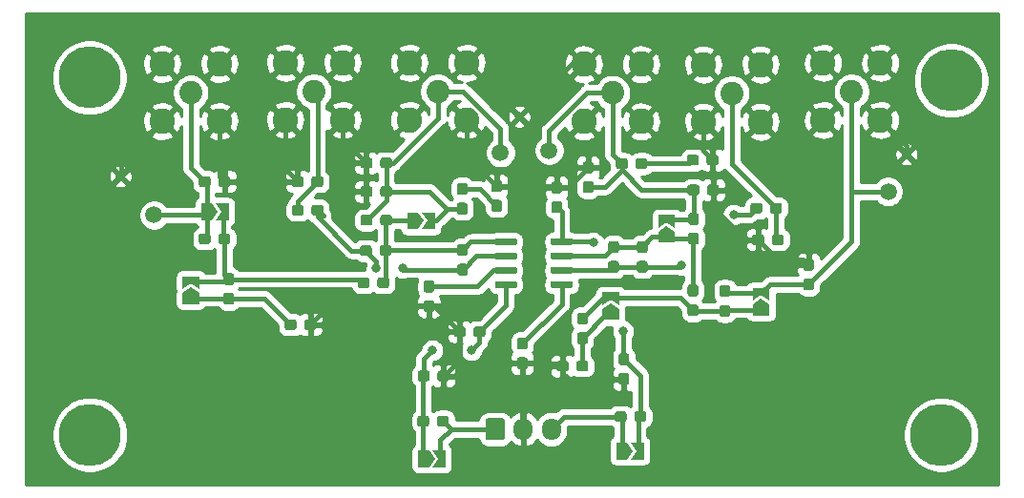
<source format=gbr>
G04 #@! TF.GenerationSoftware,KiCad,Pcbnew,(5.1.2)-2*
G04 #@! TF.CreationDate,2019-07-08T22:36:46+08:00*
G04 #@! TF.ProjectId,General Purpose Op Amp Eval-Board,47656e65-7261-46c2-9050-7572706f7365,rev?*
G04 #@! TF.SameCoordinates,Original*
G04 #@! TF.FileFunction,Copper,L1,Top*
G04 #@! TF.FilePolarity,Positive*
%FSLAX46Y46*%
G04 Gerber Fmt 4.6, Leading zero omitted, Abs format (unit mm)*
G04 Created by KiCad (PCBNEW (5.1.2)-2) date 2019-07-08 22:36:46*
%MOMM*%
%LPD*%
G04 APERTURE LIST*
%ADD10C,5.500000*%
%ADD11C,0.850000*%
%ADD12C,1.500000*%
%ADD13C,0.300000*%
%ADD14C,0.100000*%
%ADD15C,0.950000*%
%ADD16C,2.050000*%
%ADD17C,2.250000*%
%ADD18C,1.700000*%
%ADD19O,1.700000X1.950000*%
%ADD20C,0.600000*%
%ADD21C,0.800000*%
%ADD22C,0.400000*%
%ADD23C,0.254000*%
G04 APERTURE END LIST*
D10*
X95250000Y-123190000D03*
X170789600Y-123190000D03*
X171653200Y-91744800D03*
X95199200Y-91490800D03*
D11*
X167690800Y-98298000D03*
D12*
X166065200Y-101600000D03*
X135991600Y-97942400D03*
D11*
X133350000Y-94945200D03*
X97942400Y-100228400D03*
D12*
X131673600Y-98145600D03*
X100939600Y-103682800D03*
D13*
X146405600Y-105627000D03*
D14*
G36*
X146405600Y-104627000D02*
G01*
X147155600Y-105127000D01*
X147155600Y-106127000D01*
X145655600Y-106127000D01*
X145655600Y-105127000D01*
X146405600Y-104627000D01*
X146405600Y-104627000D01*
G37*
D13*
X146405600Y-104177000D03*
D14*
G36*
X147155600Y-103677000D02*
G01*
X147155600Y-104827000D01*
X146405600Y-104327000D01*
X145655600Y-104827000D01*
X145655600Y-103677000D01*
X147155600Y-103677000D01*
X147155600Y-103677000D01*
G37*
D13*
X141427200Y-112485000D03*
D14*
G36*
X141427200Y-111485000D02*
G01*
X142177200Y-111985000D01*
X142177200Y-112985000D01*
X140677200Y-112985000D01*
X140677200Y-111985000D01*
X141427200Y-111485000D01*
X141427200Y-111485000D01*
G37*
D13*
X141427200Y-111035000D03*
D14*
G36*
X142177200Y-110535000D02*
G01*
X142177200Y-111685000D01*
X141427200Y-111185000D01*
X140677200Y-111685000D01*
X140677200Y-110535000D01*
X142177200Y-110535000D01*
X142177200Y-110535000D01*
G37*
D13*
X154787600Y-112078600D03*
D14*
G36*
X154787600Y-111078600D02*
G01*
X155537600Y-111578600D01*
X155537600Y-112578600D01*
X154037600Y-112578600D01*
X154037600Y-111578600D01*
X154787600Y-111078600D01*
X154787600Y-111078600D01*
G37*
D13*
X154787600Y-110628600D03*
D14*
G36*
X155537600Y-110128600D02*
G01*
X155537600Y-111278600D01*
X154787600Y-110778600D01*
X154037600Y-111278600D01*
X154037600Y-110128600D01*
X155537600Y-110128600D01*
X155537600Y-110128600D01*
G37*
D13*
X123887400Y-104190800D03*
D14*
G36*
X124887400Y-104190800D02*
G01*
X124387400Y-104940800D01*
X123387400Y-104940800D01*
X123387400Y-103440800D01*
X124387400Y-103440800D01*
X124887400Y-104190800D01*
X124887400Y-104190800D01*
G37*
D13*
X125337400Y-104190800D03*
D14*
G36*
X125837400Y-104940800D02*
G01*
X124687400Y-104940800D01*
X125187400Y-104190800D01*
X124687400Y-103440800D01*
X125837400Y-103440800D01*
X125837400Y-104940800D01*
X125837400Y-104940800D01*
G37*
D13*
X105599400Y-103378000D03*
D14*
G36*
X106599400Y-103378000D02*
G01*
X106099400Y-104128000D01*
X105099400Y-104128000D01*
X105099400Y-102628000D01*
X106099400Y-102628000D01*
X106599400Y-103378000D01*
X106599400Y-103378000D01*
G37*
D13*
X107049400Y-103378000D03*
D14*
G36*
X107549400Y-104128000D02*
G01*
X106399400Y-104128000D01*
X106899400Y-103378000D01*
X106399400Y-102628000D01*
X107549400Y-102628000D01*
X107549400Y-104128000D01*
X107549400Y-104128000D01*
G37*
D13*
X104190800Y-111062600D03*
D14*
G36*
X104190800Y-110062600D02*
G01*
X104940800Y-110562600D01*
X104940800Y-111562600D01*
X103440800Y-111562600D01*
X103440800Y-110562600D01*
X104190800Y-110062600D01*
X104190800Y-110062600D01*
G37*
D13*
X104190800Y-109612600D03*
D14*
G36*
X104940800Y-109112600D02*
G01*
X104940800Y-110262600D01*
X104190800Y-109762600D01*
X103440800Y-110262600D01*
X103440800Y-109112600D01*
X104940800Y-109112600D01*
X104940800Y-109112600D01*
G37*
D13*
X142429400Y-124612400D03*
D14*
G36*
X143429400Y-124612400D02*
G01*
X142929400Y-125362400D01*
X141929400Y-125362400D01*
X141929400Y-123862400D01*
X142929400Y-123862400D01*
X143429400Y-124612400D01*
X143429400Y-124612400D01*
G37*
D13*
X143879400Y-124612400D03*
D14*
G36*
X144379400Y-125362400D02*
G01*
X143229400Y-125362400D01*
X143729400Y-124612400D01*
X143229400Y-123862400D01*
X144379400Y-123862400D01*
X144379400Y-125362400D01*
X144379400Y-125362400D01*
G37*
D13*
X124852600Y-125323600D03*
D14*
G36*
X125852600Y-125323600D02*
G01*
X125352600Y-126073600D01*
X124352600Y-126073600D01*
X124352600Y-124573600D01*
X125352600Y-124573600D01*
X125852600Y-125323600D01*
X125852600Y-125323600D01*
G37*
D13*
X126302600Y-125323600D03*
D14*
G36*
X126802600Y-126073600D02*
G01*
X125652600Y-126073600D01*
X126152600Y-125323600D01*
X125652600Y-124573600D01*
X126802600Y-124573600D01*
X126802600Y-126073600D01*
X126802600Y-126073600D01*
G37*
G36*
X133864779Y-114552144D02*
G01*
X133887834Y-114555563D01*
X133910443Y-114561227D01*
X133932387Y-114569079D01*
X133953457Y-114579044D01*
X133973448Y-114591026D01*
X133992168Y-114604910D01*
X134009438Y-114620562D01*
X134025090Y-114637832D01*
X134038974Y-114656552D01*
X134050956Y-114676543D01*
X134060921Y-114697613D01*
X134068773Y-114719557D01*
X134074437Y-114742166D01*
X134077856Y-114765221D01*
X134079000Y-114788500D01*
X134079000Y-115363500D01*
X134077856Y-115386779D01*
X134074437Y-115409834D01*
X134068773Y-115432443D01*
X134060921Y-115454387D01*
X134050956Y-115475457D01*
X134038974Y-115495448D01*
X134025090Y-115514168D01*
X134009438Y-115531438D01*
X133992168Y-115547090D01*
X133973448Y-115560974D01*
X133953457Y-115572956D01*
X133932387Y-115582921D01*
X133910443Y-115590773D01*
X133887834Y-115596437D01*
X133864779Y-115599856D01*
X133841500Y-115601000D01*
X133366500Y-115601000D01*
X133343221Y-115599856D01*
X133320166Y-115596437D01*
X133297557Y-115590773D01*
X133275613Y-115582921D01*
X133254543Y-115572956D01*
X133234552Y-115560974D01*
X133215832Y-115547090D01*
X133198562Y-115531438D01*
X133182910Y-115514168D01*
X133169026Y-115495448D01*
X133157044Y-115475457D01*
X133147079Y-115454387D01*
X133139227Y-115432443D01*
X133133563Y-115409834D01*
X133130144Y-115386779D01*
X133129000Y-115363500D01*
X133129000Y-114788500D01*
X133130144Y-114765221D01*
X133133563Y-114742166D01*
X133139227Y-114719557D01*
X133147079Y-114697613D01*
X133157044Y-114676543D01*
X133169026Y-114656552D01*
X133182910Y-114637832D01*
X133198562Y-114620562D01*
X133215832Y-114604910D01*
X133234552Y-114591026D01*
X133254543Y-114579044D01*
X133275613Y-114569079D01*
X133297557Y-114561227D01*
X133320166Y-114555563D01*
X133343221Y-114552144D01*
X133366500Y-114551000D01*
X133841500Y-114551000D01*
X133864779Y-114552144D01*
X133864779Y-114552144D01*
G37*
D15*
X133604000Y-115076000D03*
D14*
G36*
X133864779Y-116302144D02*
G01*
X133887834Y-116305563D01*
X133910443Y-116311227D01*
X133932387Y-116319079D01*
X133953457Y-116329044D01*
X133973448Y-116341026D01*
X133992168Y-116354910D01*
X134009438Y-116370562D01*
X134025090Y-116387832D01*
X134038974Y-116406552D01*
X134050956Y-116426543D01*
X134060921Y-116447613D01*
X134068773Y-116469557D01*
X134074437Y-116492166D01*
X134077856Y-116515221D01*
X134079000Y-116538500D01*
X134079000Y-117113500D01*
X134077856Y-117136779D01*
X134074437Y-117159834D01*
X134068773Y-117182443D01*
X134060921Y-117204387D01*
X134050956Y-117225457D01*
X134038974Y-117245448D01*
X134025090Y-117264168D01*
X134009438Y-117281438D01*
X133992168Y-117297090D01*
X133973448Y-117310974D01*
X133953457Y-117322956D01*
X133932387Y-117332921D01*
X133910443Y-117340773D01*
X133887834Y-117346437D01*
X133864779Y-117349856D01*
X133841500Y-117351000D01*
X133366500Y-117351000D01*
X133343221Y-117349856D01*
X133320166Y-117346437D01*
X133297557Y-117340773D01*
X133275613Y-117332921D01*
X133254543Y-117322956D01*
X133234552Y-117310974D01*
X133215832Y-117297090D01*
X133198562Y-117281438D01*
X133182910Y-117264168D01*
X133169026Y-117245448D01*
X133157044Y-117225457D01*
X133147079Y-117204387D01*
X133139227Y-117182443D01*
X133133563Y-117159834D01*
X133130144Y-117136779D01*
X133129000Y-117113500D01*
X133129000Y-116538500D01*
X133130144Y-116515221D01*
X133133563Y-116492166D01*
X133139227Y-116469557D01*
X133147079Y-116447613D01*
X133157044Y-116426543D01*
X133169026Y-116406552D01*
X133182910Y-116387832D01*
X133198562Y-116370562D01*
X133215832Y-116354910D01*
X133234552Y-116341026D01*
X133254543Y-116329044D01*
X133275613Y-116319079D01*
X133297557Y-116311227D01*
X133320166Y-116305563D01*
X133343221Y-116302144D01*
X133366500Y-116301000D01*
X133841500Y-116301000D01*
X133864779Y-116302144D01*
X133864779Y-116302144D01*
G37*
D15*
X133604000Y-116826000D03*
D14*
G36*
X125584379Y-109497544D02*
G01*
X125607434Y-109500963D01*
X125630043Y-109506627D01*
X125651987Y-109514479D01*
X125673057Y-109524444D01*
X125693048Y-109536426D01*
X125711768Y-109550310D01*
X125729038Y-109565962D01*
X125744690Y-109583232D01*
X125758574Y-109601952D01*
X125770556Y-109621943D01*
X125780521Y-109643013D01*
X125788373Y-109664957D01*
X125794037Y-109687566D01*
X125797456Y-109710621D01*
X125798600Y-109733900D01*
X125798600Y-110308900D01*
X125797456Y-110332179D01*
X125794037Y-110355234D01*
X125788373Y-110377843D01*
X125780521Y-110399787D01*
X125770556Y-110420857D01*
X125758574Y-110440848D01*
X125744690Y-110459568D01*
X125729038Y-110476838D01*
X125711768Y-110492490D01*
X125693048Y-110506374D01*
X125673057Y-110518356D01*
X125651987Y-110528321D01*
X125630043Y-110536173D01*
X125607434Y-110541837D01*
X125584379Y-110545256D01*
X125561100Y-110546400D01*
X125086100Y-110546400D01*
X125062821Y-110545256D01*
X125039766Y-110541837D01*
X125017157Y-110536173D01*
X124995213Y-110528321D01*
X124974143Y-110518356D01*
X124954152Y-110506374D01*
X124935432Y-110492490D01*
X124918162Y-110476838D01*
X124902510Y-110459568D01*
X124888626Y-110440848D01*
X124876644Y-110420857D01*
X124866679Y-110399787D01*
X124858827Y-110377843D01*
X124853163Y-110355234D01*
X124849744Y-110332179D01*
X124848600Y-110308900D01*
X124848600Y-109733900D01*
X124849744Y-109710621D01*
X124853163Y-109687566D01*
X124858827Y-109664957D01*
X124866679Y-109643013D01*
X124876644Y-109621943D01*
X124888626Y-109601952D01*
X124902510Y-109583232D01*
X124918162Y-109565962D01*
X124935432Y-109550310D01*
X124954152Y-109536426D01*
X124974143Y-109524444D01*
X124995213Y-109514479D01*
X125017157Y-109506627D01*
X125039766Y-109500963D01*
X125062821Y-109497544D01*
X125086100Y-109496400D01*
X125561100Y-109496400D01*
X125584379Y-109497544D01*
X125584379Y-109497544D01*
G37*
D15*
X125323600Y-110021400D03*
D14*
G36*
X125584379Y-111247544D02*
G01*
X125607434Y-111250963D01*
X125630043Y-111256627D01*
X125651987Y-111264479D01*
X125673057Y-111274444D01*
X125693048Y-111286426D01*
X125711768Y-111300310D01*
X125729038Y-111315962D01*
X125744690Y-111333232D01*
X125758574Y-111351952D01*
X125770556Y-111371943D01*
X125780521Y-111393013D01*
X125788373Y-111414957D01*
X125794037Y-111437566D01*
X125797456Y-111460621D01*
X125798600Y-111483900D01*
X125798600Y-112058900D01*
X125797456Y-112082179D01*
X125794037Y-112105234D01*
X125788373Y-112127843D01*
X125780521Y-112149787D01*
X125770556Y-112170857D01*
X125758574Y-112190848D01*
X125744690Y-112209568D01*
X125729038Y-112226838D01*
X125711768Y-112242490D01*
X125693048Y-112256374D01*
X125673057Y-112268356D01*
X125651987Y-112278321D01*
X125630043Y-112286173D01*
X125607434Y-112291837D01*
X125584379Y-112295256D01*
X125561100Y-112296400D01*
X125086100Y-112296400D01*
X125062821Y-112295256D01*
X125039766Y-112291837D01*
X125017157Y-112286173D01*
X124995213Y-112278321D01*
X124974143Y-112268356D01*
X124954152Y-112256374D01*
X124935432Y-112242490D01*
X124918162Y-112226838D01*
X124902510Y-112209568D01*
X124888626Y-112190848D01*
X124876644Y-112170857D01*
X124866679Y-112149787D01*
X124858827Y-112127843D01*
X124853163Y-112105234D01*
X124849744Y-112082179D01*
X124848600Y-112058900D01*
X124848600Y-111483900D01*
X124849744Y-111460621D01*
X124853163Y-111437566D01*
X124858827Y-111414957D01*
X124866679Y-111393013D01*
X124876644Y-111371943D01*
X124888626Y-111351952D01*
X124902510Y-111333232D01*
X124918162Y-111315962D01*
X124935432Y-111300310D01*
X124954152Y-111286426D01*
X124974143Y-111274444D01*
X124995213Y-111264479D01*
X125017157Y-111256627D01*
X125039766Y-111250963D01*
X125062821Y-111247544D01*
X125086100Y-111246400D01*
X125561100Y-111246400D01*
X125584379Y-111247544D01*
X125584379Y-111247544D01*
G37*
D15*
X125323600Y-111771400D03*
D14*
G36*
X149003179Y-109853144D02*
G01*
X149026234Y-109856563D01*
X149048843Y-109862227D01*
X149070787Y-109870079D01*
X149091857Y-109880044D01*
X149111848Y-109892026D01*
X149130568Y-109905910D01*
X149147838Y-109921562D01*
X149163490Y-109938832D01*
X149177374Y-109957552D01*
X149189356Y-109977543D01*
X149199321Y-109998613D01*
X149207173Y-110020557D01*
X149212837Y-110043166D01*
X149216256Y-110066221D01*
X149217400Y-110089500D01*
X149217400Y-110664500D01*
X149216256Y-110687779D01*
X149212837Y-110710834D01*
X149207173Y-110733443D01*
X149199321Y-110755387D01*
X149189356Y-110776457D01*
X149177374Y-110796448D01*
X149163490Y-110815168D01*
X149147838Y-110832438D01*
X149130568Y-110848090D01*
X149111848Y-110861974D01*
X149091857Y-110873956D01*
X149070787Y-110883921D01*
X149048843Y-110891773D01*
X149026234Y-110897437D01*
X149003179Y-110900856D01*
X148979900Y-110902000D01*
X148504900Y-110902000D01*
X148481621Y-110900856D01*
X148458566Y-110897437D01*
X148435957Y-110891773D01*
X148414013Y-110883921D01*
X148392943Y-110873956D01*
X148372952Y-110861974D01*
X148354232Y-110848090D01*
X148336962Y-110832438D01*
X148321310Y-110815168D01*
X148307426Y-110796448D01*
X148295444Y-110776457D01*
X148285479Y-110755387D01*
X148277627Y-110733443D01*
X148271963Y-110710834D01*
X148268544Y-110687779D01*
X148267400Y-110664500D01*
X148267400Y-110089500D01*
X148268544Y-110066221D01*
X148271963Y-110043166D01*
X148277627Y-110020557D01*
X148285479Y-109998613D01*
X148295444Y-109977543D01*
X148307426Y-109957552D01*
X148321310Y-109938832D01*
X148336962Y-109921562D01*
X148354232Y-109905910D01*
X148372952Y-109892026D01*
X148392943Y-109880044D01*
X148414013Y-109870079D01*
X148435957Y-109862227D01*
X148458566Y-109856563D01*
X148481621Y-109853144D01*
X148504900Y-109852000D01*
X148979900Y-109852000D01*
X149003179Y-109853144D01*
X149003179Y-109853144D01*
G37*
D15*
X148742400Y-110377000D03*
D14*
G36*
X149003179Y-111603144D02*
G01*
X149026234Y-111606563D01*
X149048843Y-111612227D01*
X149070787Y-111620079D01*
X149091857Y-111630044D01*
X149111848Y-111642026D01*
X149130568Y-111655910D01*
X149147838Y-111671562D01*
X149163490Y-111688832D01*
X149177374Y-111707552D01*
X149189356Y-111727543D01*
X149199321Y-111748613D01*
X149207173Y-111770557D01*
X149212837Y-111793166D01*
X149216256Y-111816221D01*
X149217400Y-111839500D01*
X149217400Y-112414500D01*
X149216256Y-112437779D01*
X149212837Y-112460834D01*
X149207173Y-112483443D01*
X149199321Y-112505387D01*
X149189356Y-112526457D01*
X149177374Y-112546448D01*
X149163490Y-112565168D01*
X149147838Y-112582438D01*
X149130568Y-112598090D01*
X149111848Y-112611974D01*
X149091857Y-112623956D01*
X149070787Y-112633921D01*
X149048843Y-112641773D01*
X149026234Y-112647437D01*
X149003179Y-112650856D01*
X148979900Y-112652000D01*
X148504900Y-112652000D01*
X148481621Y-112650856D01*
X148458566Y-112647437D01*
X148435957Y-112641773D01*
X148414013Y-112633921D01*
X148392943Y-112623956D01*
X148372952Y-112611974D01*
X148354232Y-112598090D01*
X148336962Y-112582438D01*
X148321310Y-112565168D01*
X148307426Y-112546448D01*
X148295444Y-112526457D01*
X148285479Y-112505387D01*
X148277627Y-112483443D01*
X148271963Y-112460834D01*
X148268544Y-112437779D01*
X148267400Y-112414500D01*
X148267400Y-111839500D01*
X148268544Y-111816221D01*
X148271963Y-111793166D01*
X148277627Y-111770557D01*
X148285479Y-111748613D01*
X148295444Y-111727543D01*
X148307426Y-111707552D01*
X148321310Y-111688832D01*
X148336962Y-111671562D01*
X148354232Y-111655910D01*
X148372952Y-111642026D01*
X148392943Y-111630044D01*
X148414013Y-111620079D01*
X148435957Y-111612227D01*
X148458566Y-111606563D01*
X148481621Y-111603144D01*
X148504900Y-111602000D01*
X148979900Y-111602000D01*
X149003179Y-111603144D01*
X149003179Y-111603144D01*
G37*
D15*
X148742400Y-112127000D03*
D14*
G36*
X128581579Y-107996344D02*
G01*
X128604634Y-107999763D01*
X128627243Y-108005427D01*
X128649187Y-108013279D01*
X128670257Y-108023244D01*
X128690248Y-108035226D01*
X128708968Y-108049110D01*
X128726238Y-108064762D01*
X128741890Y-108082032D01*
X128755774Y-108100752D01*
X128767756Y-108120743D01*
X128777721Y-108141813D01*
X128785573Y-108163757D01*
X128791237Y-108186366D01*
X128794656Y-108209421D01*
X128795800Y-108232700D01*
X128795800Y-108807700D01*
X128794656Y-108830979D01*
X128791237Y-108854034D01*
X128785573Y-108876643D01*
X128777721Y-108898587D01*
X128767756Y-108919657D01*
X128755774Y-108939648D01*
X128741890Y-108958368D01*
X128726238Y-108975638D01*
X128708968Y-108991290D01*
X128690248Y-109005174D01*
X128670257Y-109017156D01*
X128649187Y-109027121D01*
X128627243Y-109034973D01*
X128604634Y-109040637D01*
X128581579Y-109044056D01*
X128558300Y-109045200D01*
X128083300Y-109045200D01*
X128060021Y-109044056D01*
X128036966Y-109040637D01*
X128014357Y-109034973D01*
X127992413Y-109027121D01*
X127971343Y-109017156D01*
X127951352Y-109005174D01*
X127932632Y-108991290D01*
X127915362Y-108975638D01*
X127899710Y-108958368D01*
X127885826Y-108939648D01*
X127873844Y-108919657D01*
X127863879Y-108898587D01*
X127856027Y-108876643D01*
X127850363Y-108854034D01*
X127846944Y-108830979D01*
X127845800Y-108807700D01*
X127845800Y-108232700D01*
X127846944Y-108209421D01*
X127850363Y-108186366D01*
X127856027Y-108163757D01*
X127863879Y-108141813D01*
X127873844Y-108120743D01*
X127885826Y-108100752D01*
X127899710Y-108082032D01*
X127915362Y-108064762D01*
X127932632Y-108049110D01*
X127951352Y-108035226D01*
X127971343Y-108023244D01*
X127992413Y-108013279D01*
X128014357Y-108005427D01*
X128036966Y-107999763D01*
X128060021Y-107996344D01*
X128083300Y-107995200D01*
X128558300Y-107995200D01*
X128581579Y-107996344D01*
X128581579Y-107996344D01*
G37*
D15*
X128320800Y-108520200D03*
D14*
G36*
X128581579Y-106246344D02*
G01*
X128604634Y-106249763D01*
X128627243Y-106255427D01*
X128649187Y-106263279D01*
X128670257Y-106273244D01*
X128690248Y-106285226D01*
X128708968Y-106299110D01*
X128726238Y-106314762D01*
X128741890Y-106332032D01*
X128755774Y-106350752D01*
X128767756Y-106370743D01*
X128777721Y-106391813D01*
X128785573Y-106413757D01*
X128791237Y-106436366D01*
X128794656Y-106459421D01*
X128795800Y-106482700D01*
X128795800Y-107057700D01*
X128794656Y-107080979D01*
X128791237Y-107104034D01*
X128785573Y-107126643D01*
X128777721Y-107148587D01*
X128767756Y-107169657D01*
X128755774Y-107189648D01*
X128741890Y-107208368D01*
X128726238Y-107225638D01*
X128708968Y-107241290D01*
X128690248Y-107255174D01*
X128670257Y-107267156D01*
X128649187Y-107277121D01*
X128627243Y-107284973D01*
X128604634Y-107290637D01*
X128581579Y-107294056D01*
X128558300Y-107295200D01*
X128083300Y-107295200D01*
X128060021Y-107294056D01*
X128036966Y-107290637D01*
X128014357Y-107284973D01*
X127992413Y-107277121D01*
X127971343Y-107267156D01*
X127951352Y-107255174D01*
X127932632Y-107241290D01*
X127915362Y-107225638D01*
X127899710Y-107208368D01*
X127885826Y-107189648D01*
X127873844Y-107169657D01*
X127863879Y-107148587D01*
X127856027Y-107126643D01*
X127850363Y-107104034D01*
X127846944Y-107080979D01*
X127845800Y-107057700D01*
X127845800Y-106482700D01*
X127846944Y-106459421D01*
X127850363Y-106436366D01*
X127856027Y-106413757D01*
X127863879Y-106391813D01*
X127873844Y-106370743D01*
X127885826Y-106350752D01*
X127899710Y-106332032D01*
X127915362Y-106314762D01*
X127932632Y-106299110D01*
X127951352Y-106285226D01*
X127971343Y-106273244D01*
X127992413Y-106263279D01*
X128014357Y-106255427D01*
X128036966Y-106249763D01*
X128060021Y-106246344D01*
X128083300Y-106245200D01*
X128558300Y-106245200D01*
X128581579Y-106246344D01*
X128581579Y-106246344D01*
G37*
D15*
X128320800Y-106770200D03*
D14*
G36*
X121581779Y-109203344D02*
G01*
X121604834Y-109206763D01*
X121627443Y-109212427D01*
X121649387Y-109220279D01*
X121670457Y-109230244D01*
X121690448Y-109242226D01*
X121709168Y-109256110D01*
X121726438Y-109271762D01*
X121742090Y-109289032D01*
X121755974Y-109307752D01*
X121767956Y-109327743D01*
X121777921Y-109348813D01*
X121785773Y-109370757D01*
X121791437Y-109393366D01*
X121794856Y-109416421D01*
X121796000Y-109439700D01*
X121796000Y-109914700D01*
X121794856Y-109937979D01*
X121791437Y-109961034D01*
X121785773Y-109983643D01*
X121777921Y-110005587D01*
X121767956Y-110026657D01*
X121755974Y-110046648D01*
X121742090Y-110065368D01*
X121726438Y-110082638D01*
X121709168Y-110098290D01*
X121690448Y-110112174D01*
X121670457Y-110124156D01*
X121649387Y-110134121D01*
X121627443Y-110141973D01*
X121604834Y-110147637D01*
X121581779Y-110151056D01*
X121558500Y-110152200D01*
X120983500Y-110152200D01*
X120960221Y-110151056D01*
X120937166Y-110147637D01*
X120914557Y-110141973D01*
X120892613Y-110134121D01*
X120871543Y-110124156D01*
X120851552Y-110112174D01*
X120832832Y-110098290D01*
X120815562Y-110082638D01*
X120799910Y-110065368D01*
X120786026Y-110046648D01*
X120774044Y-110026657D01*
X120764079Y-110005587D01*
X120756227Y-109983643D01*
X120750563Y-109961034D01*
X120747144Y-109937979D01*
X120746000Y-109914700D01*
X120746000Y-109439700D01*
X120747144Y-109416421D01*
X120750563Y-109393366D01*
X120756227Y-109370757D01*
X120764079Y-109348813D01*
X120774044Y-109327743D01*
X120786026Y-109307752D01*
X120799910Y-109289032D01*
X120815562Y-109271762D01*
X120832832Y-109256110D01*
X120851552Y-109242226D01*
X120871543Y-109230244D01*
X120892613Y-109220279D01*
X120914557Y-109212427D01*
X120937166Y-109206763D01*
X120960221Y-109203344D01*
X120983500Y-109202200D01*
X121558500Y-109202200D01*
X121581779Y-109203344D01*
X121581779Y-109203344D01*
G37*
D15*
X121271000Y-109677200D03*
D14*
G36*
X119831779Y-109203344D02*
G01*
X119854834Y-109206763D01*
X119877443Y-109212427D01*
X119899387Y-109220279D01*
X119920457Y-109230244D01*
X119940448Y-109242226D01*
X119959168Y-109256110D01*
X119976438Y-109271762D01*
X119992090Y-109289032D01*
X120005974Y-109307752D01*
X120017956Y-109327743D01*
X120027921Y-109348813D01*
X120035773Y-109370757D01*
X120041437Y-109393366D01*
X120044856Y-109416421D01*
X120046000Y-109439700D01*
X120046000Y-109914700D01*
X120044856Y-109937979D01*
X120041437Y-109961034D01*
X120035773Y-109983643D01*
X120027921Y-110005587D01*
X120017956Y-110026657D01*
X120005974Y-110046648D01*
X119992090Y-110065368D01*
X119976438Y-110082638D01*
X119959168Y-110098290D01*
X119940448Y-110112174D01*
X119920457Y-110124156D01*
X119899387Y-110134121D01*
X119877443Y-110141973D01*
X119854834Y-110147637D01*
X119831779Y-110151056D01*
X119808500Y-110152200D01*
X119233500Y-110152200D01*
X119210221Y-110151056D01*
X119187166Y-110147637D01*
X119164557Y-110141973D01*
X119142613Y-110134121D01*
X119121543Y-110124156D01*
X119101552Y-110112174D01*
X119082832Y-110098290D01*
X119065562Y-110082638D01*
X119049910Y-110065368D01*
X119036026Y-110046648D01*
X119024044Y-110026657D01*
X119014079Y-110005587D01*
X119006227Y-109983643D01*
X119000563Y-109961034D01*
X118997144Y-109937979D01*
X118996000Y-109914700D01*
X118996000Y-109439700D01*
X118997144Y-109416421D01*
X119000563Y-109393366D01*
X119006227Y-109370757D01*
X119014079Y-109348813D01*
X119024044Y-109327743D01*
X119036026Y-109307752D01*
X119049910Y-109289032D01*
X119065562Y-109271762D01*
X119082832Y-109256110D01*
X119101552Y-109242226D01*
X119121543Y-109230244D01*
X119142613Y-109220279D01*
X119164557Y-109212427D01*
X119187166Y-109206763D01*
X119210221Y-109203344D01*
X119233500Y-109202200D01*
X119808500Y-109202200D01*
X119831779Y-109203344D01*
X119831779Y-109203344D01*
G37*
D15*
X119521000Y-109677200D03*
D14*
G36*
X141967379Y-107742344D02*
G01*
X141990434Y-107745763D01*
X142013043Y-107751427D01*
X142034987Y-107759279D01*
X142056057Y-107769244D01*
X142076048Y-107781226D01*
X142094768Y-107795110D01*
X142112038Y-107810762D01*
X142127690Y-107828032D01*
X142141574Y-107846752D01*
X142153556Y-107866743D01*
X142163521Y-107887813D01*
X142171373Y-107909757D01*
X142177037Y-107932366D01*
X142180456Y-107955421D01*
X142181600Y-107978700D01*
X142181600Y-108553700D01*
X142180456Y-108576979D01*
X142177037Y-108600034D01*
X142171373Y-108622643D01*
X142163521Y-108644587D01*
X142153556Y-108665657D01*
X142141574Y-108685648D01*
X142127690Y-108704368D01*
X142112038Y-108721638D01*
X142094768Y-108737290D01*
X142076048Y-108751174D01*
X142056057Y-108763156D01*
X142034987Y-108773121D01*
X142013043Y-108780973D01*
X141990434Y-108786637D01*
X141967379Y-108790056D01*
X141944100Y-108791200D01*
X141469100Y-108791200D01*
X141445821Y-108790056D01*
X141422766Y-108786637D01*
X141400157Y-108780973D01*
X141378213Y-108773121D01*
X141357143Y-108763156D01*
X141337152Y-108751174D01*
X141318432Y-108737290D01*
X141301162Y-108721638D01*
X141285510Y-108704368D01*
X141271626Y-108685648D01*
X141259644Y-108665657D01*
X141249679Y-108644587D01*
X141241827Y-108622643D01*
X141236163Y-108600034D01*
X141232744Y-108576979D01*
X141231600Y-108553700D01*
X141231600Y-107978700D01*
X141232744Y-107955421D01*
X141236163Y-107932366D01*
X141241827Y-107909757D01*
X141249679Y-107887813D01*
X141259644Y-107866743D01*
X141271626Y-107846752D01*
X141285510Y-107828032D01*
X141301162Y-107810762D01*
X141318432Y-107795110D01*
X141337152Y-107781226D01*
X141357143Y-107769244D01*
X141378213Y-107759279D01*
X141400157Y-107751427D01*
X141422766Y-107745763D01*
X141445821Y-107742344D01*
X141469100Y-107741200D01*
X141944100Y-107741200D01*
X141967379Y-107742344D01*
X141967379Y-107742344D01*
G37*
D15*
X141706600Y-108266200D03*
D14*
G36*
X141967379Y-105992344D02*
G01*
X141990434Y-105995763D01*
X142013043Y-106001427D01*
X142034987Y-106009279D01*
X142056057Y-106019244D01*
X142076048Y-106031226D01*
X142094768Y-106045110D01*
X142112038Y-106060762D01*
X142127690Y-106078032D01*
X142141574Y-106096752D01*
X142153556Y-106116743D01*
X142163521Y-106137813D01*
X142171373Y-106159757D01*
X142177037Y-106182366D01*
X142180456Y-106205421D01*
X142181600Y-106228700D01*
X142181600Y-106803700D01*
X142180456Y-106826979D01*
X142177037Y-106850034D01*
X142171373Y-106872643D01*
X142163521Y-106894587D01*
X142153556Y-106915657D01*
X142141574Y-106935648D01*
X142127690Y-106954368D01*
X142112038Y-106971638D01*
X142094768Y-106987290D01*
X142076048Y-107001174D01*
X142056057Y-107013156D01*
X142034987Y-107023121D01*
X142013043Y-107030973D01*
X141990434Y-107036637D01*
X141967379Y-107040056D01*
X141944100Y-107041200D01*
X141469100Y-107041200D01*
X141445821Y-107040056D01*
X141422766Y-107036637D01*
X141400157Y-107030973D01*
X141378213Y-107023121D01*
X141357143Y-107013156D01*
X141337152Y-107001174D01*
X141318432Y-106987290D01*
X141301162Y-106971638D01*
X141285510Y-106954368D01*
X141271626Y-106935648D01*
X141259644Y-106915657D01*
X141249679Y-106894587D01*
X141241827Y-106872643D01*
X141236163Y-106850034D01*
X141232744Y-106826979D01*
X141231600Y-106803700D01*
X141231600Y-106228700D01*
X141232744Y-106205421D01*
X141236163Y-106182366D01*
X141241827Y-106159757D01*
X141249679Y-106137813D01*
X141259644Y-106116743D01*
X141271626Y-106096752D01*
X141285510Y-106078032D01*
X141301162Y-106060762D01*
X141318432Y-106045110D01*
X141337152Y-106031226D01*
X141357143Y-106019244D01*
X141378213Y-106009279D01*
X141400157Y-106001427D01*
X141422766Y-105995763D01*
X141445821Y-105992344D01*
X141469100Y-105991200D01*
X141944100Y-105991200D01*
X141967379Y-105992344D01*
X141967379Y-105992344D01*
G37*
D15*
X141706600Y-106516200D03*
D14*
G36*
X131578779Y-102332144D02*
G01*
X131601834Y-102335563D01*
X131624443Y-102341227D01*
X131646387Y-102349079D01*
X131667457Y-102359044D01*
X131687448Y-102371026D01*
X131706168Y-102384910D01*
X131723438Y-102400562D01*
X131739090Y-102417832D01*
X131752974Y-102436552D01*
X131764956Y-102456543D01*
X131774921Y-102477613D01*
X131782773Y-102499557D01*
X131788437Y-102522166D01*
X131791856Y-102545221D01*
X131793000Y-102568500D01*
X131793000Y-103143500D01*
X131791856Y-103166779D01*
X131788437Y-103189834D01*
X131782773Y-103212443D01*
X131774921Y-103234387D01*
X131764956Y-103255457D01*
X131752974Y-103275448D01*
X131739090Y-103294168D01*
X131723438Y-103311438D01*
X131706168Y-103327090D01*
X131687448Y-103340974D01*
X131667457Y-103352956D01*
X131646387Y-103362921D01*
X131624443Y-103370773D01*
X131601834Y-103376437D01*
X131578779Y-103379856D01*
X131555500Y-103381000D01*
X131080500Y-103381000D01*
X131057221Y-103379856D01*
X131034166Y-103376437D01*
X131011557Y-103370773D01*
X130989613Y-103362921D01*
X130968543Y-103352956D01*
X130948552Y-103340974D01*
X130929832Y-103327090D01*
X130912562Y-103311438D01*
X130896910Y-103294168D01*
X130883026Y-103275448D01*
X130871044Y-103255457D01*
X130861079Y-103234387D01*
X130853227Y-103212443D01*
X130847563Y-103189834D01*
X130844144Y-103166779D01*
X130843000Y-103143500D01*
X130843000Y-102568500D01*
X130844144Y-102545221D01*
X130847563Y-102522166D01*
X130853227Y-102499557D01*
X130861079Y-102477613D01*
X130871044Y-102456543D01*
X130883026Y-102436552D01*
X130896910Y-102417832D01*
X130912562Y-102400562D01*
X130929832Y-102384910D01*
X130948552Y-102371026D01*
X130968543Y-102359044D01*
X130989613Y-102349079D01*
X131011557Y-102341227D01*
X131034166Y-102335563D01*
X131057221Y-102332144D01*
X131080500Y-102331000D01*
X131555500Y-102331000D01*
X131578779Y-102332144D01*
X131578779Y-102332144D01*
G37*
D15*
X131318000Y-102856000D03*
D14*
G36*
X131578779Y-100582144D02*
G01*
X131601834Y-100585563D01*
X131624443Y-100591227D01*
X131646387Y-100599079D01*
X131667457Y-100609044D01*
X131687448Y-100621026D01*
X131706168Y-100634910D01*
X131723438Y-100650562D01*
X131739090Y-100667832D01*
X131752974Y-100686552D01*
X131764956Y-100706543D01*
X131774921Y-100727613D01*
X131782773Y-100749557D01*
X131788437Y-100772166D01*
X131791856Y-100795221D01*
X131793000Y-100818500D01*
X131793000Y-101393500D01*
X131791856Y-101416779D01*
X131788437Y-101439834D01*
X131782773Y-101462443D01*
X131774921Y-101484387D01*
X131764956Y-101505457D01*
X131752974Y-101525448D01*
X131739090Y-101544168D01*
X131723438Y-101561438D01*
X131706168Y-101577090D01*
X131687448Y-101590974D01*
X131667457Y-101602956D01*
X131646387Y-101612921D01*
X131624443Y-101620773D01*
X131601834Y-101626437D01*
X131578779Y-101629856D01*
X131555500Y-101631000D01*
X131080500Y-101631000D01*
X131057221Y-101629856D01*
X131034166Y-101626437D01*
X131011557Y-101620773D01*
X130989613Y-101612921D01*
X130968543Y-101602956D01*
X130948552Y-101590974D01*
X130929832Y-101577090D01*
X130912562Y-101561438D01*
X130896910Y-101544168D01*
X130883026Y-101525448D01*
X130871044Y-101505457D01*
X130861079Y-101484387D01*
X130853227Y-101462443D01*
X130847563Y-101439834D01*
X130844144Y-101416779D01*
X130843000Y-101393500D01*
X130843000Y-100818500D01*
X130844144Y-100795221D01*
X130847563Y-100772166D01*
X130853227Y-100749557D01*
X130861079Y-100727613D01*
X130871044Y-100706543D01*
X130883026Y-100686552D01*
X130896910Y-100667832D01*
X130912562Y-100650562D01*
X130929832Y-100634910D01*
X130948552Y-100621026D01*
X130968543Y-100609044D01*
X130989613Y-100599079D01*
X131011557Y-100591227D01*
X131034166Y-100585563D01*
X131057221Y-100582144D01*
X131080500Y-100581000D01*
X131555500Y-100581000D01*
X131578779Y-100582144D01*
X131578779Y-100582144D01*
G37*
D15*
X131318000Y-101106000D03*
D14*
G36*
X149041779Y-98332144D02*
G01*
X149064834Y-98335563D01*
X149087443Y-98341227D01*
X149109387Y-98349079D01*
X149130457Y-98359044D01*
X149150448Y-98371026D01*
X149169168Y-98384910D01*
X149186438Y-98400562D01*
X149202090Y-98417832D01*
X149215974Y-98436552D01*
X149227956Y-98456543D01*
X149237921Y-98477613D01*
X149245773Y-98499557D01*
X149251437Y-98522166D01*
X149254856Y-98545221D01*
X149256000Y-98568500D01*
X149256000Y-99043500D01*
X149254856Y-99066779D01*
X149251437Y-99089834D01*
X149245773Y-99112443D01*
X149237921Y-99134387D01*
X149227956Y-99155457D01*
X149215974Y-99175448D01*
X149202090Y-99194168D01*
X149186438Y-99211438D01*
X149169168Y-99227090D01*
X149150448Y-99240974D01*
X149130457Y-99252956D01*
X149109387Y-99262921D01*
X149087443Y-99270773D01*
X149064834Y-99276437D01*
X149041779Y-99279856D01*
X149018500Y-99281000D01*
X148443500Y-99281000D01*
X148420221Y-99279856D01*
X148397166Y-99276437D01*
X148374557Y-99270773D01*
X148352613Y-99262921D01*
X148331543Y-99252956D01*
X148311552Y-99240974D01*
X148292832Y-99227090D01*
X148275562Y-99211438D01*
X148259910Y-99194168D01*
X148246026Y-99175448D01*
X148234044Y-99155457D01*
X148224079Y-99134387D01*
X148216227Y-99112443D01*
X148210563Y-99089834D01*
X148207144Y-99066779D01*
X148206000Y-99043500D01*
X148206000Y-98568500D01*
X148207144Y-98545221D01*
X148210563Y-98522166D01*
X148216227Y-98499557D01*
X148224079Y-98477613D01*
X148234044Y-98456543D01*
X148246026Y-98436552D01*
X148259910Y-98417832D01*
X148275562Y-98400562D01*
X148292832Y-98384910D01*
X148311552Y-98371026D01*
X148331543Y-98359044D01*
X148352613Y-98349079D01*
X148374557Y-98341227D01*
X148397166Y-98335563D01*
X148420221Y-98332144D01*
X148443500Y-98331000D01*
X149018500Y-98331000D01*
X149041779Y-98332144D01*
X149041779Y-98332144D01*
G37*
D15*
X148731000Y-98806000D03*
D14*
G36*
X150791779Y-98332144D02*
G01*
X150814834Y-98335563D01*
X150837443Y-98341227D01*
X150859387Y-98349079D01*
X150880457Y-98359044D01*
X150900448Y-98371026D01*
X150919168Y-98384910D01*
X150936438Y-98400562D01*
X150952090Y-98417832D01*
X150965974Y-98436552D01*
X150977956Y-98456543D01*
X150987921Y-98477613D01*
X150995773Y-98499557D01*
X151001437Y-98522166D01*
X151004856Y-98545221D01*
X151006000Y-98568500D01*
X151006000Y-99043500D01*
X151004856Y-99066779D01*
X151001437Y-99089834D01*
X150995773Y-99112443D01*
X150987921Y-99134387D01*
X150977956Y-99155457D01*
X150965974Y-99175448D01*
X150952090Y-99194168D01*
X150936438Y-99211438D01*
X150919168Y-99227090D01*
X150900448Y-99240974D01*
X150880457Y-99252956D01*
X150859387Y-99262921D01*
X150837443Y-99270773D01*
X150814834Y-99276437D01*
X150791779Y-99279856D01*
X150768500Y-99281000D01*
X150193500Y-99281000D01*
X150170221Y-99279856D01*
X150147166Y-99276437D01*
X150124557Y-99270773D01*
X150102613Y-99262921D01*
X150081543Y-99252956D01*
X150061552Y-99240974D01*
X150042832Y-99227090D01*
X150025562Y-99211438D01*
X150009910Y-99194168D01*
X149996026Y-99175448D01*
X149984044Y-99155457D01*
X149974079Y-99134387D01*
X149966227Y-99112443D01*
X149960563Y-99089834D01*
X149957144Y-99066779D01*
X149956000Y-99043500D01*
X149956000Y-98568500D01*
X149957144Y-98545221D01*
X149960563Y-98522166D01*
X149966227Y-98499557D01*
X149974079Y-98477613D01*
X149984044Y-98456543D01*
X149996026Y-98436552D01*
X150009910Y-98417832D01*
X150025562Y-98400562D01*
X150042832Y-98384910D01*
X150061552Y-98371026D01*
X150081543Y-98359044D01*
X150102613Y-98349079D01*
X150124557Y-98341227D01*
X150147166Y-98335563D01*
X150170221Y-98332144D01*
X150193500Y-98331000D01*
X150768500Y-98331000D01*
X150791779Y-98332144D01*
X150791779Y-98332144D01*
G37*
D15*
X150481000Y-98806000D03*
D14*
G36*
X120085779Y-101126144D02*
G01*
X120108834Y-101129563D01*
X120131443Y-101135227D01*
X120153387Y-101143079D01*
X120174457Y-101153044D01*
X120194448Y-101165026D01*
X120213168Y-101178910D01*
X120230438Y-101194562D01*
X120246090Y-101211832D01*
X120259974Y-101230552D01*
X120271956Y-101250543D01*
X120281921Y-101271613D01*
X120289773Y-101293557D01*
X120295437Y-101316166D01*
X120298856Y-101339221D01*
X120300000Y-101362500D01*
X120300000Y-101837500D01*
X120298856Y-101860779D01*
X120295437Y-101883834D01*
X120289773Y-101906443D01*
X120281921Y-101928387D01*
X120271956Y-101949457D01*
X120259974Y-101969448D01*
X120246090Y-101988168D01*
X120230438Y-102005438D01*
X120213168Y-102021090D01*
X120194448Y-102034974D01*
X120174457Y-102046956D01*
X120153387Y-102056921D01*
X120131443Y-102064773D01*
X120108834Y-102070437D01*
X120085779Y-102073856D01*
X120062500Y-102075000D01*
X119487500Y-102075000D01*
X119464221Y-102073856D01*
X119441166Y-102070437D01*
X119418557Y-102064773D01*
X119396613Y-102056921D01*
X119375543Y-102046956D01*
X119355552Y-102034974D01*
X119336832Y-102021090D01*
X119319562Y-102005438D01*
X119303910Y-101988168D01*
X119290026Y-101969448D01*
X119278044Y-101949457D01*
X119268079Y-101928387D01*
X119260227Y-101906443D01*
X119254563Y-101883834D01*
X119251144Y-101860779D01*
X119250000Y-101837500D01*
X119250000Y-101362500D01*
X119251144Y-101339221D01*
X119254563Y-101316166D01*
X119260227Y-101293557D01*
X119268079Y-101271613D01*
X119278044Y-101250543D01*
X119290026Y-101230552D01*
X119303910Y-101211832D01*
X119319562Y-101194562D01*
X119336832Y-101178910D01*
X119355552Y-101165026D01*
X119375543Y-101153044D01*
X119396613Y-101143079D01*
X119418557Y-101135227D01*
X119441166Y-101129563D01*
X119464221Y-101126144D01*
X119487500Y-101125000D01*
X120062500Y-101125000D01*
X120085779Y-101126144D01*
X120085779Y-101126144D01*
G37*
D15*
X119775000Y-101600000D03*
D14*
G36*
X121835779Y-101126144D02*
G01*
X121858834Y-101129563D01*
X121881443Y-101135227D01*
X121903387Y-101143079D01*
X121924457Y-101153044D01*
X121944448Y-101165026D01*
X121963168Y-101178910D01*
X121980438Y-101194562D01*
X121996090Y-101211832D01*
X122009974Y-101230552D01*
X122021956Y-101250543D01*
X122031921Y-101271613D01*
X122039773Y-101293557D01*
X122045437Y-101316166D01*
X122048856Y-101339221D01*
X122050000Y-101362500D01*
X122050000Y-101837500D01*
X122048856Y-101860779D01*
X122045437Y-101883834D01*
X122039773Y-101906443D01*
X122031921Y-101928387D01*
X122021956Y-101949457D01*
X122009974Y-101969448D01*
X121996090Y-101988168D01*
X121980438Y-102005438D01*
X121963168Y-102021090D01*
X121944448Y-102034974D01*
X121924457Y-102046956D01*
X121903387Y-102056921D01*
X121881443Y-102064773D01*
X121858834Y-102070437D01*
X121835779Y-102073856D01*
X121812500Y-102075000D01*
X121237500Y-102075000D01*
X121214221Y-102073856D01*
X121191166Y-102070437D01*
X121168557Y-102064773D01*
X121146613Y-102056921D01*
X121125543Y-102046956D01*
X121105552Y-102034974D01*
X121086832Y-102021090D01*
X121069562Y-102005438D01*
X121053910Y-101988168D01*
X121040026Y-101969448D01*
X121028044Y-101949457D01*
X121018079Y-101928387D01*
X121010227Y-101906443D01*
X121004563Y-101883834D01*
X121001144Y-101860779D01*
X121000000Y-101837500D01*
X121000000Y-101362500D01*
X121001144Y-101339221D01*
X121004563Y-101316166D01*
X121010227Y-101293557D01*
X121018079Y-101271613D01*
X121028044Y-101250543D01*
X121040026Y-101230552D01*
X121053910Y-101211832D01*
X121069562Y-101194562D01*
X121086832Y-101178910D01*
X121105552Y-101165026D01*
X121125543Y-101153044D01*
X121146613Y-101143079D01*
X121168557Y-101135227D01*
X121191166Y-101129563D01*
X121214221Y-101126144D01*
X121237500Y-101125000D01*
X121812500Y-101125000D01*
X121835779Y-101126144D01*
X121835779Y-101126144D01*
G37*
D15*
X121525000Y-101600000D03*
D14*
G36*
X149092579Y-100973744D02*
G01*
X149115634Y-100977163D01*
X149138243Y-100982827D01*
X149160187Y-100990679D01*
X149181257Y-101000644D01*
X149201248Y-101012626D01*
X149219968Y-101026510D01*
X149237238Y-101042162D01*
X149252890Y-101059432D01*
X149266774Y-101078152D01*
X149278756Y-101098143D01*
X149288721Y-101119213D01*
X149296573Y-101141157D01*
X149302237Y-101163766D01*
X149305656Y-101186821D01*
X149306800Y-101210100D01*
X149306800Y-101685100D01*
X149305656Y-101708379D01*
X149302237Y-101731434D01*
X149296573Y-101754043D01*
X149288721Y-101775987D01*
X149278756Y-101797057D01*
X149266774Y-101817048D01*
X149252890Y-101835768D01*
X149237238Y-101853038D01*
X149219968Y-101868690D01*
X149201248Y-101882574D01*
X149181257Y-101894556D01*
X149160187Y-101904521D01*
X149138243Y-101912373D01*
X149115634Y-101918037D01*
X149092579Y-101921456D01*
X149069300Y-101922600D01*
X148494300Y-101922600D01*
X148471021Y-101921456D01*
X148447966Y-101918037D01*
X148425357Y-101912373D01*
X148403413Y-101904521D01*
X148382343Y-101894556D01*
X148362352Y-101882574D01*
X148343632Y-101868690D01*
X148326362Y-101853038D01*
X148310710Y-101835768D01*
X148296826Y-101817048D01*
X148284844Y-101797057D01*
X148274879Y-101775987D01*
X148267027Y-101754043D01*
X148261363Y-101731434D01*
X148257944Y-101708379D01*
X148256800Y-101685100D01*
X148256800Y-101210100D01*
X148257944Y-101186821D01*
X148261363Y-101163766D01*
X148267027Y-101141157D01*
X148274879Y-101119213D01*
X148284844Y-101098143D01*
X148296826Y-101078152D01*
X148310710Y-101059432D01*
X148326362Y-101042162D01*
X148343632Y-101026510D01*
X148362352Y-101012626D01*
X148382343Y-101000644D01*
X148403413Y-100990679D01*
X148425357Y-100982827D01*
X148447966Y-100977163D01*
X148471021Y-100973744D01*
X148494300Y-100972600D01*
X149069300Y-100972600D01*
X149092579Y-100973744D01*
X149092579Y-100973744D01*
G37*
D15*
X148781800Y-101447600D03*
D14*
G36*
X150842579Y-100973744D02*
G01*
X150865634Y-100977163D01*
X150888243Y-100982827D01*
X150910187Y-100990679D01*
X150931257Y-101000644D01*
X150951248Y-101012626D01*
X150969968Y-101026510D01*
X150987238Y-101042162D01*
X151002890Y-101059432D01*
X151016774Y-101078152D01*
X151028756Y-101098143D01*
X151038721Y-101119213D01*
X151046573Y-101141157D01*
X151052237Y-101163766D01*
X151055656Y-101186821D01*
X151056800Y-101210100D01*
X151056800Y-101685100D01*
X151055656Y-101708379D01*
X151052237Y-101731434D01*
X151046573Y-101754043D01*
X151038721Y-101775987D01*
X151028756Y-101797057D01*
X151016774Y-101817048D01*
X151002890Y-101835768D01*
X150987238Y-101853038D01*
X150969968Y-101868690D01*
X150951248Y-101882574D01*
X150931257Y-101894556D01*
X150910187Y-101904521D01*
X150888243Y-101912373D01*
X150865634Y-101918037D01*
X150842579Y-101921456D01*
X150819300Y-101922600D01*
X150244300Y-101922600D01*
X150221021Y-101921456D01*
X150197966Y-101918037D01*
X150175357Y-101912373D01*
X150153413Y-101904521D01*
X150132343Y-101894556D01*
X150112352Y-101882574D01*
X150093632Y-101868690D01*
X150076362Y-101853038D01*
X150060710Y-101835768D01*
X150046826Y-101817048D01*
X150034844Y-101797057D01*
X150024879Y-101775987D01*
X150017027Y-101754043D01*
X150011363Y-101731434D01*
X150007944Y-101708379D01*
X150006800Y-101685100D01*
X150006800Y-101210100D01*
X150007944Y-101186821D01*
X150011363Y-101163766D01*
X150017027Y-101141157D01*
X150024879Y-101119213D01*
X150034844Y-101098143D01*
X150046826Y-101078152D01*
X150060710Y-101059432D01*
X150076362Y-101042162D01*
X150093632Y-101026510D01*
X150112352Y-101012626D01*
X150132343Y-101000644D01*
X150153413Y-100990679D01*
X150175357Y-100982827D01*
X150197966Y-100977163D01*
X150221021Y-100973744D01*
X150244300Y-100972600D01*
X150819300Y-100972600D01*
X150842579Y-100973744D01*
X150842579Y-100973744D01*
G37*
D15*
X150531800Y-101447600D03*
D14*
G36*
X128366179Y-113572144D02*
G01*
X128389234Y-113575563D01*
X128411843Y-113581227D01*
X128433787Y-113589079D01*
X128454857Y-113599044D01*
X128474848Y-113611026D01*
X128493568Y-113624910D01*
X128510838Y-113640562D01*
X128526490Y-113657832D01*
X128540374Y-113676552D01*
X128552356Y-113696543D01*
X128562321Y-113717613D01*
X128570173Y-113739557D01*
X128575837Y-113762166D01*
X128579256Y-113785221D01*
X128580400Y-113808500D01*
X128580400Y-114283500D01*
X128579256Y-114306779D01*
X128575837Y-114329834D01*
X128570173Y-114352443D01*
X128562321Y-114374387D01*
X128552356Y-114395457D01*
X128540374Y-114415448D01*
X128526490Y-114434168D01*
X128510838Y-114451438D01*
X128493568Y-114467090D01*
X128474848Y-114480974D01*
X128454857Y-114492956D01*
X128433787Y-114502921D01*
X128411843Y-114510773D01*
X128389234Y-114516437D01*
X128366179Y-114519856D01*
X128342900Y-114521000D01*
X127767900Y-114521000D01*
X127744621Y-114519856D01*
X127721566Y-114516437D01*
X127698957Y-114510773D01*
X127677013Y-114502921D01*
X127655943Y-114492956D01*
X127635952Y-114480974D01*
X127617232Y-114467090D01*
X127599962Y-114451438D01*
X127584310Y-114434168D01*
X127570426Y-114415448D01*
X127558444Y-114395457D01*
X127548479Y-114374387D01*
X127540627Y-114352443D01*
X127534963Y-114329834D01*
X127531544Y-114306779D01*
X127530400Y-114283500D01*
X127530400Y-113808500D01*
X127531544Y-113785221D01*
X127534963Y-113762166D01*
X127540627Y-113739557D01*
X127548479Y-113717613D01*
X127558444Y-113696543D01*
X127570426Y-113676552D01*
X127584310Y-113657832D01*
X127599962Y-113640562D01*
X127617232Y-113624910D01*
X127635952Y-113611026D01*
X127655943Y-113599044D01*
X127677013Y-113589079D01*
X127698957Y-113581227D01*
X127721566Y-113575563D01*
X127744621Y-113572144D01*
X127767900Y-113571000D01*
X128342900Y-113571000D01*
X128366179Y-113572144D01*
X128366179Y-113572144D01*
G37*
D15*
X128055400Y-114046000D03*
D14*
G36*
X130116179Y-113572144D02*
G01*
X130139234Y-113575563D01*
X130161843Y-113581227D01*
X130183787Y-113589079D01*
X130204857Y-113599044D01*
X130224848Y-113611026D01*
X130243568Y-113624910D01*
X130260838Y-113640562D01*
X130276490Y-113657832D01*
X130290374Y-113676552D01*
X130302356Y-113696543D01*
X130312321Y-113717613D01*
X130320173Y-113739557D01*
X130325837Y-113762166D01*
X130329256Y-113785221D01*
X130330400Y-113808500D01*
X130330400Y-114283500D01*
X130329256Y-114306779D01*
X130325837Y-114329834D01*
X130320173Y-114352443D01*
X130312321Y-114374387D01*
X130302356Y-114395457D01*
X130290374Y-114415448D01*
X130276490Y-114434168D01*
X130260838Y-114451438D01*
X130243568Y-114467090D01*
X130224848Y-114480974D01*
X130204857Y-114492956D01*
X130183787Y-114502921D01*
X130161843Y-114510773D01*
X130139234Y-114516437D01*
X130116179Y-114519856D01*
X130092900Y-114521000D01*
X129517900Y-114521000D01*
X129494621Y-114519856D01*
X129471566Y-114516437D01*
X129448957Y-114510773D01*
X129427013Y-114502921D01*
X129405943Y-114492956D01*
X129385952Y-114480974D01*
X129367232Y-114467090D01*
X129349962Y-114451438D01*
X129334310Y-114434168D01*
X129320426Y-114415448D01*
X129308444Y-114395457D01*
X129298479Y-114374387D01*
X129290627Y-114352443D01*
X129284963Y-114329834D01*
X129281544Y-114306779D01*
X129280400Y-114283500D01*
X129280400Y-113808500D01*
X129281544Y-113785221D01*
X129284963Y-113762166D01*
X129290627Y-113739557D01*
X129298479Y-113717613D01*
X129308444Y-113696543D01*
X129320426Y-113676552D01*
X129334310Y-113657832D01*
X129349962Y-113640562D01*
X129367232Y-113624910D01*
X129385952Y-113611026D01*
X129405943Y-113599044D01*
X129427013Y-113589079D01*
X129448957Y-113581227D01*
X129471566Y-113575563D01*
X129494621Y-113572144D01*
X129517900Y-113571000D01*
X130092900Y-113571000D01*
X130116179Y-113572144D01*
X130116179Y-113572144D01*
G37*
D15*
X129805400Y-114046000D03*
D14*
G36*
X126915779Y-117483744D02*
G01*
X126938834Y-117487163D01*
X126961443Y-117492827D01*
X126983387Y-117500679D01*
X127004457Y-117510644D01*
X127024448Y-117522626D01*
X127043168Y-117536510D01*
X127060438Y-117552162D01*
X127076090Y-117569432D01*
X127089974Y-117588152D01*
X127101956Y-117608143D01*
X127111921Y-117629213D01*
X127119773Y-117651157D01*
X127125437Y-117673766D01*
X127128856Y-117696821D01*
X127130000Y-117720100D01*
X127130000Y-118195100D01*
X127128856Y-118218379D01*
X127125437Y-118241434D01*
X127119773Y-118264043D01*
X127111921Y-118285987D01*
X127101956Y-118307057D01*
X127089974Y-118327048D01*
X127076090Y-118345768D01*
X127060438Y-118363038D01*
X127043168Y-118378690D01*
X127024448Y-118392574D01*
X127004457Y-118404556D01*
X126983387Y-118414521D01*
X126961443Y-118422373D01*
X126938834Y-118428037D01*
X126915779Y-118431456D01*
X126892500Y-118432600D01*
X126317500Y-118432600D01*
X126294221Y-118431456D01*
X126271166Y-118428037D01*
X126248557Y-118422373D01*
X126226613Y-118414521D01*
X126205543Y-118404556D01*
X126185552Y-118392574D01*
X126166832Y-118378690D01*
X126149562Y-118363038D01*
X126133910Y-118345768D01*
X126120026Y-118327048D01*
X126108044Y-118307057D01*
X126098079Y-118285987D01*
X126090227Y-118264043D01*
X126084563Y-118241434D01*
X126081144Y-118218379D01*
X126080000Y-118195100D01*
X126080000Y-117720100D01*
X126081144Y-117696821D01*
X126084563Y-117673766D01*
X126090227Y-117651157D01*
X126098079Y-117629213D01*
X126108044Y-117608143D01*
X126120026Y-117588152D01*
X126133910Y-117569432D01*
X126149562Y-117552162D01*
X126166832Y-117536510D01*
X126185552Y-117522626D01*
X126205543Y-117510644D01*
X126226613Y-117500679D01*
X126248557Y-117492827D01*
X126271166Y-117487163D01*
X126294221Y-117483744D01*
X126317500Y-117482600D01*
X126892500Y-117482600D01*
X126915779Y-117483744D01*
X126915779Y-117483744D01*
G37*
D15*
X126605000Y-117957600D03*
D14*
G36*
X125165779Y-117483744D02*
G01*
X125188834Y-117487163D01*
X125211443Y-117492827D01*
X125233387Y-117500679D01*
X125254457Y-117510644D01*
X125274448Y-117522626D01*
X125293168Y-117536510D01*
X125310438Y-117552162D01*
X125326090Y-117569432D01*
X125339974Y-117588152D01*
X125351956Y-117608143D01*
X125361921Y-117629213D01*
X125369773Y-117651157D01*
X125375437Y-117673766D01*
X125378856Y-117696821D01*
X125380000Y-117720100D01*
X125380000Y-118195100D01*
X125378856Y-118218379D01*
X125375437Y-118241434D01*
X125369773Y-118264043D01*
X125361921Y-118285987D01*
X125351956Y-118307057D01*
X125339974Y-118327048D01*
X125326090Y-118345768D01*
X125310438Y-118363038D01*
X125293168Y-118378690D01*
X125274448Y-118392574D01*
X125254457Y-118404556D01*
X125233387Y-118414521D01*
X125211443Y-118422373D01*
X125188834Y-118428037D01*
X125165779Y-118431456D01*
X125142500Y-118432600D01*
X124567500Y-118432600D01*
X124544221Y-118431456D01*
X124521166Y-118428037D01*
X124498557Y-118422373D01*
X124476613Y-118414521D01*
X124455543Y-118404556D01*
X124435552Y-118392574D01*
X124416832Y-118378690D01*
X124399562Y-118363038D01*
X124383910Y-118345768D01*
X124370026Y-118327048D01*
X124358044Y-118307057D01*
X124348079Y-118285987D01*
X124340227Y-118264043D01*
X124334563Y-118241434D01*
X124331144Y-118218379D01*
X124330000Y-118195100D01*
X124330000Y-117720100D01*
X124331144Y-117696821D01*
X124334563Y-117673766D01*
X124340227Y-117651157D01*
X124348079Y-117629213D01*
X124358044Y-117608143D01*
X124370026Y-117588152D01*
X124383910Y-117569432D01*
X124399562Y-117552162D01*
X124416832Y-117536510D01*
X124435552Y-117522626D01*
X124455543Y-117510644D01*
X124476613Y-117500679D01*
X124498557Y-117492827D01*
X124521166Y-117487163D01*
X124544221Y-117483744D01*
X124567500Y-117482600D01*
X125142500Y-117482600D01*
X125165779Y-117483744D01*
X125165779Y-117483744D01*
G37*
D15*
X124855000Y-117957600D03*
D14*
G36*
X136912779Y-102459144D02*
G01*
X136935834Y-102462563D01*
X136958443Y-102468227D01*
X136980387Y-102476079D01*
X137001457Y-102486044D01*
X137021448Y-102498026D01*
X137040168Y-102511910D01*
X137057438Y-102527562D01*
X137073090Y-102544832D01*
X137086974Y-102563552D01*
X137098956Y-102583543D01*
X137108921Y-102604613D01*
X137116773Y-102626557D01*
X137122437Y-102649166D01*
X137125856Y-102672221D01*
X137127000Y-102695500D01*
X137127000Y-103270500D01*
X137125856Y-103293779D01*
X137122437Y-103316834D01*
X137116773Y-103339443D01*
X137108921Y-103361387D01*
X137098956Y-103382457D01*
X137086974Y-103402448D01*
X137073090Y-103421168D01*
X137057438Y-103438438D01*
X137040168Y-103454090D01*
X137021448Y-103467974D01*
X137001457Y-103479956D01*
X136980387Y-103489921D01*
X136958443Y-103497773D01*
X136935834Y-103503437D01*
X136912779Y-103506856D01*
X136889500Y-103508000D01*
X136414500Y-103508000D01*
X136391221Y-103506856D01*
X136368166Y-103503437D01*
X136345557Y-103497773D01*
X136323613Y-103489921D01*
X136302543Y-103479956D01*
X136282552Y-103467974D01*
X136263832Y-103454090D01*
X136246562Y-103438438D01*
X136230910Y-103421168D01*
X136217026Y-103402448D01*
X136205044Y-103382457D01*
X136195079Y-103361387D01*
X136187227Y-103339443D01*
X136181563Y-103316834D01*
X136178144Y-103293779D01*
X136177000Y-103270500D01*
X136177000Y-102695500D01*
X136178144Y-102672221D01*
X136181563Y-102649166D01*
X136187227Y-102626557D01*
X136195079Y-102604613D01*
X136205044Y-102583543D01*
X136217026Y-102563552D01*
X136230910Y-102544832D01*
X136246562Y-102527562D01*
X136263832Y-102511910D01*
X136282552Y-102498026D01*
X136302543Y-102486044D01*
X136323613Y-102476079D01*
X136345557Y-102468227D01*
X136368166Y-102462563D01*
X136391221Y-102459144D01*
X136414500Y-102458000D01*
X136889500Y-102458000D01*
X136912779Y-102459144D01*
X136912779Y-102459144D01*
G37*
D15*
X136652000Y-102983000D03*
D14*
G36*
X136912779Y-100709144D02*
G01*
X136935834Y-100712563D01*
X136958443Y-100718227D01*
X136980387Y-100726079D01*
X137001457Y-100736044D01*
X137021448Y-100748026D01*
X137040168Y-100761910D01*
X137057438Y-100777562D01*
X137073090Y-100794832D01*
X137086974Y-100813552D01*
X137098956Y-100833543D01*
X137108921Y-100854613D01*
X137116773Y-100876557D01*
X137122437Y-100899166D01*
X137125856Y-100922221D01*
X137127000Y-100945500D01*
X137127000Y-101520500D01*
X137125856Y-101543779D01*
X137122437Y-101566834D01*
X137116773Y-101589443D01*
X137108921Y-101611387D01*
X137098956Y-101632457D01*
X137086974Y-101652448D01*
X137073090Y-101671168D01*
X137057438Y-101688438D01*
X137040168Y-101704090D01*
X137021448Y-101717974D01*
X137001457Y-101729956D01*
X136980387Y-101739921D01*
X136958443Y-101747773D01*
X136935834Y-101753437D01*
X136912779Y-101756856D01*
X136889500Y-101758000D01*
X136414500Y-101758000D01*
X136391221Y-101756856D01*
X136368166Y-101753437D01*
X136345557Y-101747773D01*
X136323613Y-101739921D01*
X136302543Y-101729956D01*
X136282552Y-101717974D01*
X136263832Y-101704090D01*
X136246562Y-101688438D01*
X136230910Y-101671168D01*
X136217026Y-101652448D01*
X136205044Y-101632457D01*
X136195079Y-101611387D01*
X136187227Y-101589443D01*
X136181563Y-101566834D01*
X136178144Y-101543779D01*
X136177000Y-101520500D01*
X136177000Y-100945500D01*
X136178144Y-100922221D01*
X136181563Y-100899166D01*
X136187227Y-100876557D01*
X136195079Y-100854613D01*
X136205044Y-100833543D01*
X136217026Y-100813552D01*
X136230910Y-100794832D01*
X136246562Y-100777562D01*
X136263832Y-100761910D01*
X136282552Y-100748026D01*
X136302543Y-100736044D01*
X136323613Y-100726079D01*
X136345557Y-100718227D01*
X136368166Y-100712563D01*
X136391221Y-100709144D01*
X136414500Y-100708000D01*
X136889500Y-100708000D01*
X136912779Y-100709144D01*
X136912779Y-100709144D01*
G37*
D15*
X136652000Y-101233000D03*
D14*
G36*
X142881779Y-117699144D02*
G01*
X142904834Y-117702563D01*
X142927443Y-117708227D01*
X142949387Y-117716079D01*
X142970457Y-117726044D01*
X142990448Y-117738026D01*
X143009168Y-117751910D01*
X143026438Y-117767562D01*
X143042090Y-117784832D01*
X143055974Y-117803552D01*
X143067956Y-117823543D01*
X143077921Y-117844613D01*
X143085773Y-117866557D01*
X143091437Y-117889166D01*
X143094856Y-117912221D01*
X143096000Y-117935500D01*
X143096000Y-118510500D01*
X143094856Y-118533779D01*
X143091437Y-118556834D01*
X143085773Y-118579443D01*
X143077921Y-118601387D01*
X143067956Y-118622457D01*
X143055974Y-118642448D01*
X143042090Y-118661168D01*
X143026438Y-118678438D01*
X143009168Y-118694090D01*
X142990448Y-118707974D01*
X142970457Y-118719956D01*
X142949387Y-118729921D01*
X142927443Y-118737773D01*
X142904834Y-118743437D01*
X142881779Y-118746856D01*
X142858500Y-118748000D01*
X142383500Y-118748000D01*
X142360221Y-118746856D01*
X142337166Y-118743437D01*
X142314557Y-118737773D01*
X142292613Y-118729921D01*
X142271543Y-118719956D01*
X142251552Y-118707974D01*
X142232832Y-118694090D01*
X142215562Y-118678438D01*
X142199910Y-118661168D01*
X142186026Y-118642448D01*
X142174044Y-118622457D01*
X142164079Y-118601387D01*
X142156227Y-118579443D01*
X142150563Y-118556834D01*
X142147144Y-118533779D01*
X142146000Y-118510500D01*
X142146000Y-117935500D01*
X142147144Y-117912221D01*
X142150563Y-117889166D01*
X142156227Y-117866557D01*
X142164079Y-117844613D01*
X142174044Y-117823543D01*
X142186026Y-117803552D01*
X142199910Y-117784832D01*
X142215562Y-117767562D01*
X142232832Y-117751910D01*
X142251552Y-117738026D01*
X142271543Y-117726044D01*
X142292613Y-117716079D01*
X142314557Y-117708227D01*
X142337166Y-117702563D01*
X142360221Y-117699144D01*
X142383500Y-117698000D01*
X142858500Y-117698000D01*
X142881779Y-117699144D01*
X142881779Y-117699144D01*
G37*
D15*
X142621000Y-118223000D03*
D14*
G36*
X142881779Y-115949144D02*
G01*
X142904834Y-115952563D01*
X142927443Y-115958227D01*
X142949387Y-115966079D01*
X142970457Y-115976044D01*
X142990448Y-115988026D01*
X143009168Y-116001910D01*
X143026438Y-116017562D01*
X143042090Y-116034832D01*
X143055974Y-116053552D01*
X143067956Y-116073543D01*
X143077921Y-116094613D01*
X143085773Y-116116557D01*
X143091437Y-116139166D01*
X143094856Y-116162221D01*
X143096000Y-116185500D01*
X143096000Y-116760500D01*
X143094856Y-116783779D01*
X143091437Y-116806834D01*
X143085773Y-116829443D01*
X143077921Y-116851387D01*
X143067956Y-116872457D01*
X143055974Y-116892448D01*
X143042090Y-116911168D01*
X143026438Y-116928438D01*
X143009168Y-116944090D01*
X142990448Y-116957974D01*
X142970457Y-116969956D01*
X142949387Y-116979921D01*
X142927443Y-116987773D01*
X142904834Y-116993437D01*
X142881779Y-116996856D01*
X142858500Y-116998000D01*
X142383500Y-116998000D01*
X142360221Y-116996856D01*
X142337166Y-116993437D01*
X142314557Y-116987773D01*
X142292613Y-116979921D01*
X142271543Y-116969956D01*
X142251552Y-116957974D01*
X142232832Y-116944090D01*
X142215562Y-116928438D01*
X142199910Y-116911168D01*
X142186026Y-116892448D01*
X142174044Y-116872457D01*
X142164079Y-116851387D01*
X142156227Y-116829443D01*
X142150563Y-116806834D01*
X142147144Y-116783779D01*
X142146000Y-116760500D01*
X142146000Y-116185500D01*
X142147144Y-116162221D01*
X142150563Y-116139166D01*
X142156227Y-116116557D01*
X142164079Y-116094613D01*
X142174044Y-116073543D01*
X142186026Y-116053552D01*
X142199910Y-116034832D01*
X142215562Y-116017562D01*
X142232832Y-116001910D01*
X142251552Y-115988026D01*
X142271543Y-115976044D01*
X142292613Y-115966079D01*
X142314557Y-115958227D01*
X142337166Y-115952563D01*
X142360221Y-115949144D01*
X142383500Y-115948000D01*
X142858500Y-115948000D01*
X142881779Y-115949144D01*
X142881779Y-115949144D01*
G37*
D15*
X142621000Y-116473000D03*
D16*
X104190800Y-92811600D03*
D17*
X106730800Y-95351600D03*
X106730800Y-90271600D03*
X101650800Y-90271600D03*
X101650800Y-95351600D03*
X112572800Y-95250000D03*
X112572800Y-90170000D03*
X117652800Y-90170000D03*
X117652800Y-95250000D03*
D16*
X115112800Y-92710000D03*
X162814000Y-92710000D03*
D17*
X165354000Y-95250000D03*
X165354000Y-90170000D03*
X160274000Y-90170000D03*
X160274000Y-95250000D03*
X149656800Y-95402400D03*
X149656800Y-90322400D03*
X154736800Y-90322400D03*
X154736800Y-95402400D03*
D16*
X152196800Y-92862400D03*
D14*
G36*
X131815504Y-121708204D02*
G01*
X131839773Y-121711804D01*
X131863571Y-121717765D01*
X131886671Y-121726030D01*
X131908849Y-121736520D01*
X131929893Y-121749133D01*
X131949598Y-121763747D01*
X131967777Y-121780223D01*
X131984253Y-121798402D01*
X131998867Y-121818107D01*
X132011480Y-121839151D01*
X132021970Y-121861329D01*
X132030235Y-121884429D01*
X132036196Y-121908227D01*
X132039796Y-121932496D01*
X132041000Y-121957000D01*
X132041000Y-123407000D01*
X132039796Y-123431504D01*
X132036196Y-123455773D01*
X132030235Y-123479571D01*
X132021970Y-123502671D01*
X132011480Y-123524849D01*
X131998867Y-123545893D01*
X131984253Y-123565598D01*
X131967777Y-123583777D01*
X131949598Y-123600253D01*
X131929893Y-123614867D01*
X131908849Y-123627480D01*
X131886671Y-123637970D01*
X131863571Y-123646235D01*
X131839773Y-123652196D01*
X131815504Y-123655796D01*
X131791000Y-123657000D01*
X130591000Y-123657000D01*
X130566496Y-123655796D01*
X130542227Y-123652196D01*
X130518429Y-123646235D01*
X130495329Y-123637970D01*
X130473151Y-123627480D01*
X130452107Y-123614867D01*
X130432402Y-123600253D01*
X130414223Y-123583777D01*
X130397747Y-123565598D01*
X130383133Y-123545893D01*
X130370520Y-123524849D01*
X130360030Y-123502671D01*
X130351765Y-123479571D01*
X130345804Y-123455773D01*
X130342204Y-123431504D01*
X130341000Y-123407000D01*
X130341000Y-121957000D01*
X130342204Y-121932496D01*
X130345804Y-121908227D01*
X130351765Y-121884429D01*
X130360030Y-121861329D01*
X130370520Y-121839151D01*
X130383133Y-121818107D01*
X130397747Y-121798402D01*
X130414223Y-121780223D01*
X130432402Y-121763747D01*
X130452107Y-121749133D01*
X130473151Y-121736520D01*
X130495329Y-121726030D01*
X130518429Y-121717765D01*
X130542227Y-121711804D01*
X130566496Y-121708204D01*
X130591000Y-121707000D01*
X131791000Y-121707000D01*
X131815504Y-121708204D01*
X131815504Y-121708204D01*
G37*
D18*
X131191000Y-122682000D03*
D19*
X133691000Y-122682000D03*
X136191000Y-122682000D03*
D17*
X123571000Y-95250000D03*
X123571000Y-90170000D03*
X128651000Y-90170000D03*
X128651000Y-95250000D03*
D16*
X126111000Y-92710000D03*
X141605000Y-92837000D03*
D17*
X144145000Y-95377000D03*
X144145000Y-90297000D03*
X139065000Y-90297000D03*
X139065000Y-95377000D03*
D14*
G36*
X113989779Y-100237144D02*
G01*
X114012834Y-100240563D01*
X114035443Y-100246227D01*
X114057387Y-100254079D01*
X114078457Y-100264044D01*
X114098448Y-100276026D01*
X114117168Y-100289910D01*
X114134438Y-100305562D01*
X114150090Y-100322832D01*
X114163974Y-100341552D01*
X114175956Y-100361543D01*
X114185921Y-100382613D01*
X114193773Y-100404557D01*
X114199437Y-100427166D01*
X114202856Y-100450221D01*
X114204000Y-100473500D01*
X114204000Y-100948500D01*
X114202856Y-100971779D01*
X114199437Y-100994834D01*
X114193773Y-101017443D01*
X114185921Y-101039387D01*
X114175956Y-101060457D01*
X114163974Y-101080448D01*
X114150090Y-101099168D01*
X114134438Y-101116438D01*
X114117168Y-101132090D01*
X114098448Y-101145974D01*
X114078457Y-101157956D01*
X114057387Y-101167921D01*
X114035443Y-101175773D01*
X114012834Y-101181437D01*
X113989779Y-101184856D01*
X113966500Y-101186000D01*
X113391500Y-101186000D01*
X113368221Y-101184856D01*
X113345166Y-101181437D01*
X113322557Y-101175773D01*
X113300613Y-101167921D01*
X113279543Y-101157956D01*
X113259552Y-101145974D01*
X113240832Y-101132090D01*
X113223562Y-101116438D01*
X113207910Y-101099168D01*
X113194026Y-101080448D01*
X113182044Y-101060457D01*
X113172079Y-101039387D01*
X113164227Y-101017443D01*
X113158563Y-100994834D01*
X113155144Y-100971779D01*
X113154000Y-100948500D01*
X113154000Y-100473500D01*
X113155144Y-100450221D01*
X113158563Y-100427166D01*
X113164227Y-100404557D01*
X113172079Y-100382613D01*
X113182044Y-100361543D01*
X113194026Y-100341552D01*
X113207910Y-100322832D01*
X113223562Y-100305562D01*
X113240832Y-100289910D01*
X113259552Y-100276026D01*
X113279543Y-100264044D01*
X113300613Y-100254079D01*
X113322557Y-100246227D01*
X113345166Y-100240563D01*
X113368221Y-100237144D01*
X113391500Y-100236000D01*
X113966500Y-100236000D01*
X113989779Y-100237144D01*
X113989779Y-100237144D01*
G37*
D15*
X113679000Y-100711000D03*
D14*
G36*
X115739779Y-100237144D02*
G01*
X115762834Y-100240563D01*
X115785443Y-100246227D01*
X115807387Y-100254079D01*
X115828457Y-100264044D01*
X115848448Y-100276026D01*
X115867168Y-100289910D01*
X115884438Y-100305562D01*
X115900090Y-100322832D01*
X115913974Y-100341552D01*
X115925956Y-100361543D01*
X115935921Y-100382613D01*
X115943773Y-100404557D01*
X115949437Y-100427166D01*
X115952856Y-100450221D01*
X115954000Y-100473500D01*
X115954000Y-100948500D01*
X115952856Y-100971779D01*
X115949437Y-100994834D01*
X115943773Y-101017443D01*
X115935921Y-101039387D01*
X115925956Y-101060457D01*
X115913974Y-101080448D01*
X115900090Y-101099168D01*
X115884438Y-101116438D01*
X115867168Y-101132090D01*
X115848448Y-101145974D01*
X115828457Y-101157956D01*
X115807387Y-101167921D01*
X115785443Y-101175773D01*
X115762834Y-101181437D01*
X115739779Y-101184856D01*
X115716500Y-101186000D01*
X115141500Y-101186000D01*
X115118221Y-101184856D01*
X115095166Y-101181437D01*
X115072557Y-101175773D01*
X115050613Y-101167921D01*
X115029543Y-101157956D01*
X115009552Y-101145974D01*
X114990832Y-101132090D01*
X114973562Y-101116438D01*
X114957910Y-101099168D01*
X114944026Y-101080448D01*
X114932044Y-101060457D01*
X114922079Y-101039387D01*
X114914227Y-101017443D01*
X114908563Y-100994834D01*
X114905144Y-100971779D01*
X114904000Y-100948500D01*
X114904000Y-100473500D01*
X114905144Y-100450221D01*
X114908563Y-100427166D01*
X114914227Y-100404557D01*
X114922079Y-100382613D01*
X114932044Y-100361543D01*
X114944026Y-100341552D01*
X114957910Y-100322832D01*
X114973562Y-100305562D01*
X114990832Y-100289910D01*
X115009552Y-100276026D01*
X115029543Y-100264044D01*
X115050613Y-100254079D01*
X115072557Y-100246227D01*
X115095166Y-100240563D01*
X115118221Y-100237144D01*
X115141500Y-100236000D01*
X115716500Y-100236000D01*
X115739779Y-100237144D01*
X115739779Y-100237144D01*
G37*
D15*
X115429000Y-100711000D03*
D14*
G36*
X105734779Y-100237144D02*
G01*
X105757834Y-100240563D01*
X105780443Y-100246227D01*
X105802387Y-100254079D01*
X105823457Y-100264044D01*
X105843448Y-100276026D01*
X105862168Y-100289910D01*
X105879438Y-100305562D01*
X105895090Y-100322832D01*
X105908974Y-100341552D01*
X105920956Y-100361543D01*
X105930921Y-100382613D01*
X105938773Y-100404557D01*
X105944437Y-100427166D01*
X105947856Y-100450221D01*
X105949000Y-100473500D01*
X105949000Y-100948500D01*
X105947856Y-100971779D01*
X105944437Y-100994834D01*
X105938773Y-101017443D01*
X105930921Y-101039387D01*
X105920956Y-101060457D01*
X105908974Y-101080448D01*
X105895090Y-101099168D01*
X105879438Y-101116438D01*
X105862168Y-101132090D01*
X105843448Y-101145974D01*
X105823457Y-101157956D01*
X105802387Y-101167921D01*
X105780443Y-101175773D01*
X105757834Y-101181437D01*
X105734779Y-101184856D01*
X105711500Y-101186000D01*
X105136500Y-101186000D01*
X105113221Y-101184856D01*
X105090166Y-101181437D01*
X105067557Y-101175773D01*
X105045613Y-101167921D01*
X105024543Y-101157956D01*
X105004552Y-101145974D01*
X104985832Y-101132090D01*
X104968562Y-101116438D01*
X104952910Y-101099168D01*
X104939026Y-101080448D01*
X104927044Y-101060457D01*
X104917079Y-101039387D01*
X104909227Y-101017443D01*
X104903563Y-100994834D01*
X104900144Y-100971779D01*
X104899000Y-100948500D01*
X104899000Y-100473500D01*
X104900144Y-100450221D01*
X104903563Y-100427166D01*
X104909227Y-100404557D01*
X104917079Y-100382613D01*
X104927044Y-100361543D01*
X104939026Y-100341552D01*
X104952910Y-100322832D01*
X104968562Y-100305562D01*
X104985832Y-100289910D01*
X105004552Y-100276026D01*
X105024543Y-100264044D01*
X105045613Y-100254079D01*
X105067557Y-100246227D01*
X105090166Y-100240563D01*
X105113221Y-100237144D01*
X105136500Y-100236000D01*
X105711500Y-100236000D01*
X105734779Y-100237144D01*
X105734779Y-100237144D01*
G37*
D15*
X105424000Y-100711000D03*
D14*
G36*
X107484779Y-100237144D02*
G01*
X107507834Y-100240563D01*
X107530443Y-100246227D01*
X107552387Y-100254079D01*
X107573457Y-100264044D01*
X107593448Y-100276026D01*
X107612168Y-100289910D01*
X107629438Y-100305562D01*
X107645090Y-100322832D01*
X107658974Y-100341552D01*
X107670956Y-100361543D01*
X107680921Y-100382613D01*
X107688773Y-100404557D01*
X107694437Y-100427166D01*
X107697856Y-100450221D01*
X107699000Y-100473500D01*
X107699000Y-100948500D01*
X107697856Y-100971779D01*
X107694437Y-100994834D01*
X107688773Y-101017443D01*
X107680921Y-101039387D01*
X107670956Y-101060457D01*
X107658974Y-101080448D01*
X107645090Y-101099168D01*
X107629438Y-101116438D01*
X107612168Y-101132090D01*
X107593448Y-101145974D01*
X107573457Y-101157956D01*
X107552387Y-101167921D01*
X107530443Y-101175773D01*
X107507834Y-101181437D01*
X107484779Y-101184856D01*
X107461500Y-101186000D01*
X106886500Y-101186000D01*
X106863221Y-101184856D01*
X106840166Y-101181437D01*
X106817557Y-101175773D01*
X106795613Y-101167921D01*
X106774543Y-101157956D01*
X106754552Y-101145974D01*
X106735832Y-101132090D01*
X106718562Y-101116438D01*
X106702910Y-101099168D01*
X106689026Y-101080448D01*
X106677044Y-101060457D01*
X106667079Y-101039387D01*
X106659227Y-101017443D01*
X106653563Y-100994834D01*
X106650144Y-100971779D01*
X106649000Y-100948500D01*
X106649000Y-100473500D01*
X106650144Y-100450221D01*
X106653563Y-100427166D01*
X106659227Y-100404557D01*
X106667079Y-100382613D01*
X106677044Y-100361543D01*
X106689026Y-100341552D01*
X106702910Y-100322832D01*
X106718562Y-100305562D01*
X106735832Y-100289910D01*
X106754552Y-100276026D01*
X106774543Y-100264044D01*
X106795613Y-100254079D01*
X106817557Y-100246227D01*
X106840166Y-100240563D01*
X106863221Y-100237144D01*
X106886500Y-100236000D01*
X107461500Y-100236000D01*
X107484779Y-100237144D01*
X107484779Y-100237144D01*
G37*
D15*
X107174000Y-100711000D03*
D14*
G36*
X159264779Y-109317144D02*
G01*
X159287834Y-109320563D01*
X159310443Y-109326227D01*
X159332387Y-109334079D01*
X159353457Y-109344044D01*
X159373448Y-109356026D01*
X159392168Y-109369910D01*
X159409438Y-109385562D01*
X159425090Y-109402832D01*
X159438974Y-109421552D01*
X159450956Y-109441543D01*
X159460921Y-109462613D01*
X159468773Y-109484557D01*
X159474437Y-109507166D01*
X159477856Y-109530221D01*
X159479000Y-109553500D01*
X159479000Y-110128500D01*
X159477856Y-110151779D01*
X159474437Y-110174834D01*
X159468773Y-110197443D01*
X159460921Y-110219387D01*
X159450956Y-110240457D01*
X159438974Y-110260448D01*
X159425090Y-110279168D01*
X159409438Y-110296438D01*
X159392168Y-110312090D01*
X159373448Y-110325974D01*
X159353457Y-110337956D01*
X159332387Y-110347921D01*
X159310443Y-110355773D01*
X159287834Y-110361437D01*
X159264779Y-110364856D01*
X159241500Y-110366000D01*
X158766500Y-110366000D01*
X158743221Y-110364856D01*
X158720166Y-110361437D01*
X158697557Y-110355773D01*
X158675613Y-110347921D01*
X158654543Y-110337956D01*
X158634552Y-110325974D01*
X158615832Y-110312090D01*
X158598562Y-110296438D01*
X158582910Y-110279168D01*
X158569026Y-110260448D01*
X158557044Y-110240457D01*
X158547079Y-110219387D01*
X158539227Y-110197443D01*
X158533563Y-110174834D01*
X158530144Y-110151779D01*
X158529000Y-110128500D01*
X158529000Y-109553500D01*
X158530144Y-109530221D01*
X158533563Y-109507166D01*
X158539227Y-109484557D01*
X158547079Y-109462613D01*
X158557044Y-109441543D01*
X158569026Y-109421552D01*
X158582910Y-109402832D01*
X158598562Y-109385562D01*
X158615832Y-109369910D01*
X158634552Y-109356026D01*
X158654543Y-109344044D01*
X158675613Y-109334079D01*
X158697557Y-109326227D01*
X158720166Y-109320563D01*
X158743221Y-109317144D01*
X158766500Y-109316000D01*
X159241500Y-109316000D01*
X159264779Y-109317144D01*
X159264779Y-109317144D01*
G37*
D15*
X159004000Y-109841000D03*
D14*
G36*
X159264779Y-107567144D02*
G01*
X159287834Y-107570563D01*
X159310443Y-107576227D01*
X159332387Y-107584079D01*
X159353457Y-107594044D01*
X159373448Y-107606026D01*
X159392168Y-107619910D01*
X159409438Y-107635562D01*
X159425090Y-107652832D01*
X159438974Y-107671552D01*
X159450956Y-107691543D01*
X159460921Y-107712613D01*
X159468773Y-107734557D01*
X159474437Y-107757166D01*
X159477856Y-107780221D01*
X159479000Y-107803500D01*
X159479000Y-108378500D01*
X159477856Y-108401779D01*
X159474437Y-108424834D01*
X159468773Y-108447443D01*
X159460921Y-108469387D01*
X159450956Y-108490457D01*
X159438974Y-108510448D01*
X159425090Y-108529168D01*
X159409438Y-108546438D01*
X159392168Y-108562090D01*
X159373448Y-108575974D01*
X159353457Y-108587956D01*
X159332387Y-108597921D01*
X159310443Y-108605773D01*
X159287834Y-108611437D01*
X159264779Y-108614856D01*
X159241500Y-108616000D01*
X158766500Y-108616000D01*
X158743221Y-108614856D01*
X158720166Y-108611437D01*
X158697557Y-108605773D01*
X158675613Y-108597921D01*
X158654543Y-108587956D01*
X158634552Y-108575974D01*
X158615832Y-108562090D01*
X158598562Y-108546438D01*
X158582910Y-108529168D01*
X158569026Y-108510448D01*
X158557044Y-108490457D01*
X158547079Y-108469387D01*
X158539227Y-108447443D01*
X158533563Y-108424834D01*
X158530144Y-108401779D01*
X158529000Y-108378500D01*
X158529000Y-107803500D01*
X158530144Y-107780221D01*
X158533563Y-107757166D01*
X158539227Y-107734557D01*
X158547079Y-107712613D01*
X158557044Y-107691543D01*
X158569026Y-107671552D01*
X158582910Y-107652832D01*
X158598562Y-107635562D01*
X158615832Y-107619910D01*
X158634552Y-107606026D01*
X158654543Y-107594044D01*
X158675613Y-107584079D01*
X158697557Y-107576227D01*
X158720166Y-107570563D01*
X158743221Y-107567144D01*
X158766500Y-107566000D01*
X159241500Y-107566000D01*
X159264779Y-107567144D01*
X159264779Y-107567144D01*
G37*
D15*
X159004000Y-108091000D03*
D14*
G36*
X156582979Y-105393344D02*
G01*
X156606034Y-105396763D01*
X156628643Y-105402427D01*
X156650587Y-105410279D01*
X156671657Y-105420244D01*
X156691648Y-105432226D01*
X156710368Y-105446110D01*
X156727638Y-105461762D01*
X156743290Y-105479032D01*
X156757174Y-105497752D01*
X156769156Y-105517743D01*
X156779121Y-105538813D01*
X156786973Y-105560757D01*
X156792637Y-105583366D01*
X156796056Y-105606421D01*
X156797200Y-105629700D01*
X156797200Y-106104700D01*
X156796056Y-106127979D01*
X156792637Y-106151034D01*
X156786973Y-106173643D01*
X156779121Y-106195587D01*
X156769156Y-106216657D01*
X156757174Y-106236648D01*
X156743290Y-106255368D01*
X156727638Y-106272638D01*
X156710368Y-106288290D01*
X156691648Y-106302174D01*
X156671657Y-106314156D01*
X156650587Y-106324121D01*
X156628643Y-106331973D01*
X156606034Y-106337637D01*
X156582979Y-106341056D01*
X156559700Y-106342200D01*
X155984700Y-106342200D01*
X155961421Y-106341056D01*
X155938366Y-106337637D01*
X155915757Y-106331973D01*
X155893813Y-106324121D01*
X155872743Y-106314156D01*
X155852752Y-106302174D01*
X155834032Y-106288290D01*
X155816762Y-106272638D01*
X155801110Y-106255368D01*
X155787226Y-106236648D01*
X155775244Y-106216657D01*
X155765279Y-106195587D01*
X155757427Y-106173643D01*
X155751763Y-106151034D01*
X155748344Y-106127979D01*
X155747200Y-106104700D01*
X155747200Y-105629700D01*
X155748344Y-105606421D01*
X155751763Y-105583366D01*
X155757427Y-105560757D01*
X155765279Y-105538813D01*
X155775244Y-105517743D01*
X155787226Y-105497752D01*
X155801110Y-105479032D01*
X155816762Y-105461762D01*
X155834032Y-105446110D01*
X155852752Y-105432226D01*
X155872743Y-105420244D01*
X155893813Y-105410279D01*
X155915757Y-105402427D01*
X155938366Y-105396763D01*
X155961421Y-105393344D01*
X155984700Y-105392200D01*
X156559700Y-105392200D01*
X156582979Y-105393344D01*
X156582979Y-105393344D01*
G37*
D15*
X156272200Y-105867200D03*
D14*
G36*
X154832979Y-105393344D02*
G01*
X154856034Y-105396763D01*
X154878643Y-105402427D01*
X154900587Y-105410279D01*
X154921657Y-105420244D01*
X154941648Y-105432226D01*
X154960368Y-105446110D01*
X154977638Y-105461762D01*
X154993290Y-105479032D01*
X155007174Y-105497752D01*
X155019156Y-105517743D01*
X155029121Y-105538813D01*
X155036973Y-105560757D01*
X155042637Y-105583366D01*
X155046056Y-105606421D01*
X155047200Y-105629700D01*
X155047200Y-106104700D01*
X155046056Y-106127979D01*
X155042637Y-106151034D01*
X155036973Y-106173643D01*
X155029121Y-106195587D01*
X155019156Y-106216657D01*
X155007174Y-106236648D01*
X154993290Y-106255368D01*
X154977638Y-106272638D01*
X154960368Y-106288290D01*
X154941648Y-106302174D01*
X154921657Y-106314156D01*
X154900587Y-106324121D01*
X154878643Y-106331973D01*
X154856034Y-106337637D01*
X154832979Y-106341056D01*
X154809700Y-106342200D01*
X154234700Y-106342200D01*
X154211421Y-106341056D01*
X154188366Y-106337637D01*
X154165757Y-106331973D01*
X154143813Y-106324121D01*
X154122743Y-106314156D01*
X154102752Y-106302174D01*
X154084032Y-106288290D01*
X154066762Y-106272638D01*
X154051110Y-106255368D01*
X154037226Y-106236648D01*
X154025244Y-106216657D01*
X154015279Y-106195587D01*
X154007427Y-106173643D01*
X154001763Y-106151034D01*
X153998344Y-106127979D01*
X153997200Y-106104700D01*
X153997200Y-105629700D01*
X153998344Y-105606421D01*
X154001763Y-105583366D01*
X154007427Y-105560757D01*
X154015279Y-105538813D01*
X154025244Y-105517743D01*
X154037226Y-105497752D01*
X154051110Y-105479032D01*
X154066762Y-105461762D01*
X154084032Y-105446110D01*
X154102752Y-105432226D01*
X154122743Y-105420244D01*
X154143813Y-105410279D01*
X154165757Y-105402427D01*
X154188366Y-105396763D01*
X154211421Y-105393344D01*
X154234700Y-105392200D01*
X154809700Y-105392200D01*
X154832979Y-105393344D01*
X154832979Y-105393344D01*
G37*
D15*
X154522200Y-105867200D03*
D14*
G36*
X151847979Y-109903944D02*
G01*
X151871034Y-109907363D01*
X151893643Y-109913027D01*
X151915587Y-109920879D01*
X151936657Y-109930844D01*
X151956648Y-109942826D01*
X151975368Y-109956710D01*
X151992638Y-109972362D01*
X152008290Y-109989632D01*
X152022174Y-110008352D01*
X152034156Y-110028343D01*
X152044121Y-110049413D01*
X152051973Y-110071357D01*
X152057637Y-110093966D01*
X152061056Y-110117021D01*
X152062200Y-110140300D01*
X152062200Y-110715300D01*
X152061056Y-110738579D01*
X152057637Y-110761634D01*
X152051973Y-110784243D01*
X152044121Y-110806187D01*
X152034156Y-110827257D01*
X152022174Y-110847248D01*
X152008290Y-110865968D01*
X151992638Y-110883238D01*
X151975368Y-110898890D01*
X151956648Y-110912774D01*
X151936657Y-110924756D01*
X151915587Y-110934721D01*
X151893643Y-110942573D01*
X151871034Y-110948237D01*
X151847979Y-110951656D01*
X151824700Y-110952800D01*
X151349700Y-110952800D01*
X151326421Y-110951656D01*
X151303366Y-110948237D01*
X151280757Y-110942573D01*
X151258813Y-110934721D01*
X151237743Y-110924756D01*
X151217752Y-110912774D01*
X151199032Y-110898890D01*
X151181762Y-110883238D01*
X151166110Y-110865968D01*
X151152226Y-110847248D01*
X151140244Y-110827257D01*
X151130279Y-110806187D01*
X151122427Y-110784243D01*
X151116763Y-110761634D01*
X151113344Y-110738579D01*
X151112200Y-110715300D01*
X151112200Y-110140300D01*
X151113344Y-110117021D01*
X151116763Y-110093966D01*
X151122427Y-110071357D01*
X151130279Y-110049413D01*
X151140244Y-110028343D01*
X151152226Y-110008352D01*
X151166110Y-109989632D01*
X151181762Y-109972362D01*
X151199032Y-109956710D01*
X151217752Y-109942826D01*
X151237743Y-109930844D01*
X151258813Y-109920879D01*
X151280757Y-109913027D01*
X151303366Y-109907363D01*
X151326421Y-109903944D01*
X151349700Y-109902800D01*
X151824700Y-109902800D01*
X151847979Y-109903944D01*
X151847979Y-109903944D01*
G37*
D15*
X151587200Y-110427800D03*
D14*
G36*
X151847979Y-111653944D02*
G01*
X151871034Y-111657363D01*
X151893643Y-111663027D01*
X151915587Y-111670879D01*
X151936657Y-111680844D01*
X151956648Y-111692826D01*
X151975368Y-111706710D01*
X151992638Y-111722362D01*
X152008290Y-111739632D01*
X152022174Y-111758352D01*
X152034156Y-111778343D01*
X152044121Y-111799413D01*
X152051973Y-111821357D01*
X152057637Y-111843966D01*
X152061056Y-111867021D01*
X152062200Y-111890300D01*
X152062200Y-112465300D01*
X152061056Y-112488579D01*
X152057637Y-112511634D01*
X152051973Y-112534243D01*
X152044121Y-112556187D01*
X152034156Y-112577257D01*
X152022174Y-112597248D01*
X152008290Y-112615968D01*
X151992638Y-112633238D01*
X151975368Y-112648890D01*
X151956648Y-112662774D01*
X151936657Y-112674756D01*
X151915587Y-112684721D01*
X151893643Y-112692573D01*
X151871034Y-112698237D01*
X151847979Y-112701656D01*
X151824700Y-112702800D01*
X151349700Y-112702800D01*
X151326421Y-112701656D01*
X151303366Y-112698237D01*
X151280757Y-112692573D01*
X151258813Y-112684721D01*
X151237743Y-112674756D01*
X151217752Y-112662774D01*
X151199032Y-112648890D01*
X151181762Y-112633238D01*
X151166110Y-112615968D01*
X151152226Y-112597248D01*
X151140244Y-112577257D01*
X151130279Y-112556187D01*
X151122427Y-112534243D01*
X151116763Y-112511634D01*
X151113344Y-112488579D01*
X151112200Y-112465300D01*
X151112200Y-111890300D01*
X151113344Y-111867021D01*
X151116763Y-111843966D01*
X151122427Y-111821357D01*
X151130279Y-111799413D01*
X151140244Y-111778343D01*
X151152226Y-111758352D01*
X151166110Y-111739632D01*
X151181762Y-111722362D01*
X151199032Y-111706710D01*
X151217752Y-111692826D01*
X151237743Y-111680844D01*
X151258813Y-111670879D01*
X151280757Y-111663027D01*
X151303366Y-111657363D01*
X151326421Y-111653944D01*
X151349700Y-111652800D01*
X151824700Y-111652800D01*
X151847979Y-111653944D01*
X151847979Y-111653944D01*
G37*
D15*
X151587200Y-112177800D03*
D14*
G36*
X107484779Y-105317144D02*
G01*
X107507834Y-105320563D01*
X107530443Y-105326227D01*
X107552387Y-105334079D01*
X107573457Y-105344044D01*
X107593448Y-105356026D01*
X107612168Y-105369910D01*
X107629438Y-105385562D01*
X107645090Y-105402832D01*
X107658974Y-105421552D01*
X107670956Y-105441543D01*
X107680921Y-105462613D01*
X107688773Y-105484557D01*
X107694437Y-105507166D01*
X107697856Y-105530221D01*
X107699000Y-105553500D01*
X107699000Y-106028500D01*
X107697856Y-106051779D01*
X107694437Y-106074834D01*
X107688773Y-106097443D01*
X107680921Y-106119387D01*
X107670956Y-106140457D01*
X107658974Y-106160448D01*
X107645090Y-106179168D01*
X107629438Y-106196438D01*
X107612168Y-106212090D01*
X107593448Y-106225974D01*
X107573457Y-106237956D01*
X107552387Y-106247921D01*
X107530443Y-106255773D01*
X107507834Y-106261437D01*
X107484779Y-106264856D01*
X107461500Y-106266000D01*
X106886500Y-106266000D01*
X106863221Y-106264856D01*
X106840166Y-106261437D01*
X106817557Y-106255773D01*
X106795613Y-106247921D01*
X106774543Y-106237956D01*
X106754552Y-106225974D01*
X106735832Y-106212090D01*
X106718562Y-106196438D01*
X106702910Y-106179168D01*
X106689026Y-106160448D01*
X106677044Y-106140457D01*
X106667079Y-106119387D01*
X106659227Y-106097443D01*
X106653563Y-106074834D01*
X106650144Y-106051779D01*
X106649000Y-106028500D01*
X106649000Y-105553500D01*
X106650144Y-105530221D01*
X106653563Y-105507166D01*
X106659227Y-105484557D01*
X106667079Y-105462613D01*
X106677044Y-105441543D01*
X106689026Y-105421552D01*
X106702910Y-105402832D01*
X106718562Y-105385562D01*
X106735832Y-105369910D01*
X106754552Y-105356026D01*
X106774543Y-105344044D01*
X106795613Y-105334079D01*
X106817557Y-105326227D01*
X106840166Y-105320563D01*
X106863221Y-105317144D01*
X106886500Y-105316000D01*
X107461500Y-105316000D01*
X107484779Y-105317144D01*
X107484779Y-105317144D01*
G37*
D15*
X107174000Y-105791000D03*
D14*
G36*
X105734779Y-105317144D02*
G01*
X105757834Y-105320563D01*
X105780443Y-105326227D01*
X105802387Y-105334079D01*
X105823457Y-105344044D01*
X105843448Y-105356026D01*
X105862168Y-105369910D01*
X105879438Y-105385562D01*
X105895090Y-105402832D01*
X105908974Y-105421552D01*
X105920956Y-105441543D01*
X105930921Y-105462613D01*
X105938773Y-105484557D01*
X105944437Y-105507166D01*
X105947856Y-105530221D01*
X105949000Y-105553500D01*
X105949000Y-106028500D01*
X105947856Y-106051779D01*
X105944437Y-106074834D01*
X105938773Y-106097443D01*
X105930921Y-106119387D01*
X105920956Y-106140457D01*
X105908974Y-106160448D01*
X105895090Y-106179168D01*
X105879438Y-106196438D01*
X105862168Y-106212090D01*
X105843448Y-106225974D01*
X105823457Y-106237956D01*
X105802387Y-106247921D01*
X105780443Y-106255773D01*
X105757834Y-106261437D01*
X105734779Y-106264856D01*
X105711500Y-106266000D01*
X105136500Y-106266000D01*
X105113221Y-106264856D01*
X105090166Y-106261437D01*
X105067557Y-106255773D01*
X105045613Y-106247921D01*
X105024543Y-106237956D01*
X105004552Y-106225974D01*
X104985832Y-106212090D01*
X104968562Y-106196438D01*
X104952910Y-106179168D01*
X104939026Y-106160448D01*
X104927044Y-106140457D01*
X104917079Y-106119387D01*
X104909227Y-106097443D01*
X104903563Y-106074834D01*
X104900144Y-106051779D01*
X104899000Y-106028500D01*
X104899000Y-105553500D01*
X104900144Y-105530221D01*
X104903563Y-105507166D01*
X104909227Y-105484557D01*
X104917079Y-105462613D01*
X104927044Y-105441543D01*
X104939026Y-105421552D01*
X104952910Y-105402832D01*
X104968562Y-105385562D01*
X104985832Y-105369910D01*
X105004552Y-105356026D01*
X105024543Y-105344044D01*
X105045613Y-105334079D01*
X105067557Y-105326227D01*
X105090166Y-105320563D01*
X105113221Y-105317144D01*
X105136500Y-105316000D01*
X105711500Y-105316000D01*
X105734779Y-105317144D01*
X105734779Y-105317144D01*
G37*
D15*
X105424000Y-105791000D03*
D14*
G36*
X154680579Y-102599344D02*
G01*
X154703634Y-102602763D01*
X154726243Y-102608427D01*
X154748187Y-102616279D01*
X154769257Y-102626244D01*
X154789248Y-102638226D01*
X154807968Y-102652110D01*
X154825238Y-102667762D01*
X154840890Y-102685032D01*
X154854774Y-102703752D01*
X154866756Y-102723743D01*
X154876721Y-102744813D01*
X154884573Y-102766757D01*
X154890237Y-102789366D01*
X154893656Y-102812421D01*
X154894800Y-102835700D01*
X154894800Y-103310700D01*
X154893656Y-103333979D01*
X154890237Y-103357034D01*
X154884573Y-103379643D01*
X154876721Y-103401587D01*
X154866756Y-103422657D01*
X154854774Y-103442648D01*
X154840890Y-103461368D01*
X154825238Y-103478638D01*
X154807968Y-103494290D01*
X154789248Y-103508174D01*
X154769257Y-103520156D01*
X154748187Y-103530121D01*
X154726243Y-103537973D01*
X154703634Y-103543637D01*
X154680579Y-103547056D01*
X154657300Y-103548200D01*
X154082300Y-103548200D01*
X154059021Y-103547056D01*
X154035966Y-103543637D01*
X154013357Y-103537973D01*
X153991413Y-103530121D01*
X153970343Y-103520156D01*
X153950352Y-103508174D01*
X153931632Y-103494290D01*
X153914362Y-103478638D01*
X153898710Y-103461368D01*
X153884826Y-103442648D01*
X153872844Y-103422657D01*
X153862879Y-103401587D01*
X153855027Y-103379643D01*
X153849363Y-103357034D01*
X153845944Y-103333979D01*
X153844800Y-103310700D01*
X153844800Y-102835700D01*
X153845944Y-102812421D01*
X153849363Y-102789366D01*
X153855027Y-102766757D01*
X153862879Y-102744813D01*
X153872844Y-102723743D01*
X153884826Y-102703752D01*
X153898710Y-102685032D01*
X153914362Y-102667762D01*
X153931632Y-102652110D01*
X153950352Y-102638226D01*
X153970343Y-102626244D01*
X153991413Y-102616279D01*
X154013357Y-102608427D01*
X154035966Y-102602763D01*
X154059021Y-102599344D01*
X154082300Y-102598200D01*
X154657300Y-102598200D01*
X154680579Y-102599344D01*
X154680579Y-102599344D01*
G37*
D15*
X154369800Y-103073200D03*
D14*
G36*
X156430579Y-102599344D02*
G01*
X156453634Y-102602763D01*
X156476243Y-102608427D01*
X156498187Y-102616279D01*
X156519257Y-102626244D01*
X156539248Y-102638226D01*
X156557968Y-102652110D01*
X156575238Y-102667762D01*
X156590890Y-102685032D01*
X156604774Y-102703752D01*
X156616756Y-102723743D01*
X156626721Y-102744813D01*
X156634573Y-102766757D01*
X156640237Y-102789366D01*
X156643656Y-102812421D01*
X156644800Y-102835700D01*
X156644800Y-103310700D01*
X156643656Y-103333979D01*
X156640237Y-103357034D01*
X156634573Y-103379643D01*
X156626721Y-103401587D01*
X156616756Y-103422657D01*
X156604774Y-103442648D01*
X156590890Y-103461368D01*
X156575238Y-103478638D01*
X156557968Y-103494290D01*
X156539248Y-103508174D01*
X156519257Y-103520156D01*
X156498187Y-103530121D01*
X156476243Y-103537973D01*
X156453634Y-103543637D01*
X156430579Y-103547056D01*
X156407300Y-103548200D01*
X155832300Y-103548200D01*
X155809021Y-103547056D01*
X155785966Y-103543637D01*
X155763357Y-103537973D01*
X155741413Y-103530121D01*
X155720343Y-103520156D01*
X155700352Y-103508174D01*
X155681632Y-103494290D01*
X155664362Y-103478638D01*
X155648710Y-103461368D01*
X155634826Y-103442648D01*
X155622844Y-103422657D01*
X155612879Y-103401587D01*
X155605027Y-103379643D01*
X155599363Y-103357034D01*
X155595944Y-103333979D01*
X155594800Y-103310700D01*
X155594800Y-102835700D01*
X155595944Y-102812421D01*
X155599363Y-102789366D01*
X155605027Y-102766757D01*
X155612879Y-102744813D01*
X155622844Y-102723743D01*
X155634826Y-102703752D01*
X155648710Y-102685032D01*
X155664362Y-102667762D01*
X155681632Y-102652110D01*
X155700352Y-102638226D01*
X155720343Y-102626244D01*
X155741413Y-102616279D01*
X155763357Y-102608427D01*
X155785966Y-102602763D01*
X155809021Y-102599344D01*
X155832300Y-102598200D01*
X156407300Y-102598200D01*
X156430579Y-102599344D01*
X156430579Y-102599344D01*
G37*
D15*
X156119800Y-103073200D03*
D14*
G36*
X115739779Y-102777144D02*
G01*
X115762834Y-102780563D01*
X115785443Y-102786227D01*
X115807387Y-102794079D01*
X115828457Y-102804044D01*
X115848448Y-102816026D01*
X115867168Y-102829910D01*
X115884438Y-102845562D01*
X115900090Y-102862832D01*
X115913974Y-102881552D01*
X115925956Y-102901543D01*
X115935921Y-102922613D01*
X115943773Y-102944557D01*
X115949437Y-102967166D01*
X115952856Y-102990221D01*
X115954000Y-103013500D01*
X115954000Y-103488500D01*
X115952856Y-103511779D01*
X115949437Y-103534834D01*
X115943773Y-103557443D01*
X115935921Y-103579387D01*
X115925956Y-103600457D01*
X115913974Y-103620448D01*
X115900090Y-103639168D01*
X115884438Y-103656438D01*
X115867168Y-103672090D01*
X115848448Y-103685974D01*
X115828457Y-103697956D01*
X115807387Y-103707921D01*
X115785443Y-103715773D01*
X115762834Y-103721437D01*
X115739779Y-103724856D01*
X115716500Y-103726000D01*
X115141500Y-103726000D01*
X115118221Y-103724856D01*
X115095166Y-103721437D01*
X115072557Y-103715773D01*
X115050613Y-103707921D01*
X115029543Y-103697956D01*
X115009552Y-103685974D01*
X114990832Y-103672090D01*
X114973562Y-103656438D01*
X114957910Y-103639168D01*
X114944026Y-103620448D01*
X114932044Y-103600457D01*
X114922079Y-103579387D01*
X114914227Y-103557443D01*
X114908563Y-103534834D01*
X114905144Y-103511779D01*
X114904000Y-103488500D01*
X114904000Y-103013500D01*
X114905144Y-102990221D01*
X114908563Y-102967166D01*
X114914227Y-102944557D01*
X114922079Y-102922613D01*
X114932044Y-102901543D01*
X114944026Y-102881552D01*
X114957910Y-102862832D01*
X114973562Y-102845562D01*
X114990832Y-102829910D01*
X115009552Y-102816026D01*
X115029543Y-102804044D01*
X115050613Y-102794079D01*
X115072557Y-102786227D01*
X115095166Y-102780563D01*
X115118221Y-102777144D01*
X115141500Y-102776000D01*
X115716500Y-102776000D01*
X115739779Y-102777144D01*
X115739779Y-102777144D01*
G37*
D15*
X115429000Y-103251000D03*
D14*
G36*
X113989779Y-102777144D02*
G01*
X114012834Y-102780563D01*
X114035443Y-102786227D01*
X114057387Y-102794079D01*
X114078457Y-102804044D01*
X114098448Y-102816026D01*
X114117168Y-102829910D01*
X114134438Y-102845562D01*
X114150090Y-102862832D01*
X114163974Y-102881552D01*
X114175956Y-102901543D01*
X114185921Y-102922613D01*
X114193773Y-102944557D01*
X114199437Y-102967166D01*
X114202856Y-102990221D01*
X114204000Y-103013500D01*
X114204000Y-103488500D01*
X114202856Y-103511779D01*
X114199437Y-103534834D01*
X114193773Y-103557443D01*
X114185921Y-103579387D01*
X114175956Y-103600457D01*
X114163974Y-103620448D01*
X114150090Y-103639168D01*
X114134438Y-103656438D01*
X114117168Y-103672090D01*
X114098448Y-103685974D01*
X114078457Y-103697956D01*
X114057387Y-103707921D01*
X114035443Y-103715773D01*
X114012834Y-103721437D01*
X113989779Y-103724856D01*
X113966500Y-103726000D01*
X113391500Y-103726000D01*
X113368221Y-103724856D01*
X113345166Y-103721437D01*
X113322557Y-103715773D01*
X113300613Y-103707921D01*
X113279543Y-103697956D01*
X113259552Y-103685974D01*
X113240832Y-103672090D01*
X113223562Y-103656438D01*
X113207910Y-103639168D01*
X113194026Y-103620448D01*
X113182044Y-103600457D01*
X113172079Y-103579387D01*
X113164227Y-103557443D01*
X113158563Y-103534834D01*
X113155144Y-103511779D01*
X113154000Y-103488500D01*
X113154000Y-103013500D01*
X113155144Y-102990221D01*
X113158563Y-102967166D01*
X113164227Y-102944557D01*
X113172079Y-102922613D01*
X113182044Y-102901543D01*
X113194026Y-102881552D01*
X113207910Y-102862832D01*
X113223562Y-102845562D01*
X113240832Y-102829910D01*
X113259552Y-102816026D01*
X113279543Y-102804044D01*
X113300613Y-102794079D01*
X113322557Y-102786227D01*
X113345166Y-102780563D01*
X113368221Y-102777144D01*
X113391500Y-102776000D01*
X113966500Y-102776000D01*
X113989779Y-102777144D01*
X113989779Y-102777144D01*
G37*
D15*
X113679000Y-103251000D03*
D14*
G36*
X107829779Y-108837144D02*
G01*
X107852834Y-108840563D01*
X107875443Y-108846227D01*
X107897387Y-108854079D01*
X107918457Y-108864044D01*
X107938448Y-108876026D01*
X107957168Y-108889910D01*
X107974438Y-108905562D01*
X107990090Y-108922832D01*
X108003974Y-108941552D01*
X108015956Y-108961543D01*
X108025921Y-108982613D01*
X108033773Y-109004557D01*
X108039437Y-109027166D01*
X108042856Y-109050221D01*
X108044000Y-109073500D01*
X108044000Y-109648500D01*
X108042856Y-109671779D01*
X108039437Y-109694834D01*
X108033773Y-109717443D01*
X108025921Y-109739387D01*
X108015956Y-109760457D01*
X108003974Y-109780448D01*
X107990090Y-109799168D01*
X107974438Y-109816438D01*
X107957168Y-109832090D01*
X107938448Y-109845974D01*
X107918457Y-109857956D01*
X107897387Y-109867921D01*
X107875443Y-109875773D01*
X107852834Y-109881437D01*
X107829779Y-109884856D01*
X107806500Y-109886000D01*
X107331500Y-109886000D01*
X107308221Y-109884856D01*
X107285166Y-109881437D01*
X107262557Y-109875773D01*
X107240613Y-109867921D01*
X107219543Y-109857956D01*
X107199552Y-109845974D01*
X107180832Y-109832090D01*
X107163562Y-109816438D01*
X107147910Y-109799168D01*
X107134026Y-109780448D01*
X107122044Y-109760457D01*
X107112079Y-109739387D01*
X107104227Y-109717443D01*
X107098563Y-109694834D01*
X107095144Y-109671779D01*
X107094000Y-109648500D01*
X107094000Y-109073500D01*
X107095144Y-109050221D01*
X107098563Y-109027166D01*
X107104227Y-109004557D01*
X107112079Y-108982613D01*
X107122044Y-108961543D01*
X107134026Y-108941552D01*
X107147910Y-108922832D01*
X107163562Y-108905562D01*
X107180832Y-108889910D01*
X107199552Y-108876026D01*
X107219543Y-108864044D01*
X107240613Y-108854079D01*
X107262557Y-108846227D01*
X107285166Y-108840563D01*
X107308221Y-108837144D01*
X107331500Y-108836000D01*
X107806500Y-108836000D01*
X107829779Y-108837144D01*
X107829779Y-108837144D01*
G37*
D15*
X107569000Y-109361000D03*
D14*
G36*
X107829779Y-110587144D02*
G01*
X107852834Y-110590563D01*
X107875443Y-110596227D01*
X107897387Y-110604079D01*
X107918457Y-110614044D01*
X107938448Y-110626026D01*
X107957168Y-110639910D01*
X107974438Y-110655562D01*
X107990090Y-110672832D01*
X108003974Y-110691552D01*
X108015956Y-110711543D01*
X108025921Y-110732613D01*
X108033773Y-110754557D01*
X108039437Y-110777166D01*
X108042856Y-110800221D01*
X108044000Y-110823500D01*
X108044000Y-111398500D01*
X108042856Y-111421779D01*
X108039437Y-111444834D01*
X108033773Y-111467443D01*
X108025921Y-111489387D01*
X108015956Y-111510457D01*
X108003974Y-111530448D01*
X107990090Y-111549168D01*
X107974438Y-111566438D01*
X107957168Y-111582090D01*
X107938448Y-111595974D01*
X107918457Y-111607956D01*
X107897387Y-111617921D01*
X107875443Y-111625773D01*
X107852834Y-111631437D01*
X107829779Y-111634856D01*
X107806500Y-111636000D01*
X107331500Y-111636000D01*
X107308221Y-111634856D01*
X107285166Y-111631437D01*
X107262557Y-111625773D01*
X107240613Y-111617921D01*
X107219543Y-111607956D01*
X107199552Y-111595974D01*
X107180832Y-111582090D01*
X107163562Y-111566438D01*
X107147910Y-111549168D01*
X107134026Y-111530448D01*
X107122044Y-111510457D01*
X107112079Y-111489387D01*
X107104227Y-111467443D01*
X107098563Y-111444834D01*
X107095144Y-111421779D01*
X107094000Y-111398500D01*
X107094000Y-110823500D01*
X107095144Y-110800221D01*
X107098563Y-110777166D01*
X107104227Y-110754557D01*
X107112079Y-110732613D01*
X107122044Y-110711543D01*
X107134026Y-110691552D01*
X107147910Y-110672832D01*
X107163562Y-110655562D01*
X107180832Y-110639910D01*
X107199552Y-110626026D01*
X107219543Y-110614044D01*
X107240613Y-110604079D01*
X107262557Y-110596227D01*
X107285166Y-110590563D01*
X107308221Y-110587144D01*
X107331500Y-110586000D01*
X107806500Y-110586000D01*
X107829779Y-110587144D01*
X107829779Y-110587144D01*
G37*
D15*
X107569000Y-111111000D03*
D14*
G36*
X139198779Y-112342344D02*
G01*
X139221834Y-112345763D01*
X139244443Y-112351427D01*
X139266387Y-112359279D01*
X139287457Y-112369244D01*
X139307448Y-112381226D01*
X139326168Y-112395110D01*
X139343438Y-112410762D01*
X139359090Y-112428032D01*
X139372974Y-112446752D01*
X139384956Y-112466743D01*
X139394921Y-112487813D01*
X139402773Y-112509757D01*
X139408437Y-112532366D01*
X139411856Y-112555421D01*
X139413000Y-112578700D01*
X139413000Y-113153700D01*
X139411856Y-113176979D01*
X139408437Y-113200034D01*
X139402773Y-113222643D01*
X139394921Y-113244587D01*
X139384956Y-113265657D01*
X139372974Y-113285648D01*
X139359090Y-113304368D01*
X139343438Y-113321638D01*
X139326168Y-113337290D01*
X139307448Y-113351174D01*
X139287457Y-113363156D01*
X139266387Y-113373121D01*
X139244443Y-113380973D01*
X139221834Y-113386637D01*
X139198779Y-113390056D01*
X139175500Y-113391200D01*
X138700500Y-113391200D01*
X138677221Y-113390056D01*
X138654166Y-113386637D01*
X138631557Y-113380973D01*
X138609613Y-113373121D01*
X138588543Y-113363156D01*
X138568552Y-113351174D01*
X138549832Y-113337290D01*
X138532562Y-113321638D01*
X138516910Y-113304368D01*
X138503026Y-113285648D01*
X138491044Y-113265657D01*
X138481079Y-113244587D01*
X138473227Y-113222643D01*
X138467563Y-113200034D01*
X138464144Y-113176979D01*
X138463000Y-113153700D01*
X138463000Y-112578700D01*
X138464144Y-112555421D01*
X138467563Y-112532366D01*
X138473227Y-112509757D01*
X138481079Y-112487813D01*
X138491044Y-112466743D01*
X138503026Y-112446752D01*
X138516910Y-112428032D01*
X138532562Y-112410762D01*
X138549832Y-112395110D01*
X138568552Y-112381226D01*
X138588543Y-112369244D01*
X138609613Y-112359279D01*
X138631557Y-112351427D01*
X138654166Y-112345763D01*
X138677221Y-112342344D01*
X138700500Y-112341200D01*
X139175500Y-112341200D01*
X139198779Y-112342344D01*
X139198779Y-112342344D01*
G37*
D15*
X138938000Y-112866200D03*
D14*
G36*
X139198779Y-114092344D02*
G01*
X139221834Y-114095763D01*
X139244443Y-114101427D01*
X139266387Y-114109279D01*
X139287457Y-114119244D01*
X139307448Y-114131226D01*
X139326168Y-114145110D01*
X139343438Y-114160762D01*
X139359090Y-114178032D01*
X139372974Y-114196752D01*
X139384956Y-114216743D01*
X139394921Y-114237813D01*
X139402773Y-114259757D01*
X139408437Y-114282366D01*
X139411856Y-114305421D01*
X139413000Y-114328700D01*
X139413000Y-114903700D01*
X139411856Y-114926979D01*
X139408437Y-114950034D01*
X139402773Y-114972643D01*
X139394921Y-114994587D01*
X139384956Y-115015657D01*
X139372974Y-115035648D01*
X139359090Y-115054368D01*
X139343438Y-115071638D01*
X139326168Y-115087290D01*
X139307448Y-115101174D01*
X139287457Y-115113156D01*
X139266387Y-115123121D01*
X139244443Y-115130973D01*
X139221834Y-115136637D01*
X139198779Y-115140056D01*
X139175500Y-115141200D01*
X138700500Y-115141200D01*
X138677221Y-115140056D01*
X138654166Y-115136637D01*
X138631557Y-115130973D01*
X138609613Y-115123121D01*
X138588543Y-115113156D01*
X138568552Y-115101174D01*
X138549832Y-115087290D01*
X138532562Y-115071638D01*
X138516910Y-115054368D01*
X138503026Y-115035648D01*
X138491044Y-115015657D01*
X138481079Y-114994587D01*
X138473227Y-114972643D01*
X138467563Y-114950034D01*
X138464144Y-114926979D01*
X138463000Y-114903700D01*
X138463000Y-114328700D01*
X138464144Y-114305421D01*
X138467563Y-114282366D01*
X138473227Y-114259757D01*
X138481079Y-114237813D01*
X138491044Y-114216743D01*
X138503026Y-114196752D01*
X138516910Y-114178032D01*
X138532562Y-114160762D01*
X138549832Y-114145110D01*
X138568552Y-114131226D01*
X138588543Y-114119244D01*
X138609613Y-114109279D01*
X138631557Y-114101427D01*
X138654166Y-114095763D01*
X138677221Y-114092344D01*
X138700500Y-114091200D01*
X139175500Y-114091200D01*
X139198779Y-114092344D01*
X139198779Y-114092344D01*
G37*
D15*
X138938000Y-114616200D03*
D14*
G36*
X139234779Y-116620144D02*
G01*
X139257834Y-116623563D01*
X139280443Y-116629227D01*
X139302387Y-116637079D01*
X139323457Y-116647044D01*
X139343448Y-116659026D01*
X139362168Y-116672910D01*
X139379438Y-116688562D01*
X139395090Y-116705832D01*
X139408974Y-116724552D01*
X139420956Y-116744543D01*
X139430921Y-116765613D01*
X139438773Y-116787557D01*
X139444437Y-116810166D01*
X139447856Y-116833221D01*
X139449000Y-116856500D01*
X139449000Y-117331500D01*
X139447856Y-117354779D01*
X139444437Y-117377834D01*
X139438773Y-117400443D01*
X139430921Y-117422387D01*
X139420956Y-117443457D01*
X139408974Y-117463448D01*
X139395090Y-117482168D01*
X139379438Y-117499438D01*
X139362168Y-117515090D01*
X139343448Y-117528974D01*
X139323457Y-117540956D01*
X139302387Y-117550921D01*
X139280443Y-117558773D01*
X139257834Y-117564437D01*
X139234779Y-117567856D01*
X139211500Y-117569000D01*
X138636500Y-117569000D01*
X138613221Y-117567856D01*
X138590166Y-117564437D01*
X138567557Y-117558773D01*
X138545613Y-117550921D01*
X138524543Y-117540956D01*
X138504552Y-117528974D01*
X138485832Y-117515090D01*
X138468562Y-117499438D01*
X138452910Y-117482168D01*
X138439026Y-117463448D01*
X138427044Y-117443457D01*
X138417079Y-117422387D01*
X138409227Y-117400443D01*
X138403563Y-117377834D01*
X138400144Y-117354779D01*
X138399000Y-117331500D01*
X138399000Y-116856500D01*
X138400144Y-116833221D01*
X138403563Y-116810166D01*
X138409227Y-116787557D01*
X138417079Y-116765613D01*
X138427044Y-116744543D01*
X138439026Y-116724552D01*
X138452910Y-116705832D01*
X138468562Y-116688562D01*
X138485832Y-116672910D01*
X138504552Y-116659026D01*
X138524543Y-116647044D01*
X138545613Y-116637079D01*
X138567557Y-116629227D01*
X138590166Y-116623563D01*
X138613221Y-116620144D01*
X138636500Y-116619000D01*
X139211500Y-116619000D01*
X139234779Y-116620144D01*
X139234779Y-116620144D01*
G37*
D15*
X138924000Y-117094000D03*
D14*
G36*
X137484779Y-116620144D02*
G01*
X137507834Y-116623563D01*
X137530443Y-116629227D01*
X137552387Y-116637079D01*
X137573457Y-116647044D01*
X137593448Y-116659026D01*
X137612168Y-116672910D01*
X137629438Y-116688562D01*
X137645090Y-116705832D01*
X137658974Y-116724552D01*
X137670956Y-116744543D01*
X137680921Y-116765613D01*
X137688773Y-116787557D01*
X137694437Y-116810166D01*
X137697856Y-116833221D01*
X137699000Y-116856500D01*
X137699000Y-117331500D01*
X137697856Y-117354779D01*
X137694437Y-117377834D01*
X137688773Y-117400443D01*
X137680921Y-117422387D01*
X137670956Y-117443457D01*
X137658974Y-117463448D01*
X137645090Y-117482168D01*
X137629438Y-117499438D01*
X137612168Y-117515090D01*
X137593448Y-117528974D01*
X137573457Y-117540956D01*
X137552387Y-117550921D01*
X137530443Y-117558773D01*
X137507834Y-117564437D01*
X137484779Y-117567856D01*
X137461500Y-117569000D01*
X136886500Y-117569000D01*
X136863221Y-117567856D01*
X136840166Y-117564437D01*
X136817557Y-117558773D01*
X136795613Y-117550921D01*
X136774543Y-117540956D01*
X136754552Y-117528974D01*
X136735832Y-117515090D01*
X136718562Y-117499438D01*
X136702910Y-117482168D01*
X136689026Y-117463448D01*
X136677044Y-117443457D01*
X136667079Y-117422387D01*
X136659227Y-117400443D01*
X136653563Y-117377834D01*
X136650144Y-117354779D01*
X136649000Y-117331500D01*
X136649000Y-116856500D01*
X136650144Y-116833221D01*
X136653563Y-116810166D01*
X136659227Y-116787557D01*
X136667079Y-116765613D01*
X136677044Y-116744543D01*
X136689026Y-116724552D01*
X136702910Y-116705832D01*
X136718562Y-116688562D01*
X136735832Y-116672910D01*
X136754552Y-116659026D01*
X136774543Y-116647044D01*
X136795613Y-116637079D01*
X136817557Y-116629227D01*
X136840166Y-116623563D01*
X136863221Y-116620144D01*
X136886500Y-116619000D01*
X137461500Y-116619000D01*
X137484779Y-116620144D01*
X137484779Y-116620144D01*
G37*
D15*
X137174000Y-117094000D03*
D14*
G36*
X113354779Y-112937144D02*
G01*
X113377834Y-112940563D01*
X113400443Y-112946227D01*
X113422387Y-112954079D01*
X113443457Y-112964044D01*
X113463448Y-112976026D01*
X113482168Y-112989910D01*
X113499438Y-113005562D01*
X113515090Y-113022832D01*
X113528974Y-113041552D01*
X113540956Y-113061543D01*
X113550921Y-113082613D01*
X113558773Y-113104557D01*
X113564437Y-113127166D01*
X113567856Y-113150221D01*
X113569000Y-113173500D01*
X113569000Y-113648500D01*
X113567856Y-113671779D01*
X113564437Y-113694834D01*
X113558773Y-113717443D01*
X113550921Y-113739387D01*
X113540956Y-113760457D01*
X113528974Y-113780448D01*
X113515090Y-113799168D01*
X113499438Y-113816438D01*
X113482168Y-113832090D01*
X113463448Y-113845974D01*
X113443457Y-113857956D01*
X113422387Y-113867921D01*
X113400443Y-113875773D01*
X113377834Y-113881437D01*
X113354779Y-113884856D01*
X113331500Y-113886000D01*
X112756500Y-113886000D01*
X112733221Y-113884856D01*
X112710166Y-113881437D01*
X112687557Y-113875773D01*
X112665613Y-113867921D01*
X112644543Y-113857956D01*
X112624552Y-113845974D01*
X112605832Y-113832090D01*
X112588562Y-113816438D01*
X112572910Y-113799168D01*
X112559026Y-113780448D01*
X112547044Y-113760457D01*
X112537079Y-113739387D01*
X112529227Y-113717443D01*
X112523563Y-113694834D01*
X112520144Y-113671779D01*
X112519000Y-113648500D01*
X112519000Y-113173500D01*
X112520144Y-113150221D01*
X112523563Y-113127166D01*
X112529227Y-113104557D01*
X112537079Y-113082613D01*
X112547044Y-113061543D01*
X112559026Y-113041552D01*
X112572910Y-113022832D01*
X112588562Y-113005562D01*
X112605832Y-112989910D01*
X112624552Y-112976026D01*
X112644543Y-112964044D01*
X112665613Y-112954079D01*
X112687557Y-112946227D01*
X112710166Y-112940563D01*
X112733221Y-112937144D01*
X112756500Y-112936000D01*
X113331500Y-112936000D01*
X113354779Y-112937144D01*
X113354779Y-112937144D01*
G37*
D15*
X113044000Y-113411000D03*
D14*
G36*
X115104779Y-112937144D02*
G01*
X115127834Y-112940563D01*
X115150443Y-112946227D01*
X115172387Y-112954079D01*
X115193457Y-112964044D01*
X115213448Y-112976026D01*
X115232168Y-112989910D01*
X115249438Y-113005562D01*
X115265090Y-113022832D01*
X115278974Y-113041552D01*
X115290956Y-113061543D01*
X115300921Y-113082613D01*
X115308773Y-113104557D01*
X115314437Y-113127166D01*
X115317856Y-113150221D01*
X115319000Y-113173500D01*
X115319000Y-113648500D01*
X115317856Y-113671779D01*
X115314437Y-113694834D01*
X115308773Y-113717443D01*
X115300921Y-113739387D01*
X115290956Y-113760457D01*
X115278974Y-113780448D01*
X115265090Y-113799168D01*
X115249438Y-113816438D01*
X115232168Y-113832090D01*
X115213448Y-113845974D01*
X115193457Y-113857956D01*
X115172387Y-113867921D01*
X115150443Y-113875773D01*
X115127834Y-113881437D01*
X115104779Y-113884856D01*
X115081500Y-113886000D01*
X114506500Y-113886000D01*
X114483221Y-113884856D01*
X114460166Y-113881437D01*
X114437557Y-113875773D01*
X114415613Y-113867921D01*
X114394543Y-113857956D01*
X114374552Y-113845974D01*
X114355832Y-113832090D01*
X114338562Y-113816438D01*
X114322910Y-113799168D01*
X114309026Y-113780448D01*
X114297044Y-113760457D01*
X114287079Y-113739387D01*
X114279227Y-113717443D01*
X114273563Y-113694834D01*
X114270144Y-113671779D01*
X114269000Y-113648500D01*
X114269000Y-113173500D01*
X114270144Y-113150221D01*
X114273563Y-113127166D01*
X114279227Y-113104557D01*
X114287079Y-113082613D01*
X114297044Y-113061543D01*
X114309026Y-113041552D01*
X114322910Y-113022832D01*
X114338562Y-113005562D01*
X114355832Y-112989910D01*
X114374552Y-112976026D01*
X114394543Y-112964044D01*
X114415613Y-112954079D01*
X114437557Y-112946227D01*
X114460166Y-112940563D01*
X114483221Y-112937144D01*
X114506500Y-112936000D01*
X115081500Y-112936000D01*
X115104779Y-112937144D01*
X115104779Y-112937144D01*
G37*
D15*
X114794000Y-113411000D03*
D14*
G36*
X120034979Y-106358544D02*
G01*
X120058034Y-106361963D01*
X120080643Y-106367627D01*
X120102587Y-106375479D01*
X120123657Y-106385444D01*
X120143648Y-106397426D01*
X120162368Y-106411310D01*
X120179638Y-106426962D01*
X120195290Y-106444232D01*
X120209174Y-106462952D01*
X120221156Y-106482943D01*
X120231121Y-106504013D01*
X120238973Y-106525957D01*
X120244637Y-106548566D01*
X120248056Y-106571621D01*
X120249200Y-106594900D01*
X120249200Y-107069900D01*
X120248056Y-107093179D01*
X120244637Y-107116234D01*
X120238973Y-107138843D01*
X120231121Y-107160787D01*
X120221156Y-107181857D01*
X120209174Y-107201848D01*
X120195290Y-107220568D01*
X120179638Y-107237838D01*
X120162368Y-107253490D01*
X120143648Y-107267374D01*
X120123657Y-107279356D01*
X120102587Y-107289321D01*
X120080643Y-107297173D01*
X120058034Y-107302837D01*
X120034979Y-107306256D01*
X120011700Y-107307400D01*
X119436700Y-107307400D01*
X119413421Y-107306256D01*
X119390366Y-107302837D01*
X119367757Y-107297173D01*
X119345813Y-107289321D01*
X119324743Y-107279356D01*
X119304752Y-107267374D01*
X119286032Y-107253490D01*
X119268762Y-107237838D01*
X119253110Y-107220568D01*
X119239226Y-107201848D01*
X119227244Y-107181857D01*
X119217279Y-107160787D01*
X119209427Y-107138843D01*
X119203763Y-107116234D01*
X119200344Y-107093179D01*
X119199200Y-107069900D01*
X119199200Y-106594900D01*
X119200344Y-106571621D01*
X119203763Y-106548566D01*
X119209427Y-106525957D01*
X119217279Y-106504013D01*
X119227244Y-106482943D01*
X119239226Y-106462952D01*
X119253110Y-106444232D01*
X119268762Y-106426962D01*
X119286032Y-106411310D01*
X119304752Y-106397426D01*
X119324743Y-106385444D01*
X119345813Y-106375479D01*
X119367757Y-106367627D01*
X119390366Y-106361963D01*
X119413421Y-106358544D01*
X119436700Y-106357400D01*
X120011700Y-106357400D01*
X120034979Y-106358544D01*
X120034979Y-106358544D01*
G37*
D15*
X119724200Y-106832400D03*
D14*
G36*
X121784979Y-106358544D02*
G01*
X121808034Y-106361963D01*
X121830643Y-106367627D01*
X121852587Y-106375479D01*
X121873657Y-106385444D01*
X121893648Y-106397426D01*
X121912368Y-106411310D01*
X121929638Y-106426962D01*
X121945290Y-106444232D01*
X121959174Y-106462952D01*
X121971156Y-106482943D01*
X121981121Y-106504013D01*
X121988973Y-106525957D01*
X121994637Y-106548566D01*
X121998056Y-106571621D01*
X121999200Y-106594900D01*
X121999200Y-107069900D01*
X121998056Y-107093179D01*
X121994637Y-107116234D01*
X121988973Y-107138843D01*
X121981121Y-107160787D01*
X121971156Y-107181857D01*
X121959174Y-107201848D01*
X121945290Y-107220568D01*
X121929638Y-107237838D01*
X121912368Y-107253490D01*
X121893648Y-107267374D01*
X121873657Y-107279356D01*
X121852587Y-107289321D01*
X121830643Y-107297173D01*
X121808034Y-107302837D01*
X121784979Y-107306256D01*
X121761700Y-107307400D01*
X121186700Y-107307400D01*
X121163421Y-107306256D01*
X121140366Y-107302837D01*
X121117757Y-107297173D01*
X121095813Y-107289321D01*
X121074743Y-107279356D01*
X121054752Y-107267374D01*
X121036032Y-107253490D01*
X121018762Y-107237838D01*
X121003110Y-107220568D01*
X120989226Y-107201848D01*
X120977244Y-107181857D01*
X120967279Y-107160787D01*
X120959427Y-107138843D01*
X120953763Y-107116234D01*
X120950344Y-107093179D01*
X120949200Y-107069900D01*
X120949200Y-106594900D01*
X120950344Y-106571621D01*
X120953763Y-106548566D01*
X120959427Y-106525957D01*
X120967279Y-106504013D01*
X120977244Y-106482943D01*
X120989226Y-106462952D01*
X121003110Y-106444232D01*
X121018762Y-106426962D01*
X121036032Y-106411310D01*
X121054752Y-106397426D01*
X121074743Y-106385444D01*
X121095813Y-106375479D01*
X121117757Y-106367627D01*
X121140366Y-106361963D01*
X121163421Y-106358544D01*
X121186700Y-106357400D01*
X121761700Y-106357400D01*
X121784979Y-106358544D01*
X121784979Y-106358544D01*
G37*
D15*
X121474200Y-106832400D03*
D14*
G36*
X144507379Y-105992344D02*
G01*
X144530434Y-105995763D01*
X144553043Y-106001427D01*
X144574987Y-106009279D01*
X144596057Y-106019244D01*
X144616048Y-106031226D01*
X144634768Y-106045110D01*
X144652038Y-106060762D01*
X144667690Y-106078032D01*
X144681574Y-106096752D01*
X144693556Y-106116743D01*
X144703521Y-106137813D01*
X144711373Y-106159757D01*
X144717037Y-106182366D01*
X144720456Y-106205421D01*
X144721600Y-106228700D01*
X144721600Y-106803700D01*
X144720456Y-106826979D01*
X144717037Y-106850034D01*
X144711373Y-106872643D01*
X144703521Y-106894587D01*
X144693556Y-106915657D01*
X144681574Y-106935648D01*
X144667690Y-106954368D01*
X144652038Y-106971638D01*
X144634768Y-106987290D01*
X144616048Y-107001174D01*
X144596057Y-107013156D01*
X144574987Y-107023121D01*
X144553043Y-107030973D01*
X144530434Y-107036637D01*
X144507379Y-107040056D01*
X144484100Y-107041200D01*
X144009100Y-107041200D01*
X143985821Y-107040056D01*
X143962766Y-107036637D01*
X143940157Y-107030973D01*
X143918213Y-107023121D01*
X143897143Y-107013156D01*
X143877152Y-107001174D01*
X143858432Y-106987290D01*
X143841162Y-106971638D01*
X143825510Y-106954368D01*
X143811626Y-106935648D01*
X143799644Y-106915657D01*
X143789679Y-106894587D01*
X143781827Y-106872643D01*
X143776163Y-106850034D01*
X143772744Y-106826979D01*
X143771600Y-106803700D01*
X143771600Y-106228700D01*
X143772744Y-106205421D01*
X143776163Y-106182366D01*
X143781827Y-106159757D01*
X143789679Y-106137813D01*
X143799644Y-106116743D01*
X143811626Y-106096752D01*
X143825510Y-106078032D01*
X143841162Y-106060762D01*
X143858432Y-106045110D01*
X143877152Y-106031226D01*
X143897143Y-106019244D01*
X143918213Y-106009279D01*
X143940157Y-106001427D01*
X143962766Y-105995763D01*
X143985821Y-105992344D01*
X144009100Y-105991200D01*
X144484100Y-105991200D01*
X144507379Y-105992344D01*
X144507379Y-105992344D01*
G37*
D15*
X144246600Y-106516200D03*
D14*
G36*
X144507379Y-107742344D02*
G01*
X144530434Y-107745763D01*
X144553043Y-107751427D01*
X144574987Y-107759279D01*
X144596057Y-107769244D01*
X144616048Y-107781226D01*
X144634768Y-107795110D01*
X144652038Y-107810762D01*
X144667690Y-107828032D01*
X144681574Y-107846752D01*
X144693556Y-107866743D01*
X144703521Y-107887813D01*
X144711373Y-107909757D01*
X144717037Y-107932366D01*
X144720456Y-107955421D01*
X144721600Y-107978700D01*
X144721600Y-108553700D01*
X144720456Y-108576979D01*
X144717037Y-108600034D01*
X144711373Y-108622643D01*
X144703521Y-108644587D01*
X144693556Y-108665657D01*
X144681574Y-108685648D01*
X144667690Y-108704368D01*
X144652038Y-108721638D01*
X144634768Y-108737290D01*
X144616048Y-108751174D01*
X144596057Y-108763156D01*
X144574987Y-108773121D01*
X144553043Y-108780973D01*
X144530434Y-108786637D01*
X144507379Y-108790056D01*
X144484100Y-108791200D01*
X144009100Y-108791200D01*
X143985821Y-108790056D01*
X143962766Y-108786637D01*
X143940157Y-108780973D01*
X143918213Y-108773121D01*
X143897143Y-108763156D01*
X143877152Y-108751174D01*
X143858432Y-108737290D01*
X143841162Y-108721638D01*
X143825510Y-108704368D01*
X143811626Y-108685648D01*
X143799644Y-108665657D01*
X143789679Y-108644587D01*
X143781827Y-108622643D01*
X143776163Y-108600034D01*
X143772744Y-108576979D01*
X143771600Y-108553700D01*
X143771600Y-107978700D01*
X143772744Y-107955421D01*
X143776163Y-107932366D01*
X143781827Y-107909757D01*
X143789679Y-107887813D01*
X143799644Y-107866743D01*
X143811626Y-107846752D01*
X143825510Y-107828032D01*
X143841162Y-107810762D01*
X143858432Y-107795110D01*
X143877152Y-107781226D01*
X143897143Y-107769244D01*
X143918213Y-107759279D01*
X143940157Y-107751427D01*
X143962766Y-107745763D01*
X143985821Y-107742344D01*
X144009100Y-107741200D01*
X144484100Y-107741200D01*
X144507379Y-107742344D01*
X144507379Y-107742344D01*
G37*
D15*
X144246600Y-108266200D03*
D14*
G36*
X121835779Y-103666144D02*
G01*
X121858834Y-103669563D01*
X121881443Y-103675227D01*
X121903387Y-103683079D01*
X121924457Y-103693044D01*
X121944448Y-103705026D01*
X121963168Y-103718910D01*
X121980438Y-103734562D01*
X121996090Y-103751832D01*
X122009974Y-103770552D01*
X122021956Y-103790543D01*
X122031921Y-103811613D01*
X122039773Y-103833557D01*
X122045437Y-103856166D01*
X122048856Y-103879221D01*
X122050000Y-103902500D01*
X122050000Y-104377500D01*
X122048856Y-104400779D01*
X122045437Y-104423834D01*
X122039773Y-104446443D01*
X122031921Y-104468387D01*
X122021956Y-104489457D01*
X122009974Y-104509448D01*
X121996090Y-104528168D01*
X121980438Y-104545438D01*
X121963168Y-104561090D01*
X121944448Y-104574974D01*
X121924457Y-104586956D01*
X121903387Y-104596921D01*
X121881443Y-104604773D01*
X121858834Y-104610437D01*
X121835779Y-104613856D01*
X121812500Y-104615000D01*
X121237500Y-104615000D01*
X121214221Y-104613856D01*
X121191166Y-104610437D01*
X121168557Y-104604773D01*
X121146613Y-104596921D01*
X121125543Y-104586956D01*
X121105552Y-104574974D01*
X121086832Y-104561090D01*
X121069562Y-104545438D01*
X121053910Y-104528168D01*
X121040026Y-104509448D01*
X121028044Y-104489457D01*
X121018079Y-104468387D01*
X121010227Y-104446443D01*
X121004563Y-104423834D01*
X121001144Y-104400779D01*
X121000000Y-104377500D01*
X121000000Y-103902500D01*
X121001144Y-103879221D01*
X121004563Y-103856166D01*
X121010227Y-103833557D01*
X121018079Y-103811613D01*
X121028044Y-103790543D01*
X121040026Y-103770552D01*
X121053910Y-103751832D01*
X121069562Y-103734562D01*
X121086832Y-103718910D01*
X121105552Y-103705026D01*
X121125543Y-103693044D01*
X121146613Y-103683079D01*
X121168557Y-103675227D01*
X121191166Y-103669563D01*
X121214221Y-103666144D01*
X121237500Y-103665000D01*
X121812500Y-103665000D01*
X121835779Y-103666144D01*
X121835779Y-103666144D01*
G37*
D15*
X121525000Y-104140000D03*
D14*
G36*
X120085779Y-103666144D02*
G01*
X120108834Y-103669563D01*
X120131443Y-103675227D01*
X120153387Y-103683079D01*
X120174457Y-103693044D01*
X120194448Y-103705026D01*
X120213168Y-103718910D01*
X120230438Y-103734562D01*
X120246090Y-103751832D01*
X120259974Y-103770552D01*
X120271956Y-103790543D01*
X120281921Y-103811613D01*
X120289773Y-103833557D01*
X120295437Y-103856166D01*
X120298856Y-103879221D01*
X120300000Y-103902500D01*
X120300000Y-104377500D01*
X120298856Y-104400779D01*
X120295437Y-104423834D01*
X120289773Y-104446443D01*
X120281921Y-104468387D01*
X120271956Y-104489457D01*
X120259974Y-104509448D01*
X120246090Y-104528168D01*
X120230438Y-104545438D01*
X120213168Y-104561090D01*
X120194448Y-104574974D01*
X120174457Y-104586956D01*
X120153387Y-104596921D01*
X120131443Y-104604773D01*
X120108834Y-104610437D01*
X120085779Y-104613856D01*
X120062500Y-104615000D01*
X119487500Y-104615000D01*
X119464221Y-104613856D01*
X119441166Y-104610437D01*
X119418557Y-104604773D01*
X119396613Y-104596921D01*
X119375543Y-104586956D01*
X119355552Y-104574974D01*
X119336832Y-104561090D01*
X119319562Y-104545438D01*
X119303910Y-104528168D01*
X119290026Y-104509448D01*
X119278044Y-104489457D01*
X119268079Y-104468387D01*
X119260227Y-104446443D01*
X119254563Y-104423834D01*
X119251144Y-104400779D01*
X119250000Y-104377500D01*
X119250000Y-103902500D01*
X119251144Y-103879221D01*
X119254563Y-103856166D01*
X119260227Y-103833557D01*
X119268079Y-103811613D01*
X119278044Y-103790543D01*
X119290026Y-103770552D01*
X119303910Y-103751832D01*
X119319562Y-103734562D01*
X119336832Y-103718910D01*
X119355552Y-103705026D01*
X119375543Y-103693044D01*
X119396613Y-103683079D01*
X119418557Y-103675227D01*
X119441166Y-103669563D01*
X119464221Y-103666144D01*
X119487500Y-103665000D01*
X120062500Y-103665000D01*
X120085779Y-103666144D01*
X120085779Y-103666144D01*
G37*
D15*
X119775000Y-104140000D03*
D14*
G36*
X149053979Y-105253144D02*
G01*
X149077034Y-105256563D01*
X149099643Y-105262227D01*
X149121587Y-105270079D01*
X149142657Y-105280044D01*
X149162648Y-105292026D01*
X149181368Y-105305910D01*
X149198638Y-105321562D01*
X149214290Y-105338832D01*
X149228174Y-105357552D01*
X149240156Y-105377543D01*
X149250121Y-105398613D01*
X149257973Y-105420557D01*
X149263637Y-105443166D01*
X149267056Y-105466221D01*
X149268200Y-105489500D01*
X149268200Y-106064500D01*
X149267056Y-106087779D01*
X149263637Y-106110834D01*
X149257973Y-106133443D01*
X149250121Y-106155387D01*
X149240156Y-106176457D01*
X149228174Y-106196448D01*
X149214290Y-106215168D01*
X149198638Y-106232438D01*
X149181368Y-106248090D01*
X149162648Y-106261974D01*
X149142657Y-106273956D01*
X149121587Y-106283921D01*
X149099643Y-106291773D01*
X149077034Y-106297437D01*
X149053979Y-106300856D01*
X149030700Y-106302000D01*
X148555700Y-106302000D01*
X148532421Y-106300856D01*
X148509366Y-106297437D01*
X148486757Y-106291773D01*
X148464813Y-106283921D01*
X148443743Y-106273956D01*
X148423752Y-106261974D01*
X148405032Y-106248090D01*
X148387762Y-106232438D01*
X148372110Y-106215168D01*
X148358226Y-106196448D01*
X148346244Y-106176457D01*
X148336279Y-106155387D01*
X148328427Y-106133443D01*
X148322763Y-106110834D01*
X148319344Y-106087779D01*
X148318200Y-106064500D01*
X148318200Y-105489500D01*
X148319344Y-105466221D01*
X148322763Y-105443166D01*
X148328427Y-105420557D01*
X148336279Y-105398613D01*
X148346244Y-105377543D01*
X148358226Y-105357552D01*
X148372110Y-105338832D01*
X148387762Y-105321562D01*
X148405032Y-105305910D01*
X148423752Y-105292026D01*
X148443743Y-105280044D01*
X148464813Y-105270079D01*
X148486757Y-105262227D01*
X148509366Y-105256563D01*
X148532421Y-105253144D01*
X148555700Y-105252000D01*
X149030700Y-105252000D01*
X149053979Y-105253144D01*
X149053979Y-105253144D01*
G37*
D15*
X148793200Y-105777000D03*
D14*
G36*
X149053979Y-103503144D02*
G01*
X149077034Y-103506563D01*
X149099643Y-103512227D01*
X149121587Y-103520079D01*
X149142657Y-103530044D01*
X149162648Y-103542026D01*
X149181368Y-103555910D01*
X149198638Y-103571562D01*
X149214290Y-103588832D01*
X149228174Y-103607552D01*
X149240156Y-103627543D01*
X149250121Y-103648613D01*
X149257973Y-103670557D01*
X149263637Y-103693166D01*
X149267056Y-103716221D01*
X149268200Y-103739500D01*
X149268200Y-104314500D01*
X149267056Y-104337779D01*
X149263637Y-104360834D01*
X149257973Y-104383443D01*
X149250121Y-104405387D01*
X149240156Y-104426457D01*
X149228174Y-104446448D01*
X149214290Y-104465168D01*
X149198638Y-104482438D01*
X149181368Y-104498090D01*
X149162648Y-104511974D01*
X149142657Y-104523956D01*
X149121587Y-104533921D01*
X149099643Y-104541773D01*
X149077034Y-104547437D01*
X149053979Y-104550856D01*
X149030700Y-104552000D01*
X148555700Y-104552000D01*
X148532421Y-104550856D01*
X148509366Y-104547437D01*
X148486757Y-104541773D01*
X148464813Y-104533921D01*
X148443743Y-104523956D01*
X148423752Y-104511974D01*
X148405032Y-104498090D01*
X148387762Y-104482438D01*
X148372110Y-104465168D01*
X148358226Y-104446448D01*
X148346244Y-104426457D01*
X148336279Y-104405387D01*
X148328427Y-104383443D01*
X148322763Y-104360834D01*
X148319344Y-104337779D01*
X148318200Y-104314500D01*
X148318200Y-103739500D01*
X148319344Y-103716221D01*
X148322763Y-103693166D01*
X148328427Y-103670557D01*
X148336279Y-103648613D01*
X148346244Y-103627543D01*
X148358226Y-103607552D01*
X148372110Y-103588832D01*
X148387762Y-103571562D01*
X148405032Y-103555910D01*
X148423752Y-103542026D01*
X148443743Y-103530044D01*
X148464813Y-103520079D01*
X148486757Y-103512227D01*
X148509366Y-103506563D01*
X148532421Y-103503144D01*
X148555700Y-103502000D01*
X149030700Y-103502000D01*
X149053979Y-103503144D01*
X149053979Y-103503144D01*
G37*
D15*
X148793200Y-104027000D03*
D14*
G36*
X128530779Y-100836144D02*
G01*
X128553834Y-100839563D01*
X128576443Y-100845227D01*
X128598387Y-100853079D01*
X128619457Y-100863044D01*
X128639448Y-100875026D01*
X128658168Y-100888910D01*
X128675438Y-100904562D01*
X128691090Y-100921832D01*
X128704974Y-100940552D01*
X128716956Y-100960543D01*
X128726921Y-100981613D01*
X128734773Y-101003557D01*
X128740437Y-101026166D01*
X128743856Y-101049221D01*
X128745000Y-101072500D01*
X128745000Y-101647500D01*
X128743856Y-101670779D01*
X128740437Y-101693834D01*
X128734773Y-101716443D01*
X128726921Y-101738387D01*
X128716956Y-101759457D01*
X128704974Y-101779448D01*
X128691090Y-101798168D01*
X128675438Y-101815438D01*
X128658168Y-101831090D01*
X128639448Y-101844974D01*
X128619457Y-101856956D01*
X128598387Y-101866921D01*
X128576443Y-101874773D01*
X128553834Y-101880437D01*
X128530779Y-101883856D01*
X128507500Y-101885000D01*
X128032500Y-101885000D01*
X128009221Y-101883856D01*
X127986166Y-101880437D01*
X127963557Y-101874773D01*
X127941613Y-101866921D01*
X127920543Y-101856956D01*
X127900552Y-101844974D01*
X127881832Y-101831090D01*
X127864562Y-101815438D01*
X127848910Y-101798168D01*
X127835026Y-101779448D01*
X127823044Y-101759457D01*
X127813079Y-101738387D01*
X127805227Y-101716443D01*
X127799563Y-101693834D01*
X127796144Y-101670779D01*
X127795000Y-101647500D01*
X127795000Y-101072500D01*
X127796144Y-101049221D01*
X127799563Y-101026166D01*
X127805227Y-101003557D01*
X127813079Y-100981613D01*
X127823044Y-100960543D01*
X127835026Y-100940552D01*
X127848910Y-100921832D01*
X127864562Y-100904562D01*
X127881832Y-100888910D01*
X127900552Y-100875026D01*
X127920543Y-100863044D01*
X127941613Y-100853079D01*
X127963557Y-100845227D01*
X127986166Y-100839563D01*
X128009221Y-100836144D01*
X128032500Y-100835000D01*
X128507500Y-100835000D01*
X128530779Y-100836144D01*
X128530779Y-100836144D01*
G37*
D15*
X128270000Y-101360000D03*
D14*
G36*
X128530779Y-102586144D02*
G01*
X128553834Y-102589563D01*
X128576443Y-102595227D01*
X128598387Y-102603079D01*
X128619457Y-102613044D01*
X128639448Y-102625026D01*
X128658168Y-102638910D01*
X128675438Y-102654562D01*
X128691090Y-102671832D01*
X128704974Y-102690552D01*
X128716956Y-102710543D01*
X128726921Y-102731613D01*
X128734773Y-102753557D01*
X128740437Y-102776166D01*
X128743856Y-102799221D01*
X128745000Y-102822500D01*
X128745000Y-103397500D01*
X128743856Y-103420779D01*
X128740437Y-103443834D01*
X128734773Y-103466443D01*
X128726921Y-103488387D01*
X128716956Y-103509457D01*
X128704974Y-103529448D01*
X128691090Y-103548168D01*
X128675438Y-103565438D01*
X128658168Y-103581090D01*
X128639448Y-103594974D01*
X128619457Y-103606956D01*
X128598387Y-103616921D01*
X128576443Y-103624773D01*
X128553834Y-103630437D01*
X128530779Y-103633856D01*
X128507500Y-103635000D01*
X128032500Y-103635000D01*
X128009221Y-103633856D01*
X127986166Y-103630437D01*
X127963557Y-103624773D01*
X127941613Y-103616921D01*
X127920543Y-103606956D01*
X127900552Y-103594974D01*
X127881832Y-103581090D01*
X127864562Y-103565438D01*
X127848910Y-103548168D01*
X127835026Y-103529448D01*
X127823044Y-103509457D01*
X127813079Y-103488387D01*
X127805227Y-103466443D01*
X127799563Y-103443834D01*
X127796144Y-103420779D01*
X127795000Y-103397500D01*
X127795000Y-102822500D01*
X127796144Y-102799221D01*
X127799563Y-102776166D01*
X127805227Y-102753557D01*
X127813079Y-102731613D01*
X127823044Y-102710543D01*
X127835026Y-102690552D01*
X127848910Y-102671832D01*
X127864562Y-102654562D01*
X127881832Y-102638910D01*
X127900552Y-102625026D01*
X127920543Y-102613044D01*
X127941613Y-102603079D01*
X127963557Y-102595227D01*
X127986166Y-102589563D01*
X128009221Y-102586144D01*
X128032500Y-102585000D01*
X128507500Y-102585000D01*
X128530779Y-102586144D01*
X128530779Y-102586144D01*
G37*
D15*
X128270000Y-103110000D03*
D14*
G36*
X144492579Y-98636944D02*
G01*
X144515634Y-98640363D01*
X144538243Y-98646027D01*
X144560187Y-98653879D01*
X144581257Y-98663844D01*
X144601248Y-98675826D01*
X144619968Y-98689710D01*
X144637238Y-98705362D01*
X144652890Y-98722632D01*
X144666774Y-98741352D01*
X144678756Y-98761343D01*
X144688721Y-98782413D01*
X144696573Y-98804357D01*
X144702237Y-98826966D01*
X144705656Y-98850021D01*
X144706800Y-98873300D01*
X144706800Y-99348300D01*
X144705656Y-99371579D01*
X144702237Y-99394634D01*
X144696573Y-99417243D01*
X144688721Y-99439187D01*
X144678756Y-99460257D01*
X144666774Y-99480248D01*
X144652890Y-99498968D01*
X144637238Y-99516238D01*
X144619968Y-99531890D01*
X144601248Y-99545774D01*
X144581257Y-99557756D01*
X144560187Y-99567721D01*
X144538243Y-99575573D01*
X144515634Y-99581237D01*
X144492579Y-99584656D01*
X144469300Y-99585800D01*
X143894300Y-99585800D01*
X143871021Y-99584656D01*
X143847966Y-99581237D01*
X143825357Y-99575573D01*
X143803413Y-99567721D01*
X143782343Y-99557756D01*
X143762352Y-99545774D01*
X143743632Y-99531890D01*
X143726362Y-99516238D01*
X143710710Y-99498968D01*
X143696826Y-99480248D01*
X143684844Y-99460257D01*
X143674879Y-99439187D01*
X143667027Y-99417243D01*
X143661363Y-99394634D01*
X143657944Y-99371579D01*
X143656800Y-99348300D01*
X143656800Y-98873300D01*
X143657944Y-98850021D01*
X143661363Y-98826966D01*
X143667027Y-98804357D01*
X143674879Y-98782413D01*
X143684844Y-98761343D01*
X143696826Y-98741352D01*
X143710710Y-98722632D01*
X143726362Y-98705362D01*
X143743632Y-98689710D01*
X143762352Y-98675826D01*
X143782343Y-98663844D01*
X143803413Y-98653879D01*
X143825357Y-98646027D01*
X143847966Y-98640363D01*
X143871021Y-98636944D01*
X143894300Y-98635800D01*
X144469300Y-98635800D01*
X144492579Y-98636944D01*
X144492579Y-98636944D01*
G37*
D15*
X144181800Y-99110800D03*
D14*
G36*
X142742579Y-98636944D02*
G01*
X142765634Y-98640363D01*
X142788243Y-98646027D01*
X142810187Y-98653879D01*
X142831257Y-98663844D01*
X142851248Y-98675826D01*
X142869968Y-98689710D01*
X142887238Y-98705362D01*
X142902890Y-98722632D01*
X142916774Y-98741352D01*
X142928756Y-98761343D01*
X142938721Y-98782413D01*
X142946573Y-98804357D01*
X142952237Y-98826966D01*
X142955656Y-98850021D01*
X142956800Y-98873300D01*
X142956800Y-99348300D01*
X142955656Y-99371579D01*
X142952237Y-99394634D01*
X142946573Y-99417243D01*
X142938721Y-99439187D01*
X142928756Y-99460257D01*
X142916774Y-99480248D01*
X142902890Y-99498968D01*
X142887238Y-99516238D01*
X142869968Y-99531890D01*
X142851248Y-99545774D01*
X142831257Y-99557756D01*
X142810187Y-99567721D01*
X142788243Y-99575573D01*
X142765634Y-99581237D01*
X142742579Y-99584656D01*
X142719300Y-99585800D01*
X142144300Y-99585800D01*
X142121021Y-99584656D01*
X142097966Y-99581237D01*
X142075357Y-99575573D01*
X142053413Y-99567721D01*
X142032343Y-99557756D01*
X142012352Y-99545774D01*
X141993632Y-99531890D01*
X141976362Y-99516238D01*
X141960710Y-99498968D01*
X141946826Y-99480248D01*
X141934844Y-99460257D01*
X141924879Y-99439187D01*
X141917027Y-99417243D01*
X141911363Y-99394634D01*
X141907944Y-99371579D01*
X141906800Y-99348300D01*
X141906800Y-98873300D01*
X141907944Y-98850021D01*
X141911363Y-98826966D01*
X141917027Y-98804357D01*
X141924879Y-98782413D01*
X141934844Y-98761343D01*
X141946826Y-98741352D01*
X141960710Y-98722632D01*
X141976362Y-98705362D01*
X141993632Y-98689710D01*
X142012352Y-98675826D01*
X142032343Y-98663844D01*
X142053413Y-98653879D01*
X142075357Y-98646027D01*
X142097966Y-98640363D01*
X142121021Y-98636944D01*
X142144300Y-98635800D01*
X142719300Y-98635800D01*
X142742579Y-98636944D01*
X142742579Y-98636944D01*
G37*
D15*
X142431800Y-99110800D03*
D14*
G36*
X120085779Y-98586144D02*
G01*
X120108834Y-98589563D01*
X120131443Y-98595227D01*
X120153387Y-98603079D01*
X120174457Y-98613044D01*
X120194448Y-98625026D01*
X120213168Y-98638910D01*
X120230438Y-98654562D01*
X120246090Y-98671832D01*
X120259974Y-98690552D01*
X120271956Y-98710543D01*
X120281921Y-98731613D01*
X120289773Y-98753557D01*
X120295437Y-98776166D01*
X120298856Y-98799221D01*
X120300000Y-98822500D01*
X120300000Y-99297500D01*
X120298856Y-99320779D01*
X120295437Y-99343834D01*
X120289773Y-99366443D01*
X120281921Y-99388387D01*
X120271956Y-99409457D01*
X120259974Y-99429448D01*
X120246090Y-99448168D01*
X120230438Y-99465438D01*
X120213168Y-99481090D01*
X120194448Y-99494974D01*
X120174457Y-99506956D01*
X120153387Y-99516921D01*
X120131443Y-99524773D01*
X120108834Y-99530437D01*
X120085779Y-99533856D01*
X120062500Y-99535000D01*
X119487500Y-99535000D01*
X119464221Y-99533856D01*
X119441166Y-99530437D01*
X119418557Y-99524773D01*
X119396613Y-99516921D01*
X119375543Y-99506956D01*
X119355552Y-99494974D01*
X119336832Y-99481090D01*
X119319562Y-99465438D01*
X119303910Y-99448168D01*
X119290026Y-99429448D01*
X119278044Y-99409457D01*
X119268079Y-99388387D01*
X119260227Y-99366443D01*
X119254563Y-99343834D01*
X119251144Y-99320779D01*
X119250000Y-99297500D01*
X119250000Y-98822500D01*
X119251144Y-98799221D01*
X119254563Y-98776166D01*
X119260227Y-98753557D01*
X119268079Y-98731613D01*
X119278044Y-98710543D01*
X119290026Y-98690552D01*
X119303910Y-98671832D01*
X119319562Y-98654562D01*
X119336832Y-98638910D01*
X119355552Y-98625026D01*
X119375543Y-98613044D01*
X119396613Y-98603079D01*
X119418557Y-98595227D01*
X119441166Y-98589563D01*
X119464221Y-98586144D01*
X119487500Y-98585000D01*
X120062500Y-98585000D01*
X120085779Y-98586144D01*
X120085779Y-98586144D01*
G37*
D15*
X119775000Y-99060000D03*
D14*
G36*
X121835779Y-98586144D02*
G01*
X121858834Y-98589563D01*
X121881443Y-98595227D01*
X121903387Y-98603079D01*
X121924457Y-98613044D01*
X121944448Y-98625026D01*
X121963168Y-98638910D01*
X121980438Y-98654562D01*
X121996090Y-98671832D01*
X122009974Y-98690552D01*
X122021956Y-98710543D01*
X122031921Y-98731613D01*
X122039773Y-98753557D01*
X122045437Y-98776166D01*
X122048856Y-98799221D01*
X122050000Y-98822500D01*
X122050000Y-99297500D01*
X122048856Y-99320779D01*
X122045437Y-99343834D01*
X122039773Y-99366443D01*
X122031921Y-99388387D01*
X122021956Y-99409457D01*
X122009974Y-99429448D01*
X121996090Y-99448168D01*
X121980438Y-99465438D01*
X121963168Y-99481090D01*
X121944448Y-99494974D01*
X121924457Y-99506956D01*
X121903387Y-99516921D01*
X121881443Y-99524773D01*
X121858834Y-99530437D01*
X121835779Y-99533856D01*
X121812500Y-99535000D01*
X121237500Y-99535000D01*
X121214221Y-99533856D01*
X121191166Y-99530437D01*
X121168557Y-99524773D01*
X121146613Y-99516921D01*
X121125543Y-99506956D01*
X121105552Y-99494974D01*
X121086832Y-99481090D01*
X121069562Y-99465438D01*
X121053910Y-99448168D01*
X121040026Y-99429448D01*
X121028044Y-99409457D01*
X121018079Y-99388387D01*
X121010227Y-99366443D01*
X121004563Y-99343834D01*
X121001144Y-99320779D01*
X121000000Y-99297500D01*
X121000000Y-98822500D01*
X121001144Y-98799221D01*
X121004563Y-98776166D01*
X121010227Y-98753557D01*
X121018079Y-98731613D01*
X121028044Y-98710543D01*
X121040026Y-98690552D01*
X121053910Y-98671832D01*
X121069562Y-98654562D01*
X121086832Y-98638910D01*
X121105552Y-98625026D01*
X121125543Y-98613044D01*
X121146613Y-98603079D01*
X121168557Y-98595227D01*
X121191166Y-98589563D01*
X121214221Y-98586144D01*
X121237500Y-98585000D01*
X121812500Y-98585000D01*
X121835779Y-98586144D01*
X121835779Y-98586144D01*
G37*
D15*
X121525000Y-99060000D03*
D14*
G36*
X139706779Y-100681144D02*
G01*
X139729834Y-100684563D01*
X139752443Y-100690227D01*
X139774387Y-100698079D01*
X139795457Y-100708044D01*
X139815448Y-100720026D01*
X139834168Y-100733910D01*
X139851438Y-100749562D01*
X139867090Y-100766832D01*
X139880974Y-100785552D01*
X139892956Y-100805543D01*
X139902921Y-100826613D01*
X139910773Y-100848557D01*
X139916437Y-100871166D01*
X139919856Y-100894221D01*
X139921000Y-100917500D01*
X139921000Y-101492500D01*
X139919856Y-101515779D01*
X139916437Y-101538834D01*
X139910773Y-101561443D01*
X139902921Y-101583387D01*
X139892956Y-101604457D01*
X139880974Y-101624448D01*
X139867090Y-101643168D01*
X139851438Y-101660438D01*
X139834168Y-101676090D01*
X139815448Y-101689974D01*
X139795457Y-101701956D01*
X139774387Y-101711921D01*
X139752443Y-101719773D01*
X139729834Y-101725437D01*
X139706779Y-101728856D01*
X139683500Y-101730000D01*
X139208500Y-101730000D01*
X139185221Y-101728856D01*
X139162166Y-101725437D01*
X139139557Y-101719773D01*
X139117613Y-101711921D01*
X139096543Y-101701956D01*
X139076552Y-101689974D01*
X139057832Y-101676090D01*
X139040562Y-101660438D01*
X139024910Y-101643168D01*
X139011026Y-101624448D01*
X138999044Y-101604457D01*
X138989079Y-101583387D01*
X138981227Y-101561443D01*
X138975563Y-101538834D01*
X138972144Y-101515779D01*
X138971000Y-101492500D01*
X138971000Y-100917500D01*
X138972144Y-100894221D01*
X138975563Y-100871166D01*
X138981227Y-100848557D01*
X138989079Y-100826613D01*
X138999044Y-100805543D01*
X139011026Y-100785552D01*
X139024910Y-100766832D01*
X139040562Y-100749562D01*
X139057832Y-100733910D01*
X139076552Y-100720026D01*
X139096543Y-100708044D01*
X139117613Y-100698079D01*
X139139557Y-100690227D01*
X139162166Y-100684563D01*
X139185221Y-100681144D01*
X139208500Y-100680000D01*
X139683500Y-100680000D01*
X139706779Y-100681144D01*
X139706779Y-100681144D01*
G37*
D15*
X139446000Y-101205000D03*
D14*
G36*
X139706779Y-98931144D02*
G01*
X139729834Y-98934563D01*
X139752443Y-98940227D01*
X139774387Y-98948079D01*
X139795457Y-98958044D01*
X139815448Y-98970026D01*
X139834168Y-98983910D01*
X139851438Y-98999562D01*
X139867090Y-99016832D01*
X139880974Y-99035552D01*
X139892956Y-99055543D01*
X139902921Y-99076613D01*
X139910773Y-99098557D01*
X139916437Y-99121166D01*
X139919856Y-99144221D01*
X139921000Y-99167500D01*
X139921000Y-99742500D01*
X139919856Y-99765779D01*
X139916437Y-99788834D01*
X139910773Y-99811443D01*
X139902921Y-99833387D01*
X139892956Y-99854457D01*
X139880974Y-99874448D01*
X139867090Y-99893168D01*
X139851438Y-99910438D01*
X139834168Y-99926090D01*
X139815448Y-99939974D01*
X139795457Y-99951956D01*
X139774387Y-99961921D01*
X139752443Y-99969773D01*
X139729834Y-99975437D01*
X139706779Y-99978856D01*
X139683500Y-99980000D01*
X139208500Y-99980000D01*
X139185221Y-99978856D01*
X139162166Y-99975437D01*
X139139557Y-99969773D01*
X139117613Y-99961921D01*
X139096543Y-99951956D01*
X139076552Y-99939974D01*
X139057832Y-99926090D01*
X139040562Y-99910438D01*
X139024910Y-99893168D01*
X139011026Y-99874448D01*
X138999044Y-99854457D01*
X138989079Y-99833387D01*
X138981227Y-99811443D01*
X138975563Y-99788834D01*
X138972144Y-99765779D01*
X138971000Y-99742500D01*
X138971000Y-99167500D01*
X138972144Y-99144221D01*
X138975563Y-99121166D01*
X138981227Y-99098557D01*
X138989079Y-99076613D01*
X138999044Y-99055543D01*
X139011026Y-99035552D01*
X139024910Y-99016832D01*
X139040562Y-98999562D01*
X139057832Y-98983910D01*
X139076552Y-98970026D01*
X139096543Y-98958044D01*
X139117613Y-98948079D01*
X139139557Y-98940227D01*
X139162166Y-98934563D01*
X139185221Y-98931144D01*
X139208500Y-98930000D01*
X139683500Y-98930000D01*
X139706779Y-98931144D01*
X139706779Y-98931144D01*
G37*
D15*
X139446000Y-99455000D03*
D14*
G36*
X125126379Y-121496944D02*
G01*
X125149434Y-121500363D01*
X125172043Y-121506027D01*
X125193987Y-121513879D01*
X125215057Y-121523844D01*
X125235048Y-121535826D01*
X125253768Y-121549710D01*
X125271038Y-121565362D01*
X125286690Y-121582632D01*
X125300574Y-121601352D01*
X125312556Y-121621343D01*
X125322521Y-121642413D01*
X125330373Y-121664357D01*
X125336037Y-121686966D01*
X125339456Y-121710021D01*
X125340600Y-121733300D01*
X125340600Y-122208300D01*
X125339456Y-122231579D01*
X125336037Y-122254634D01*
X125330373Y-122277243D01*
X125322521Y-122299187D01*
X125312556Y-122320257D01*
X125300574Y-122340248D01*
X125286690Y-122358968D01*
X125271038Y-122376238D01*
X125253768Y-122391890D01*
X125235048Y-122405774D01*
X125215057Y-122417756D01*
X125193987Y-122427721D01*
X125172043Y-122435573D01*
X125149434Y-122441237D01*
X125126379Y-122444656D01*
X125103100Y-122445800D01*
X124528100Y-122445800D01*
X124504821Y-122444656D01*
X124481766Y-122441237D01*
X124459157Y-122435573D01*
X124437213Y-122427721D01*
X124416143Y-122417756D01*
X124396152Y-122405774D01*
X124377432Y-122391890D01*
X124360162Y-122376238D01*
X124344510Y-122358968D01*
X124330626Y-122340248D01*
X124318644Y-122320257D01*
X124308679Y-122299187D01*
X124300827Y-122277243D01*
X124295163Y-122254634D01*
X124291744Y-122231579D01*
X124290600Y-122208300D01*
X124290600Y-121733300D01*
X124291744Y-121710021D01*
X124295163Y-121686966D01*
X124300827Y-121664357D01*
X124308679Y-121642413D01*
X124318644Y-121621343D01*
X124330626Y-121601352D01*
X124344510Y-121582632D01*
X124360162Y-121565362D01*
X124377432Y-121549710D01*
X124396152Y-121535826D01*
X124416143Y-121523844D01*
X124437213Y-121513879D01*
X124459157Y-121506027D01*
X124481766Y-121500363D01*
X124504821Y-121496944D01*
X124528100Y-121495800D01*
X125103100Y-121495800D01*
X125126379Y-121496944D01*
X125126379Y-121496944D01*
G37*
D15*
X124815600Y-121970800D03*
D14*
G36*
X126876379Y-121496944D02*
G01*
X126899434Y-121500363D01*
X126922043Y-121506027D01*
X126943987Y-121513879D01*
X126965057Y-121523844D01*
X126985048Y-121535826D01*
X127003768Y-121549710D01*
X127021038Y-121565362D01*
X127036690Y-121582632D01*
X127050574Y-121601352D01*
X127062556Y-121621343D01*
X127072521Y-121642413D01*
X127080373Y-121664357D01*
X127086037Y-121686966D01*
X127089456Y-121710021D01*
X127090600Y-121733300D01*
X127090600Y-122208300D01*
X127089456Y-122231579D01*
X127086037Y-122254634D01*
X127080373Y-122277243D01*
X127072521Y-122299187D01*
X127062556Y-122320257D01*
X127050574Y-122340248D01*
X127036690Y-122358968D01*
X127021038Y-122376238D01*
X127003768Y-122391890D01*
X126985048Y-122405774D01*
X126965057Y-122417756D01*
X126943987Y-122427721D01*
X126922043Y-122435573D01*
X126899434Y-122441237D01*
X126876379Y-122444656D01*
X126853100Y-122445800D01*
X126278100Y-122445800D01*
X126254821Y-122444656D01*
X126231766Y-122441237D01*
X126209157Y-122435573D01*
X126187213Y-122427721D01*
X126166143Y-122417756D01*
X126146152Y-122405774D01*
X126127432Y-122391890D01*
X126110162Y-122376238D01*
X126094510Y-122358968D01*
X126080626Y-122340248D01*
X126068644Y-122320257D01*
X126058679Y-122299187D01*
X126050827Y-122277243D01*
X126045163Y-122254634D01*
X126041744Y-122231579D01*
X126040600Y-122208300D01*
X126040600Y-121733300D01*
X126041744Y-121710021D01*
X126045163Y-121686966D01*
X126050827Y-121664357D01*
X126058679Y-121642413D01*
X126068644Y-121621343D01*
X126080626Y-121601352D01*
X126094510Y-121582632D01*
X126110162Y-121565362D01*
X126127432Y-121549710D01*
X126146152Y-121535826D01*
X126166143Y-121523844D01*
X126187213Y-121513879D01*
X126209157Y-121506027D01*
X126231766Y-121500363D01*
X126254821Y-121496944D01*
X126278100Y-121495800D01*
X126853100Y-121495800D01*
X126876379Y-121496944D01*
X126876379Y-121496944D01*
G37*
D15*
X126565600Y-121970800D03*
D14*
G36*
X144390979Y-121090544D02*
G01*
X144414034Y-121093963D01*
X144436643Y-121099627D01*
X144458587Y-121107479D01*
X144479657Y-121117444D01*
X144499648Y-121129426D01*
X144518368Y-121143310D01*
X144535638Y-121158962D01*
X144551290Y-121176232D01*
X144565174Y-121194952D01*
X144577156Y-121214943D01*
X144587121Y-121236013D01*
X144594973Y-121257957D01*
X144600637Y-121280566D01*
X144604056Y-121303621D01*
X144605200Y-121326900D01*
X144605200Y-121801900D01*
X144604056Y-121825179D01*
X144600637Y-121848234D01*
X144594973Y-121870843D01*
X144587121Y-121892787D01*
X144577156Y-121913857D01*
X144565174Y-121933848D01*
X144551290Y-121952568D01*
X144535638Y-121969838D01*
X144518368Y-121985490D01*
X144499648Y-121999374D01*
X144479657Y-122011356D01*
X144458587Y-122021321D01*
X144436643Y-122029173D01*
X144414034Y-122034837D01*
X144390979Y-122038256D01*
X144367700Y-122039400D01*
X143792700Y-122039400D01*
X143769421Y-122038256D01*
X143746366Y-122034837D01*
X143723757Y-122029173D01*
X143701813Y-122021321D01*
X143680743Y-122011356D01*
X143660752Y-121999374D01*
X143642032Y-121985490D01*
X143624762Y-121969838D01*
X143609110Y-121952568D01*
X143595226Y-121933848D01*
X143583244Y-121913857D01*
X143573279Y-121892787D01*
X143565427Y-121870843D01*
X143559763Y-121848234D01*
X143556344Y-121825179D01*
X143555200Y-121801900D01*
X143555200Y-121326900D01*
X143556344Y-121303621D01*
X143559763Y-121280566D01*
X143565427Y-121257957D01*
X143573279Y-121236013D01*
X143583244Y-121214943D01*
X143595226Y-121194952D01*
X143609110Y-121176232D01*
X143624762Y-121158962D01*
X143642032Y-121143310D01*
X143660752Y-121129426D01*
X143680743Y-121117444D01*
X143701813Y-121107479D01*
X143723757Y-121099627D01*
X143746366Y-121093963D01*
X143769421Y-121090544D01*
X143792700Y-121089400D01*
X144367700Y-121089400D01*
X144390979Y-121090544D01*
X144390979Y-121090544D01*
G37*
D15*
X144080200Y-121564400D03*
D14*
G36*
X142640979Y-121090544D02*
G01*
X142664034Y-121093963D01*
X142686643Y-121099627D01*
X142708587Y-121107479D01*
X142729657Y-121117444D01*
X142749648Y-121129426D01*
X142768368Y-121143310D01*
X142785638Y-121158962D01*
X142801290Y-121176232D01*
X142815174Y-121194952D01*
X142827156Y-121214943D01*
X142837121Y-121236013D01*
X142844973Y-121257957D01*
X142850637Y-121280566D01*
X142854056Y-121303621D01*
X142855200Y-121326900D01*
X142855200Y-121801900D01*
X142854056Y-121825179D01*
X142850637Y-121848234D01*
X142844973Y-121870843D01*
X142837121Y-121892787D01*
X142827156Y-121913857D01*
X142815174Y-121933848D01*
X142801290Y-121952568D01*
X142785638Y-121969838D01*
X142768368Y-121985490D01*
X142749648Y-121999374D01*
X142729657Y-122011356D01*
X142708587Y-122021321D01*
X142686643Y-122029173D01*
X142664034Y-122034837D01*
X142640979Y-122038256D01*
X142617700Y-122039400D01*
X142042700Y-122039400D01*
X142019421Y-122038256D01*
X141996366Y-122034837D01*
X141973757Y-122029173D01*
X141951813Y-122021321D01*
X141930743Y-122011356D01*
X141910752Y-121999374D01*
X141892032Y-121985490D01*
X141874762Y-121969838D01*
X141859110Y-121952568D01*
X141845226Y-121933848D01*
X141833244Y-121913857D01*
X141823279Y-121892787D01*
X141815427Y-121870843D01*
X141809763Y-121848234D01*
X141806344Y-121825179D01*
X141805200Y-121801900D01*
X141805200Y-121326900D01*
X141806344Y-121303621D01*
X141809763Y-121280566D01*
X141815427Y-121257957D01*
X141823279Y-121236013D01*
X141833244Y-121214943D01*
X141845226Y-121194952D01*
X141859110Y-121176232D01*
X141874762Y-121158962D01*
X141892032Y-121143310D01*
X141910752Y-121129426D01*
X141930743Y-121117444D01*
X141951813Y-121107479D01*
X141973757Y-121099627D01*
X141996366Y-121093963D01*
X142019421Y-121090544D01*
X142042700Y-121089400D01*
X142617700Y-121089400D01*
X142640979Y-121090544D01*
X142640979Y-121090544D01*
G37*
D15*
X142330200Y-121564400D03*
D14*
G36*
X132984703Y-105745722D02*
G01*
X132999264Y-105747882D01*
X133013543Y-105751459D01*
X133027403Y-105756418D01*
X133040710Y-105762712D01*
X133053336Y-105770280D01*
X133065159Y-105779048D01*
X133076066Y-105788934D01*
X133085952Y-105799841D01*
X133094720Y-105811664D01*
X133102288Y-105824290D01*
X133108582Y-105837597D01*
X133113541Y-105851457D01*
X133117118Y-105865736D01*
X133119278Y-105880297D01*
X133120000Y-105895000D01*
X133120000Y-106195000D01*
X133119278Y-106209703D01*
X133117118Y-106224264D01*
X133113541Y-106238543D01*
X133108582Y-106252403D01*
X133102288Y-106265710D01*
X133094720Y-106278336D01*
X133085952Y-106290159D01*
X133076066Y-106301066D01*
X133065159Y-106310952D01*
X133053336Y-106319720D01*
X133040710Y-106327288D01*
X133027403Y-106333582D01*
X133013543Y-106338541D01*
X132999264Y-106342118D01*
X132984703Y-106344278D01*
X132970000Y-106345000D01*
X131320000Y-106345000D01*
X131305297Y-106344278D01*
X131290736Y-106342118D01*
X131276457Y-106338541D01*
X131262597Y-106333582D01*
X131249290Y-106327288D01*
X131236664Y-106319720D01*
X131224841Y-106310952D01*
X131213934Y-106301066D01*
X131204048Y-106290159D01*
X131195280Y-106278336D01*
X131187712Y-106265710D01*
X131181418Y-106252403D01*
X131176459Y-106238543D01*
X131172882Y-106224264D01*
X131170722Y-106209703D01*
X131170000Y-106195000D01*
X131170000Y-105895000D01*
X131170722Y-105880297D01*
X131172882Y-105865736D01*
X131176459Y-105851457D01*
X131181418Y-105837597D01*
X131187712Y-105824290D01*
X131195280Y-105811664D01*
X131204048Y-105799841D01*
X131213934Y-105788934D01*
X131224841Y-105779048D01*
X131236664Y-105770280D01*
X131249290Y-105762712D01*
X131262597Y-105756418D01*
X131276457Y-105751459D01*
X131290736Y-105747882D01*
X131305297Y-105745722D01*
X131320000Y-105745000D01*
X132970000Y-105745000D01*
X132984703Y-105745722D01*
X132984703Y-105745722D01*
G37*
D20*
X132145000Y-106045000D03*
D14*
G36*
X132984703Y-107015722D02*
G01*
X132999264Y-107017882D01*
X133013543Y-107021459D01*
X133027403Y-107026418D01*
X133040710Y-107032712D01*
X133053336Y-107040280D01*
X133065159Y-107049048D01*
X133076066Y-107058934D01*
X133085952Y-107069841D01*
X133094720Y-107081664D01*
X133102288Y-107094290D01*
X133108582Y-107107597D01*
X133113541Y-107121457D01*
X133117118Y-107135736D01*
X133119278Y-107150297D01*
X133120000Y-107165000D01*
X133120000Y-107465000D01*
X133119278Y-107479703D01*
X133117118Y-107494264D01*
X133113541Y-107508543D01*
X133108582Y-107522403D01*
X133102288Y-107535710D01*
X133094720Y-107548336D01*
X133085952Y-107560159D01*
X133076066Y-107571066D01*
X133065159Y-107580952D01*
X133053336Y-107589720D01*
X133040710Y-107597288D01*
X133027403Y-107603582D01*
X133013543Y-107608541D01*
X132999264Y-107612118D01*
X132984703Y-107614278D01*
X132970000Y-107615000D01*
X131320000Y-107615000D01*
X131305297Y-107614278D01*
X131290736Y-107612118D01*
X131276457Y-107608541D01*
X131262597Y-107603582D01*
X131249290Y-107597288D01*
X131236664Y-107589720D01*
X131224841Y-107580952D01*
X131213934Y-107571066D01*
X131204048Y-107560159D01*
X131195280Y-107548336D01*
X131187712Y-107535710D01*
X131181418Y-107522403D01*
X131176459Y-107508543D01*
X131172882Y-107494264D01*
X131170722Y-107479703D01*
X131170000Y-107465000D01*
X131170000Y-107165000D01*
X131170722Y-107150297D01*
X131172882Y-107135736D01*
X131176459Y-107121457D01*
X131181418Y-107107597D01*
X131187712Y-107094290D01*
X131195280Y-107081664D01*
X131204048Y-107069841D01*
X131213934Y-107058934D01*
X131224841Y-107049048D01*
X131236664Y-107040280D01*
X131249290Y-107032712D01*
X131262597Y-107026418D01*
X131276457Y-107021459D01*
X131290736Y-107017882D01*
X131305297Y-107015722D01*
X131320000Y-107015000D01*
X132970000Y-107015000D01*
X132984703Y-107015722D01*
X132984703Y-107015722D01*
G37*
D20*
X132145000Y-107315000D03*
D14*
G36*
X132984703Y-108285722D02*
G01*
X132999264Y-108287882D01*
X133013543Y-108291459D01*
X133027403Y-108296418D01*
X133040710Y-108302712D01*
X133053336Y-108310280D01*
X133065159Y-108319048D01*
X133076066Y-108328934D01*
X133085952Y-108339841D01*
X133094720Y-108351664D01*
X133102288Y-108364290D01*
X133108582Y-108377597D01*
X133113541Y-108391457D01*
X133117118Y-108405736D01*
X133119278Y-108420297D01*
X133120000Y-108435000D01*
X133120000Y-108735000D01*
X133119278Y-108749703D01*
X133117118Y-108764264D01*
X133113541Y-108778543D01*
X133108582Y-108792403D01*
X133102288Y-108805710D01*
X133094720Y-108818336D01*
X133085952Y-108830159D01*
X133076066Y-108841066D01*
X133065159Y-108850952D01*
X133053336Y-108859720D01*
X133040710Y-108867288D01*
X133027403Y-108873582D01*
X133013543Y-108878541D01*
X132999264Y-108882118D01*
X132984703Y-108884278D01*
X132970000Y-108885000D01*
X131320000Y-108885000D01*
X131305297Y-108884278D01*
X131290736Y-108882118D01*
X131276457Y-108878541D01*
X131262597Y-108873582D01*
X131249290Y-108867288D01*
X131236664Y-108859720D01*
X131224841Y-108850952D01*
X131213934Y-108841066D01*
X131204048Y-108830159D01*
X131195280Y-108818336D01*
X131187712Y-108805710D01*
X131181418Y-108792403D01*
X131176459Y-108778543D01*
X131172882Y-108764264D01*
X131170722Y-108749703D01*
X131170000Y-108735000D01*
X131170000Y-108435000D01*
X131170722Y-108420297D01*
X131172882Y-108405736D01*
X131176459Y-108391457D01*
X131181418Y-108377597D01*
X131187712Y-108364290D01*
X131195280Y-108351664D01*
X131204048Y-108339841D01*
X131213934Y-108328934D01*
X131224841Y-108319048D01*
X131236664Y-108310280D01*
X131249290Y-108302712D01*
X131262597Y-108296418D01*
X131276457Y-108291459D01*
X131290736Y-108287882D01*
X131305297Y-108285722D01*
X131320000Y-108285000D01*
X132970000Y-108285000D01*
X132984703Y-108285722D01*
X132984703Y-108285722D01*
G37*
D20*
X132145000Y-108585000D03*
D14*
G36*
X132984703Y-109555722D02*
G01*
X132999264Y-109557882D01*
X133013543Y-109561459D01*
X133027403Y-109566418D01*
X133040710Y-109572712D01*
X133053336Y-109580280D01*
X133065159Y-109589048D01*
X133076066Y-109598934D01*
X133085952Y-109609841D01*
X133094720Y-109621664D01*
X133102288Y-109634290D01*
X133108582Y-109647597D01*
X133113541Y-109661457D01*
X133117118Y-109675736D01*
X133119278Y-109690297D01*
X133120000Y-109705000D01*
X133120000Y-110005000D01*
X133119278Y-110019703D01*
X133117118Y-110034264D01*
X133113541Y-110048543D01*
X133108582Y-110062403D01*
X133102288Y-110075710D01*
X133094720Y-110088336D01*
X133085952Y-110100159D01*
X133076066Y-110111066D01*
X133065159Y-110120952D01*
X133053336Y-110129720D01*
X133040710Y-110137288D01*
X133027403Y-110143582D01*
X133013543Y-110148541D01*
X132999264Y-110152118D01*
X132984703Y-110154278D01*
X132970000Y-110155000D01*
X131320000Y-110155000D01*
X131305297Y-110154278D01*
X131290736Y-110152118D01*
X131276457Y-110148541D01*
X131262597Y-110143582D01*
X131249290Y-110137288D01*
X131236664Y-110129720D01*
X131224841Y-110120952D01*
X131213934Y-110111066D01*
X131204048Y-110100159D01*
X131195280Y-110088336D01*
X131187712Y-110075710D01*
X131181418Y-110062403D01*
X131176459Y-110048543D01*
X131172882Y-110034264D01*
X131170722Y-110019703D01*
X131170000Y-110005000D01*
X131170000Y-109705000D01*
X131170722Y-109690297D01*
X131172882Y-109675736D01*
X131176459Y-109661457D01*
X131181418Y-109647597D01*
X131187712Y-109634290D01*
X131195280Y-109621664D01*
X131204048Y-109609841D01*
X131213934Y-109598934D01*
X131224841Y-109589048D01*
X131236664Y-109580280D01*
X131249290Y-109572712D01*
X131262597Y-109566418D01*
X131276457Y-109561459D01*
X131290736Y-109557882D01*
X131305297Y-109555722D01*
X131320000Y-109555000D01*
X132970000Y-109555000D01*
X132984703Y-109555722D01*
X132984703Y-109555722D01*
G37*
D20*
X132145000Y-109855000D03*
D14*
G36*
X137934703Y-109555722D02*
G01*
X137949264Y-109557882D01*
X137963543Y-109561459D01*
X137977403Y-109566418D01*
X137990710Y-109572712D01*
X138003336Y-109580280D01*
X138015159Y-109589048D01*
X138026066Y-109598934D01*
X138035952Y-109609841D01*
X138044720Y-109621664D01*
X138052288Y-109634290D01*
X138058582Y-109647597D01*
X138063541Y-109661457D01*
X138067118Y-109675736D01*
X138069278Y-109690297D01*
X138070000Y-109705000D01*
X138070000Y-110005000D01*
X138069278Y-110019703D01*
X138067118Y-110034264D01*
X138063541Y-110048543D01*
X138058582Y-110062403D01*
X138052288Y-110075710D01*
X138044720Y-110088336D01*
X138035952Y-110100159D01*
X138026066Y-110111066D01*
X138015159Y-110120952D01*
X138003336Y-110129720D01*
X137990710Y-110137288D01*
X137977403Y-110143582D01*
X137963543Y-110148541D01*
X137949264Y-110152118D01*
X137934703Y-110154278D01*
X137920000Y-110155000D01*
X136270000Y-110155000D01*
X136255297Y-110154278D01*
X136240736Y-110152118D01*
X136226457Y-110148541D01*
X136212597Y-110143582D01*
X136199290Y-110137288D01*
X136186664Y-110129720D01*
X136174841Y-110120952D01*
X136163934Y-110111066D01*
X136154048Y-110100159D01*
X136145280Y-110088336D01*
X136137712Y-110075710D01*
X136131418Y-110062403D01*
X136126459Y-110048543D01*
X136122882Y-110034264D01*
X136120722Y-110019703D01*
X136120000Y-110005000D01*
X136120000Y-109705000D01*
X136120722Y-109690297D01*
X136122882Y-109675736D01*
X136126459Y-109661457D01*
X136131418Y-109647597D01*
X136137712Y-109634290D01*
X136145280Y-109621664D01*
X136154048Y-109609841D01*
X136163934Y-109598934D01*
X136174841Y-109589048D01*
X136186664Y-109580280D01*
X136199290Y-109572712D01*
X136212597Y-109566418D01*
X136226457Y-109561459D01*
X136240736Y-109557882D01*
X136255297Y-109555722D01*
X136270000Y-109555000D01*
X137920000Y-109555000D01*
X137934703Y-109555722D01*
X137934703Y-109555722D01*
G37*
D20*
X137095000Y-109855000D03*
D14*
G36*
X137934703Y-108285722D02*
G01*
X137949264Y-108287882D01*
X137963543Y-108291459D01*
X137977403Y-108296418D01*
X137990710Y-108302712D01*
X138003336Y-108310280D01*
X138015159Y-108319048D01*
X138026066Y-108328934D01*
X138035952Y-108339841D01*
X138044720Y-108351664D01*
X138052288Y-108364290D01*
X138058582Y-108377597D01*
X138063541Y-108391457D01*
X138067118Y-108405736D01*
X138069278Y-108420297D01*
X138070000Y-108435000D01*
X138070000Y-108735000D01*
X138069278Y-108749703D01*
X138067118Y-108764264D01*
X138063541Y-108778543D01*
X138058582Y-108792403D01*
X138052288Y-108805710D01*
X138044720Y-108818336D01*
X138035952Y-108830159D01*
X138026066Y-108841066D01*
X138015159Y-108850952D01*
X138003336Y-108859720D01*
X137990710Y-108867288D01*
X137977403Y-108873582D01*
X137963543Y-108878541D01*
X137949264Y-108882118D01*
X137934703Y-108884278D01*
X137920000Y-108885000D01*
X136270000Y-108885000D01*
X136255297Y-108884278D01*
X136240736Y-108882118D01*
X136226457Y-108878541D01*
X136212597Y-108873582D01*
X136199290Y-108867288D01*
X136186664Y-108859720D01*
X136174841Y-108850952D01*
X136163934Y-108841066D01*
X136154048Y-108830159D01*
X136145280Y-108818336D01*
X136137712Y-108805710D01*
X136131418Y-108792403D01*
X136126459Y-108778543D01*
X136122882Y-108764264D01*
X136120722Y-108749703D01*
X136120000Y-108735000D01*
X136120000Y-108435000D01*
X136120722Y-108420297D01*
X136122882Y-108405736D01*
X136126459Y-108391457D01*
X136131418Y-108377597D01*
X136137712Y-108364290D01*
X136145280Y-108351664D01*
X136154048Y-108339841D01*
X136163934Y-108328934D01*
X136174841Y-108319048D01*
X136186664Y-108310280D01*
X136199290Y-108302712D01*
X136212597Y-108296418D01*
X136226457Y-108291459D01*
X136240736Y-108287882D01*
X136255297Y-108285722D01*
X136270000Y-108285000D01*
X137920000Y-108285000D01*
X137934703Y-108285722D01*
X137934703Y-108285722D01*
G37*
D20*
X137095000Y-108585000D03*
D14*
G36*
X137934703Y-107015722D02*
G01*
X137949264Y-107017882D01*
X137963543Y-107021459D01*
X137977403Y-107026418D01*
X137990710Y-107032712D01*
X138003336Y-107040280D01*
X138015159Y-107049048D01*
X138026066Y-107058934D01*
X138035952Y-107069841D01*
X138044720Y-107081664D01*
X138052288Y-107094290D01*
X138058582Y-107107597D01*
X138063541Y-107121457D01*
X138067118Y-107135736D01*
X138069278Y-107150297D01*
X138070000Y-107165000D01*
X138070000Y-107465000D01*
X138069278Y-107479703D01*
X138067118Y-107494264D01*
X138063541Y-107508543D01*
X138058582Y-107522403D01*
X138052288Y-107535710D01*
X138044720Y-107548336D01*
X138035952Y-107560159D01*
X138026066Y-107571066D01*
X138015159Y-107580952D01*
X138003336Y-107589720D01*
X137990710Y-107597288D01*
X137977403Y-107603582D01*
X137963543Y-107608541D01*
X137949264Y-107612118D01*
X137934703Y-107614278D01*
X137920000Y-107615000D01*
X136270000Y-107615000D01*
X136255297Y-107614278D01*
X136240736Y-107612118D01*
X136226457Y-107608541D01*
X136212597Y-107603582D01*
X136199290Y-107597288D01*
X136186664Y-107589720D01*
X136174841Y-107580952D01*
X136163934Y-107571066D01*
X136154048Y-107560159D01*
X136145280Y-107548336D01*
X136137712Y-107535710D01*
X136131418Y-107522403D01*
X136126459Y-107508543D01*
X136122882Y-107494264D01*
X136120722Y-107479703D01*
X136120000Y-107465000D01*
X136120000Y-107165000D01*
X136120722Y-107150297D01*
X136122882Y-107135736D01*
X136126459Y-107121457D01*
X136131418Y-107107597D01*
X136137712Y-107094290D01*
X136145280Y-107081664D01*
X136154048Y-107069841D01*
X136163934Y-107058934D01*
X136174841Y-107049048D01*
X136186664Y-107040280D01*
X136199290Y-107032712D01*
X136212597Y-107026418D01*
X136226457Y-107021459D01*
X136240736Y-107017882D01*
X136255297Y-107015722D01*
X136270000Y-107015000D01*
X137920000Y-107015000D01*
X137934703Y-107015722D01*
X137934703Y-107015722D01*
G37*
D20*
X137095000Y-107315000D03*
D14*
G36*
X137934703Y-105745722D02*
G01*
X137949264Y-105747882D01*
X137963543Y-105751459D01*
X137977403Y-105756418D01*
X137990710Y-105762712D01*
X138003336Y-105770280D01*
X138015159Y-105779048D01*
X138026066Y-105788934D01*
X138035952Y-105799841D01*
X138044720Y-105811664D01*
X138052288Y-105824290D01*
X138058582Y-105837597D01*
X138063541Y-105851457D01*
X138067118Y-105865736D01*
X138069278Y-105880297D01*
X138070000Y-105895000D01*
X138070000Y-106195000D01*
X138069278Y-106209703D01*
X138067118Y-106224264D01*
X138063541Y-106238543D01*
X138058582Y-106252403D01*
X138052288Y-106265710D01*
X138044720Y-106278336D01*
X138035952Y-106290159D01*
X138026066Y-106301066D01*
X138015159Y-106310952D01*
X138003336Y-106319720D01*
X137990710Y-106327288D01*
X137977403Y-106333582D01*
X137963543Y-106338541D01*
X137949264Y-106342118D01*
X137934703Y-106344278D01*
X137920000Y-106345000D01*
X136270000Y-106345000D01*
X136255297Y-106344278D01*
X136240736Y-106342118D01*
X136226457Y-106338541D01*
X136212597Y-106333582D01*
X136199290Y-106327288D01*
X136186664Y-106319720D01*
X136174841Y-106310952D01*
X136163934Y-106301066D01*
X136154048Y-106290159D01*
X136145280Y-106278336D01*
X136137712Y-106265710D01*
X136131418Y-106252403D01*
X136126459Y-106238543D01*
X136122882Y-106224264D01*
X136120722Y-106209703D01*
X136120000Y-106195000D01*
X136120000Y-105895000D01*
X136120722Y-105880297D01*
X136122882Y-105865736D01*
X136126459Y-105851457D01*
X136131418Y-105837597D01*
X136137712Y-105824290D01*
X136145280Y-105811664D01*
X136154048Y-105799841D01*
X136163934Y-105788934D01*
X136174841Y-105779048D01*
X136186664Y-105770280D01*
X136199290Y-105762712D01*
X136212597Y-105756418D01*
X136226457Y-105751459D01*
X136240736Y-105747882D01*
X136255297Y-105745722D01*
X136270000Y-105745000D01*
X137920000Y-105745000D01*
X137934703Y-105745722D01*
X137934703Y-105745722D01*
G37*
D20*
X137095000Y-106045000D03*
D21*
X122986800Y-108407200D03*
X120650000Y-108407200D03*
X147726400Y-108153200D03*
X152349200Y-103632000D03*
X129082800Y-115671600D03*
X125628400Y-115671600D03*
X139903200Y-106121200D03*
X142544800Y-113995200D03*
D22*
X131128800Y-122744200D02*
X131191000Y-122682000D01*
X127276800Y-122682000D02*
X126565600Y-121970800D01*
X131191000Y-122682000D02*
X127276800Y-122682000D01*
X126302600Y-123656200D02*
X127276800Y-122682000D01*
X126302600Y-125323600D02*
X126302600Y-123656200D01*
X133604000Y-122595000D02*
X133691000Y-122682000D01*
X133604000Y-116826000D02*
X133604000Y-122595000D01*
X136906000Y-116826000D02*
X137174000Y-117094000D01*
X133604000Y-116826000D02*
X136906000Y-116826000D01*
X142046000Y-118223000D02*
X142621000Y-118223000D01*
X137728000Y-118223000D02*
X142046000Y-118223000D01*
X137174000Y-117669000D02*
X137728000Y-118223000D01*
X137174000Y-117094000D02*
X137174000Y-117669000D01*
X149656800Y-97981800D02*
X150481000Y-98806000D01*
X149656800Y-95402400D02*
X149656800Y-97981800D01*
X150531800Y-98856800D02*
X150481000Y-98806000D01*
X150531800Y-101447600D02*
X150531800Y-98856800D01*
X150531800Y-101447600D02*
X150531800Y-102983000D01*
X153416000Y-105867200D02*
X154522200Y-105867200D01*
X150531800Y-102983000D02*
X153416000Y-105867200D01*
X155021272Y-106366272D02*
X154522200Y-105867200D01*
X156246928Y-107591928D02*
X155021272Y-106366272D01*
X158504928Y-107591928D02*
X156246928Y-107591928D01*
X159004000Y-108091000D02*
X158504928Y-107591928D01*
X128651000Y-98439000D02*
X131318000Y-101106000D01*
X128651000Y-95250000D02*
X128651000Y-98439000D01*
X136525000Y-101106000D02*
X136652000Y-101233000D01*
X131318000Y-101106000D02*
X136525000Y-101106000D01*
X137668000Y-101233000D02*
X139446000Y-99455000D01*
X136652000Y-101233000D02*
X137668000Y-101233000D01*
X112572800Y-99604800D02*
X113679000Y-100711000D01*
X112572800Y-95250000D02*
X112572800Y-99604800D01*
X117652800Y-96937800D02*
X117652800Y-95250000D01*
X119775000Y-99060000D02*
X117652800Y-96937800D01*
X119775000Y-101600000D02*
X119775000Y-99060000D01*
X106730800Y-100267800D02*
X107174000Y-100711000D01*
X106730800Y-95351600D02*
X106730800Y-100267800D01*
X116433600Y-111771400D02*
X125323600Y-111771400D01*
X114794000Y-113411000D02*
X116433600Y-111771400D01*
X125780800Y-111771400D02*
X128055400Y-114046000D01*
X125323600Y-111771400D02*
X125780800Y-111771400D01*
X128055400Y-116507200D02*
X126605000Y-117957600D01*
X128055400Y-114046000D02*
X128055400Y-116507200D01*
X128374200Y-116826000D02*
X128055400Y-116507200D01*
X133604000Y-116826000D02*
X128374200Y-116826000D01*
X98044000Y-98958400D02*
X98044000Y-99923600D01*
X101650800Y-95351600D02*
X98044000Y-98958400D01*
X137998200Y-90297000D02*
X139065000Y-90297000D01*
X133350000Y-94945200D02*
X137998200Y-90297000D01*
X167690800Y-97586800D02*
X167690800Y-98298000D01*
X165354000Y-95250000D02*
X167690800Y-97586800D01*
X137308600Y-121564400D02*
X136191000Y-122682000D01*
X142330200Y-121564400D02*
X137308600Y-121564400D01*
X142429400Y-121663600D02*
X142330200Y-121564400D01*
X142429400Y-124612400D02*
X142429400Y-121663600D01*
X107174000Y-108966000D02*
X107569000Y-109361000D01*
X107174000Y-105791000D02*
X107174000Y-108966000D01*
X119204800Y-109361000D02*
X119521000Y-109677200D01*
X107569000Y-109361000D02*
X119204800Y-109361000D01*
X107317400Y-109612600D02*
X107569000Y-109361000D01*
X104190800Y-109612600D02*
X107317400Y-109612600D01*
X107049400Y-105666400D02*
X107174000Y-105791000D01*
X107049400Y-103378000D02*
X107049400Y-105666400D01*
X148793200Y-101459000D02*
X148781800Y-101447600D01*
X148793200Y-104027000D02*
X148793200Y-101459000D01*
X141605000Y-98284000D02*
X142431800Y-99110800D01*
X141605000Y-92837000D02*
X141605000Y-98284000D01*
X148156800Y-101447600D02*
X148781800Y-101447600D01*
X144193600Y-101447600D02*
X148156800Y-101447600D01*
X142431800Y-99685800D02*
X144193600Y-101447600D01*
X142431800Y-99110800D02*
X142431800Y-99685800D01*
X140912600Y-101205000D02*
X142431800Y-99685800D01*
X139446000Y-101205000D02*
X140912600Y-101205000D01*
X146555600Y-104027000D02*
X146405600Y-104177000D01*
X148793200Y-104027000D02*
X146555600Y-104027000D01*
X135991600Y-96881740D02*
X135991600Y-97942400D01*
X135991600Y-96193398D02*
X135991600Y-96881740D01*
X139347998Y-92837000D02*
X135991600Y-96193398D01*
X141605000Y-92837000D02*
X139347998Y-92837000D01*
X137095000Y-111585000D02*
X133604000Y-115076000D01*
X137095000Y-109855000D02*
X137095000Y-111585000D01*
X125898600Y-110021400D02*
X125323600Y-110021400D01*
X129633600Y-110021400D02*
X125898600Y-110021400D01*
X131070000Y-108585000D02*
X129633600Y-110021400D01*
X132145000Y-108585000D02*
X131070000Y-108585000D01*
X140907800Y-107315000D02*
X141706600Y-106516200D01*
X137095000Y-107315000D02*
X140907800Y-107315000D01*
X141706600Y-106516200D02*
X144246600Y-106516200D01*
X148742400Y-105827800D02*
X148793200Y-105777000D01*
X148742400Y-110377000D02*
X148742400Y-105827800D01*
X146555600Y-105777000D02*
X146405600Y-105627000D01*
X148793200Y-105777000D02*
X146555600Y-105777000D01*
X145135800Y-105627000D02*
X144246600Y-106516200D01*
X146405600Y-105627000D02*
X145135800Y-105627000D01*
X148793200Y-112177800D02*
X148742400Y-112127000D01*
X151587200Y-112177800D02*
X148793200Y-112177800D01*
X151686400Y-112078600D02*
X151587200Y-112177800D01*
X154787600Y-112078600D02*
X151686400Y-112078600D01*
X147650400Y-111035000D02*
X141427200Y-111035000D01*
X148742400Y-112127000D02*
X147650400Y-111035000D01*
X140769200Y-111035000D02*
X138938000Y-112866200D01*
X141427200Y-111035000D02*
X140769200Y-111035000D01*
X115928072Y-103750072D02*
X115429000Y-103251000D01*
X129526000Y-107315000D02*
X128320800Y-108520200D01*
X132145000Y-107315000D02*
X129526000Y-107315000D01*
X128320800Y-108520200D02*
X123099800Y-108520200D01*
X123099800Y-108520200D02*
X122986800Y-108407200D01*
X120650000Y-107758200D02*
X119724200Y-106832400D01*
X120650000Y-108407200D02*
X120650000Y-107758200D01*
X119099200Y-106832400D02*
X119724200Y-106832400D01*
X118435400Y-106832400D02*
X119099200Y-106832400D01*
X115429000Y-103826000D02*
X118435400Y-106832400D01*
X115429000Y-103251000D02*
X115429000Y-103826000D01*
X129046000Y-106045000D02*
X128320800Y-106770200D01*
X132145000Y-106045000D02*
X129046000Y-106045000D01*
X121536400Y-106770200D02*
X121474200Y-106832400D01*
X128320800Y-106770200D02*
X121536400Y-106770200D01*
X121474200Y-104190800D02*
X121525000Y-104140000D01*
X121474200Y-106832400D02*
X121474200Y-104190800D01*
X121474200Y-109474000D02*
X121271000Y-109677200D01*
X121474200Y-106832400D02*
X121474200Y-109474000D01*
X123836600Y-104140000D02*
X123887400Y-104190800D01*
X121525000Y-104140000D02*
X123836600Y-104140000D01*
X141387800Y-108585000D02*
X141706600Y-108266200D01*
X137095000Y-108585000D02*
X141387800Y-108585000D01*
X141706600Y-108266200D02*
X144246600Y-108266200D01*
X144246600Y-108266200D02*
X147613400Y-108266200D01*
X147613400Y-108266200D02*
X147726400Y-108153200D01*
X153811000Y-103632000D02*
X154369800Y-103073200D01*
X152349200Y-103632000D02*
X153811000Y-103632000D01*
X129822000Y-101360000D02*
X131318000Y-102856000D01*
X128270000Y-101360000D02*
X129822000Y-101360000D01*
X148426200Y-99110800D02*
X148731000Y-98806000D01*
X144181800Y-99110800D02*
X148426200Y-99110800D01*
X122150000Y-99060000D02*
X121525000Y-99060000D01*
X126111000Y-95099000D02*
X122150000Y-99060000D01*
X126111000Y-92710000D02*
X126111000Y-95099000D01*
X121525000Y-99060000D02*
X121525000Y-101600000D01*
X121525000Y-102390000D02*
X119775000Y-104140000D01*
X121525000Y-101600000D02*
X121525000Y-102390000D01*
X128270000Y-103110000D02*
X126884400Y-103110000D01*
X125374400Y-101600000D02*
X121525000Y-101600000D01*
X126884400Y-103110000D02*
X125374400Y-101600000D01*
X126884400Y-103243800D02*
X126884400Y-103110000D01*
X125937400Y-104190800D02*
X126884400Y-103243800D01*
X125337400Y-104190800D02*
X125937400Y-104190800D01*
X131673600Y-97084940D02*
X131673600Y-98145600D01*
X131673600Y-96015598D02*
X131673600Y-97084940D01*
X128368002Y-92710000D02*
X131673600Y-96015598D01*
X126111000Y-92710000D02*
X128368002Y-92710000D01*
X132145000Y-111706400D02*
X129805400Y-114046000D01*
X132145000Y-109855000D02*
X132145000Y-111706400D01*
X129805400Y-114046000D02*
X129805400Y-114949000D01*
X129805400Y-114949000D02*
X129082800Y-115671600D01*
X124855000Y-116445000D02*
X124855000Y-117957600D01*
X125628400Y-115671600D02*
X124855000Y-116445000D01*
X124815600Y-117997000D02*
X124855000Y-117957600D01*
X124815600Y-121970800D02*
X124815600Y-117997000D01*
X124815600Y-125286600D02*
X124852600Y-125323600D01*
X124815600Y-121970800D02*
X124815600Y-125286600D01*
X137095000Y-103426000D02*
X136652000Y-102983000D01*
X137095000Y-106045000D02*
X137095000Y-103426000D01*
X137095000Y-106045000D02*
X139827000Y-106045000D01*
X139827000Y-106045000D02*
X139903200Y-106121200D01*
X142544800Y-116396800D02*
X142621000Y-116473000D01*
X142544800Y-113995200D02*
X142544800Y-116396800D01*
X144080200Y-117932200D02*
X144080200Y-121564400D01*
X142621000Y-116473000D02*
X144080200Y-117932200D01*
X143879400Y-121765200D02*
X144080200Y-121564400D01*
X143879400Y-124612400D02*
X143879400Y-121765200D01*
X110744000Y-111111000D02*
X113044000Y-113411000D01*
X107569000Y-111111000D02*
X110744000Y-111111000D01*
X107520600Y-111062600D02*
X107569000Y-111111000D01*
X104190800Y-111062600D02*
X107520600Y-111062600D01*
X138924000Y-114630200D02*
X138938000Y-114616200D01*
X138924000Y-117094000D02*
X138924000Y-114630200D01*
X141069200Y-112485000D02*
X138938000Y-114616200D01*
X141427200Y-112485000D02*
X141069200Y-112485000D01*
X104190800Y-99477800D02*
X105424000Y-100711000D01*
X104190800Y-92811600D02*
X104190800Y-99477800D01*
X105599400Y-105615600D02*
X105424000Y-105791000D01*
X105599400Y-103378000D02*
X105599400Y-105615600D01*
X105599400Y-100886400D02*
X105424000Y-100711000D01*
X105599400Y-103378000D02*
X105599400Y-100886400D01*
X105294600Y-103682800D02*
X105599400Y-103378000D01*
X100939600Y-103682800D02*
X105294600Y-103682800D01*
X113679000Y-102461000D02*
X115429000Y-100711000D01*
X113679000Y-103251000D02*
X113679000Y-102461000D01*
X115429000Y-93026200D02*
X115112800Y-92710000D01*
X115429000Y-100711000D02*
X115429000Y-93026200D01*
X162814000Y-106031000D02*
X159004000Y-109841000D01*
X155575200Y-109841000D02*
X154787600Y-110628600D01*
X159004000Y-109841000D02*
X155575200Y-109841000D01*
X151788000Y-110628600D02*
X151587200Y-110427800D01*
X154787600Y-110628600D02*
X151788000Y-110628600D01*
X162864800Y-101600000D02*
X162814000Y-101650800D01*
X166065200Y-101600000D02*
X162864800Y-101600000D01*
X162814000Y-92710000D02*
X162814000Y-101650800D01*
X162814000Y-101650800D02*
X162814000Y-106031000D01*
X152196800Y-99150200D02*
X156119800Y-103073200D01*
X152196800Y-92862400D02*
X152196800Y-99150200D01*
X156119800Y-105714800D02*
X156272200Y-105867200D01*
X156119800Y-103073200D02*
X156119800Y-105714800D01*
D23*
G36*
X175870000Y-127610000D02*
G01*
X89560000Y-127610000D01*
X89560000Y-122856607D01*
X91865000Y-122856607D01*
X91865000Y-123523393D01*
X91995083Y-124177368D01*
X92250252Y-124793399D01*
X92620698Y-125347812D01*
X93092188Y-125819302D01*
X93646601Y-126189748D01*
X94262632Y-126444917D01*
X94916607Y-126575000D01*
X95583393Y-126575000D01*
X96237368Y-126444917D01*
X96853399Y-126189748D01*
X97407812Y-125819302D01*
X97879302Y-125347812D01*
X98249748Y-124793399D01*
X98504917Y-124177368D01*
X98635000Y-123523393D01*
X98635000Y-122856607D01*
X98504917Y-122202632D01*
X98310513Y-121733300D01*
X123652528Y-121733300D01*
X123652528Y-122208300D01*
X123669352Y-122379116D01*
X123719177Y-122543367D01*
X123800088Y-122694742D01*
X123908977Y-122827423D01*
X123980600Y-122886203D01*
X123980601Y-124057429D01*
X123901415Y-124122415D01*
X123822063Y-124219106D01*
X123763098Y-124329420D01*
X123726788Y-124449118D01*
X123714528Y-124573600D01*
X123714528Y-126073600D01*
X123726788Y-126198082D01*
X123763098Y-126317780D01*
X123822063Y-126428094D01*
X123901415Y-126524785D01*
X123998106Y-126604137D01*
X124108420Y-126663102D01*
X124228118Y-126699412D01*
X124352600Y-126711672D01*
X125352600Y-126711672D01*
X125477736Y-126699281D01*
X125502664Y-126691691D01*
X125528118Y-126699412D01*
X125652600Y-126711672D01*
X126802600Y-126711672D01*
X126927082Y-126699412D01*
X127046780Y-126663102D01*
X127157094Y-126604137D01*
X127253785Y-126524785D01*
X127333137Y-126428094D01*
X127392102Y-126317780D01*
X127428412Y-126198082D01*
X127440672Y-126073600D01*
X127440672Y-124573600D01*
X127428412Y-124449118D01*
X127392102Y-124329420D01*
X127333137Y-124219106D01*
X127253785Y-124122415D01*
X127157094Y-124043063D01*
X127137600Y-124032643D01*
X127137600Y-124002068D01*
X127622668Y-123517000D01*
X129713762Y-123517000D01*
X129719992Y-123580254D01*
X129770528Y-123746850D01*
X129852595Y-123900386D01*
X129963038Y-124034962D01*
X130097614Y-124145405D01*
X130251150Y-124227472D01*
X130417746Y-124278008D01*
X130591000Y-124295072D01*
X131791000Y-124295072D01*
X131964254Y-124278008D01*
X132130850Y-124227472D01*
X132284386Y-124145405D01*
X132418962Y-124034962D01*
X132529405Y-123900386D01*
X132585714Y-123795039D01*
X132601951Y-123816429D01*
X132819807Y-124009496D01*
X133071142Y-124156352D01*
X133334110Y-124248476D01*
X133564000Y-124127155D01*
X133564000Y-122809000D01*
X133544000Y-122809000D01*
X133544000Y-122555000D01*
X133564000Y-122555000D01*
X133564000Y-121236845D01*
X133334110Y-121115524D01*
X133071142Y-121207648D01*
X132819807Y-121354504D01*
X132601951Y-121547571D01*
X132585714Y-121568961D01*
X132529405Y-121463614D01*
X132418962Y-121329038D01*
X132284386Y-121218595D01*
X132130850Y-121136528D01*
X131964254Y-121085992D01*
X131791000Y-121068928D01*
X130591000Y-121068928D01*
X130417746Y-121085992D01*
X130251150Y-121136528D01*
X130097614Y-121218595D01*
X129963038Y-121329038D01*
X129852595Y-121463614D01*
X129770528Y-121617150D01*
X129719992Y-121783746D01*
X129713762Y-121847000D01*
X127728672Y-121847000D01*
X127728672Y-121733300D01*
X127711848Y-121562484D01*
X127662023Y-121398233D01*
X127581112Y-121246858D01*
X127472223Y-121114177D01*
X127339542Y-121005288D01*
X127188167Y-120924377D01*
X127023916Y-120874552D01*
X126853100Y-120857728D01*
X126278100Y-120857728D01*
X126107284Y-120874552D01*
X125943033Y-120924377D01*
X125791658Y-121005288D01*
X125690600Y-121088225D01*
X125650600Y-121055397D01*
X125650600Y-118905338D01*
X125652839Y-118903501D01*
X125725506Y-118963137D01*
X125835820Y-119022102D01*
X125955518Y-119058412D01*
X126080000Y-119070672D01*
X126319250Y-119067600D01*
X126478000Y-118908850D01*
X126478000Y-118084600D01*
X126732000Y-118084600D01*
X126732000Y-118908850D01*
X126890750Y-119067600D01*
X127130000Y-119070672D01*
X127254482Y-119058412D01*
X127374180Y-119022102D01*
X127484494Y-118963137D01*
X127581185Y-118883785D01*
X127660537Y-118787094D01*
X127681433Y-118748000D01*
X141507928Y-118748000D01*
X141520188Y-118872482D01*
X141556498Y-118992180D01*
X141615463Y-119102494D01*
X141694815Y-119199185D01*
X141791506Y-119278537D01*
X141901820Y-119337502D01*
X142021518Y-119373812D01*
X142146000Y-119386072D01*
X142335250Y-119383000D01*
X142494000Y-119224250D01*
X142494000Y-118350000D01*
X141669750Y-118350000D01*
X141511000Y-118508750D01*
X141507928Y-118748000D01*
X127681433Y-118748000D01*
X127719502Y-118676780D01*
X127755812Y-118557082D01*
X127768072Y-118432600D01*
X127765000Y-118243350D01*
X127606250Y-118084600D01*
X126732000Y-118084600D01*
X126478000Y-118084600D01*
X126458000Y-118084600D01*
X126458000Y-117830600D01*
X126478000Y-117830600D01*
X126478000Y-117006350D01*
X126732000Y-117006350D01*
X126732000Y-117830600D01*
X127606250Y-117830600D01*
X127765000Y-117671850D01*
X127768072Y-117482600D01*
X127755812Y-117358118D01*
X127753653Y-117351000D01*
X132490928Y-117351000D01*
X132503188Y-117475482D01*
X132539498Y-117595180D01*
X132598463Y-117705494D01*
X132677815Y-117802185D01*
X132774506Y-117881537D01*
X132884820Y-117940502D01*
X133004518Y-117976812D01*
X133129000Y-117989072D01*
X133318250Y-117986000D01*
X133477000Y-117827250D01*
X133477000Y-116953000D01*
X133731000Y-116953000D01*
X133731000Y-117827250D01*
X133889750Y-117986000D01*
X134079000Y-117989072D01*
X134203482Y-117976812D01*
X134323180Y-117940502D01*
X134433494Y-117881537D01*
X134530185Y-117802185D01*
X134609537Y-117705494D01*
X134668502Y-117595180D01*
X134676443Y-117569000D01*
X136010928Y-117569000D01*
X136023188Y-117693482D01*
X136059498Y-117813180D01*
X136118463Y-117923494D01*
X136197815Y-118020185D01*
X136294506Y-118099537D01*
X136404820Y-118158502D01*
X136524518Y-118194812D01*
X136649000Y-118207072D01*
X136888250Y-118204000D01*
X137047000Y-118045250D01*
X137047000Y-117221000D01*
X136172750Y-117221000D01*
X136014000Y-117379750D01*
X136010928Y-117569000D01*
X134676443Y-117569000D01*
X134704812Y-117475482D01*
X134717072Y-117351000D01*
X134714000Y-117111750D01*
X134555250Y-116953000D01*
X133731000Y-116953000D01*
X133477000Y-116953000D01*
X132652750Y-116953000D01*
X132494000Y-117111750D01*
X132490928Y-117351000D01*
X127753653Y-117351000D01*
X127719502Y-117238420D01*
X127660537Y-117128106D01*
X127581185Y-117031415D01*
X127484494Y-116952063D01*
X127374180Y-116893098D01*
X127254482Y-116856788D01*
X127130000Y-116844528D01*
X126890750Y-116847600D01*
X126732000Y-117006350D01*
X126478000Y-117006350D01*
X126319250Y-116847600D01*
X126080000Y-116844528D01*
X125955518Y-116856788D01*
X125835820Y-116893098D01*
X125725506Y-116952063D01*
X125690000Y-116981202D01*
X125690000Y-116790868D01*
X125785175Y-116695692D01*
X125930298Y-116666826D01*
X126118656Y-116588805D01*
X126288174Y-116475537D01*
X126432337Y-116331374D01*
X126545605Y-116161856D01*
X126623626Y-115973498D01*
X126663400Y-115773539D01*
X126663400Y-115569661D01*
X126623626Y-115369702D01*
X126545605Y-115181344D01*
X126432337Y-115011826D01*
X126288174Y-114867663D01*
X126118656Y-114754395D01*
X125930298Y-114676374D01*
X125730339Y-114636600D01*
X125526461Y-114636600D01*
X125326502Y-114676374D01*
X125138144Y-114754395D01*
X124968626Y-114867663D01*
X124824463Y-115011826D01*
X124711195Y-115181344D01*
X124633174Y-115369702D01*
X124604308Y-115514825D01*
X124293578Y-115825555D01*
X124261709Y-115851709D01*
X124183912Y-115946506D01*
X124157364Y-115978855D01*
X124079828Y-116123914D01*
X124032082Y-116281312D01*
X124015960Y-116445000D01*
X124020000Y-116486019D01*
X124020000Y-117042197D01*
X123948377Y-117100977D01*
X123839488Y-117233658D01*
X123758577Y-117385033D01*
X123708752Y-117549284D01*
X123691928Y-117720100D01*
X123691928Y-118195100D01*
X123708752Y-118365916D01*
X123758577Y-118530167D01*
X123839488Y-118681542D01*
X123948377Y-118814223D01*
X123980601Y-118840668D01*
X123980600Y-121055397D01*
X123908977Y-121114177D01*
X123800088Y-121246858D01*
X123719177Y-121398233D01*
X123669352Y-121562484D01*
X123652528Y-121733300D01*
X98310513Y-121733300D01*
X98249748Y-121586601D01*
X97879302Y-121032188D01*
X97407812Y-120560698D01*
X96853399Y-120190252D01*
X96237368Y-119935083D01*
X95583393Y-119805000D01*
X94916607Y-119805000D01*
X94262632Y-119935083D01*
X93646601Y-120190252D01*
X93092188Y-120560698D01*
X92620698Y-121032188D01*
X92250252Y-121586601D01*
X91995083Y-122202632D01*
X91865000Y-122856607D01*
X89560000Y-122856607D01*
X89560000Y-103546389D01*
X99554600Y-103546389D01*
X99554600Y-103819211D01*
X99607825Y-104086789D01*
X99712229Y-104338843D01*
X99863801Y-104565686D01*
X100056714Y-104758599D01*
X100283557Y-104910171D01*
X100535611Y-105014575D01*
X100803189Y-105067800D01*
X101076011Y-105067800D01*
X101343589Y-105014575D01*
X101595643Y-104910171D01*
X101822486Y-104758599D01*
X102015399Y-104565686D01*
X102047395Y-104517800D01*
X104597838Y-104517800D01*
X104648215Y-104579185D01*
X104744906Y-104658537D01*
X104764401Y-104668957D01*
X104764401Y-104764371D01*
X104650058Y-104825488D01*
X104517377Y-104934377D01*
X104408488Y-105067058D01*
X104327577Y-105218433D01*
X104277752Y-105382684D01*
X104260928Y-105553500D01*
X104260928Y-106028500D01*
X104277752Y-106199316D01*
X104327577Y-106363567D01*
X104408488Y-106514942D01*
X104517377Y-106647623D01*
X104650058Y-106756512D01*
X104801433Y-106837423D01*
X104965684Y-106887248D01*
X105136500Y-106904072D01*
X105711500Y-106904072D01*
X105882316Y-106887248D01*
X106046567Y-106837423D01*
X106197942Y-106756512D01*
X106299000Y-106673575D01*
X106339000Y-106706403D01*
X106339001Y-108777600D01*
X105481757Y-108777600D01*
X105471337Y-108758106D01*
X105391985Y-108661415D01*
X105295294Y-108582063D01*
X105184980Y-108523098D01*
X105065282Y-108486788D01*
X104940800Y-108474528D01*
X103440800Y-108474528D01*
X103316318Y-108486788D01*
X103196620Y-108523098D01*
X103086306Y-108582063D01*
X102989615Y-108661415D01*
X102910263Y-108758106D01*
X102851298Y-108868420D01*
X102814988Y-108988118D01*
X102802728Y-109112600D01*
X102802728Y-110262600D01*
X102814859Y-110386427D01*
X102822749Y-110412535D01*
X102814988Y-110438118D01*
X102802728Y-110562600D01*
X102802728Y-111562600D01*
X102814988Y-111687082D01*
X102851298Y-111806780D01*
X102910263Y-111917094D01*
X102989615Y-112013785D01*
X103086306Y-112093137D01*
X103196620Y-112152102D01*
X103316318Y-112188412D01*
X103440800Y-112200672D01*
X104940800Y-112200672D01*
X105065282Y-112188412D01*
X105184980Y-112152102D01*
X105295294Y-112093137D01*
X105391985Y-112013785D01*
X105471337Y-111917094D01*
X105481757Y-111897600D01*
X106613876Y-111897600D01*
X106712377Y-112017623D01*
X106845058Y-112126512D01*
X106996433Y-112207423D01*
X107160684Y-112257248D01*
X107331500Y-112274072D01*
X107806500Y-112274072D01*
X107977316Y-112257248D01*
X108141567Y-112207423D01*
X108292942Y-112126512D01*
X108425623Y-112017623D01*
X108484403Y-111946000D01*
X110398133Y-111946000D01*
X111880928Y-113428796D01*
X111880928Y-113648500D01*
X111897752Y-113819316D01*
X111947577Y-113983567D01*
X112028488Y-114134942D01*
X112137377Y-114267623D01*
X112270058Y-114376512D01*
X112421433Y-114457423D01*
X112585684Y-114507248D01*
X112756500Y-114524072D01*
X113331500Y-114524072D01*
X113502316Y-114507248D01*
X113666567Y-114457423D01*
X113817942Y-114376512D01*
X113841839Y-114356901D01*
X113914506Y-114416537D01*
X114024820Y-114475502D01*
X114144518Y-114511812D01*
X114269000Y-114524072D01*
X114508250Y-114521000D01*
X114667000Y-114362250D01*
X114667000Y-113538000D01*
X114921000Y-113538000D01*
X114921000Y-114362250D01*
X115079750Y-114521000D01*
X115319000Y-114524072D01*
X115350191Y-114521000D01*
X126892328Y-114521000D01*
X126904588Y-114645482D01*
X126940898Y-114765180D01*
X126999863Y-114875494D01*
X127079215Y-114972185D01*
X127175906Y-115051537D01*
X127286220Y-115110502D01*
X127405918Y-115146812D01*
X127530400Y-115159072D01*
X127769650Y-115156000D01*
X127928400Y-114997250D01*
X127928400Y-114173000D01*
X127054150Y-114173000D01*
X126895400Y-114331750D01*
X126892328Y-114521000D01*
X115350191Y-114521000D01*
X115443482Y-114511812D01*
X115563180Y-114475502D01*
X115673494Y-114416537D01*
X115770185Y-114337185D01*
X115849537Y-114240494D01*
X115908502Y-114130180D01*
X115944812Y-114010482D01*
X115957072Y-113886000D01*
X115954000Y-113696750D01*
X115828250Y-113571000D01*
X126892328Y-113571000D01*
X126895400Y-113760250D01*
X127054150Y-113919000D01*
X127928400Y-113919000D01*
X127928400Y-113094750D01*
X127769650Y-112936000D01*
X127530400Y-112932928D01*
X127405918Y-112945188D01*
X127286220Y-112981498D01*
X127175906Y-113040463D01*
X127079215Y-113119815D01*
X126999863Y-113216506D01*
X126940898Y-113326820D01*
X126904588Y-113446518D01*
X126892328Y-113571000D01*
X115828250Y-113571000D01*
X115795250Y-113538000D01*
X114921000Y-113538000D01*
X114667000Y-113538000D01*
X114647000Y-113538000D01*
X114647000Y-113284000D01*
X114667000Y-113284000D01*
X114667000Y-112459750D01*
X114921000Y-112459750D01*
X114921000Y-113284000D01*
X115795250Y-113284000D01*
X115954000Y-113125250D01*
X115957072Y-112936000D01*
X115944812Y-112811518D01*
X115908502Y-112691820D01*
X115849537Y-112581506D01*
X115770185Y-112484815D01*
X115673494Y-112405463D01*
X115563180Y-112346498D01*
X115443482Y-112310188D01*
X115319000Y-112297928D01*
X115079750Y-112301000D01*
X114921000Y-112459750D01*
X114667000Y-112459750D01*
X114508250Y-112301000D01*
X114269000Y-112297928D01*
X114144518Y-112310188D01*
X114024820Y-112346498D01*
X113914506Y-112405463D01*
X113841839Y-112465099D01*
X113817942Y-112445488D01*
X113666567Y-112364577D01*
X113502316Y-112314752D01*
X113331500Y-112297928D01*
X113111796Y-112297928D01*
X113110268Y-112296400D01*
X124210528Y-112296400D01*
X124222788Y-112420882D01*
X124259098Y-112540580D01*
X124318063Y-112650894D01*
X124397415Y-112747585D01*
X124494106Y-112826937D01*
X124604420Y-112885902D01*
X124724118Y-112922212D01*
X124848600Y-112934472D01*
X125037850Y-112931400D01*
X125196600Y-112772650D01*
X125196600Y-111898400D01*
X125450600Y-111898400D01*
X125450600Y-112772650D01*
X125609350Y-112931400D01*
X125798600Y-112934472D01*
X125923082Y-112922212D01*
X126042780Y-112885902D01*
X126153094Y-112826937D01*
X126249785Y-112747585D01*
X126329137Y-112650894D01*
X126388102Y-112540580D01*
X126424412Y-112420882D01*
X126436672Y-112296400D01*
X126433600Y-112057150D01*
X126274850Y-111898400D01*
X125450600Y-111898400D01*
X125196600Y-111898400D01*
X124372350Y-111898400D01*
X124213600Y-112057150D01*
X124210528Y-112296400D01*
X113110268Y-112296400D01*
X111363446Y-110549579D01*
X111337291Y-110517709D01*
X111210146Y-110413364D01*
X111065087Y-110335828D01*
X110907689Y-110288082D01*
X110785019Y-110276000D01*
X110785018Y-110276000D01*
X110744000Y-110271960D01*
X110702982Y-110276000D01*
X108484403Y-110276000D01*
X108451575Y-110236000D01*
X108484403Y-110196000D01*
X118408267Y-110196000D01*
X118424577Y-110249767D01*
X118505488Y-110401142D01*
X118614377Y-110533823D01*
X118747058Y-110642712D01*
X118898433Y-110723623D01*
X119062684Y-110773448D01*
X119233500Y-110790272D01*
X119808500Y-110790272D01*
X119979316Y-110773448D01*
X120143567Y-110723623D01*
X120294942Y-110642712D01*
X120396000Y-110559775D01*
X120497058Y-110642712D01*
X120648433Y-110723623D01*
X120812684Y-110773448D01*
X120983500Y-110790272D01*
X121558500Y-110790272D01*
X121729316Y-110773448D01*
X121893567Y-110723623D01*
X122044942Y-110642712D01*
X122177623Y-110533823D01*
X122286512Y-110401142D01*
X122367423Y-110249767D01*
X122417248Y-110085516D01*
X122434072Y-109914700D01*
X122434072Y-109439700D01*
X122417516Y-109271600D01*
X122496544Y-109324405D01*
X122684902Y-109402426D01*
X122884861Y-109442200D01*
X123088739Y-109442200D01*
X123288698Y-109402426D01*
X123402711Y-109355200D01*
X124300499Y-109355200D01*
X124277177Y-109398833D01*
X124227352Y-109563084D01*
X124210528Y-109733900D01*
X124210528Y-110308900D01*
X124227352Y-110479716D01*
X124277177Y-110643967D01*
X124358088Y-110795342D01*
X124377699Y-110819239D01*
X124318063Y-110891906D01*
X124259098Y-111002220D01*
X124222788Y-111121918D01*
X124210528Y-111246400D01*
X124213600Y-111485650D01*
X124372350Y-111644400D01*
X125196600Y-111644400D01*
X125196600Y-111624400D01*
X125450600Y-111624400D01*
X125450600Y-111644400D01*
X126274850Y-111644400D01*
X126433600Y-111485650D01*
X126436672Y-111246400D01*
X126424412Y-111121918D01*
X126388102Y-111002220D01*
X126329137Y-110891906D01*
X126299998Y-110856400D01*
X129592582Y-110856400D01*
X129633600Y-110860440D01*
X129674618Y-110856400D01*
X129674619Y-110856400D01*
X129797289Y-110844318D01*
X129954687Y-110796572D01*
X130099746Y-110719036D01*
X130226891Y-110614691D01*
X130253046Y-110582821D01*
X130577339Y-110258528D01*
X130591916Y-110306582D01*
X130664742Y-110442829D01*
X130762749Y-110562251D01*
X130882171Y-110660258D01*
X131018418Y-110733084D01*
X131166255Y-110777929D01*
X131310001Y-110792087D01*
X131310001Y-111360531D01*
X129737605Y-112932928D01*
X129517900Y-112932928D01*
X129347084Y-112949752D01*
X129182833Y-112999577D01*
X129031458Y-113080488D01*
X129007561Y-113100099D01*
X128934894Y-113040463D01*
X128824580Y-112981498D01*
X128704882Y-112945188D01*
X128580400Y-112932928D01*
X128341150Y-112936000D01*
X128182400Y-113094750D01*
X128182400Y-113919000D01*
X128202400Y-113919000D01*
X128202400Y-114173000D01*
X128182400Y-114173000D01*
X128182400Y-114997250D01*
X128246064Y-115060914D01*
X128165595Y-115181344D01*
X128087574Y-115369702D01*
X128047800Y-115569661D01*
X128047800Y-115773539D01*
X128087574Y-115973498D01*
X128165595Y-116161856D01*
X128278863Y-116331374D01*
X128423026Y-116475537D01*
X128592544Y-116588805D01*
X128780902Y-116666826D01*
X128980861Y-116706600D01*
X129184739Y-116706600D01*
X129384698Y-116666826D01*
X129573056Y-116588805D01*
X129742574Y-116475537D01*
X129886737Y-116331374D01*
X130000005Y-116161856D01*
X130078026Y-115973498D01*
X130106892Y-115828376D01*
X130366831Y-115568437D01*
X130398691Y-115542291D01*
X130458643Y-115469240D01*
X130503036Y-115415146D01*
X130580572Y-115270087D01*
X130628318Y-115112688D01*
X130631932Y-115076000D01*
X130640400Y-114990019D01*
X130640400Y-114990018D01*
X130643466Y-114958886D01*
X130712023Y-114902623D01*
X130805681Y-114788500D01*
X132490928Y-114788500D01*
X132490928Y-115363500D01*
X132507752Y-115534316D01*
X132557577Y-115698567D01*
X132638488Y-115849942D01*
X132658099Y-115873839D01*
X132598463Y-115946506D01*
X132539498Y-116056820D01*
X132503188Y-116176518D01*
X132490928Y-116301000D01*
X132494000Y-116540250D01*
X132652750Y-116699000D01*
X133477000Y-116699000D01*
X133477000Y-116679000D01*
X133731000Y-116679000D01*
X133731000Y-116699000D01*
X134555250Y-116699000D01*
X134635250Y-116619000D01*
X136010928Y-116619000D01*
X136014000Y-116808250D01*
X136172750Y-116967000D01*
X137047000Y-116967000D01*
X137047000Y-116142750D01*
X136888250Y-115984000D01*
X136649000Y-115980928D01*
X136524518Y-115993188D01*
X136404820Y-116029498D01*
X136294506Y-116088463D01*
X136197815Y-116167815D01*
X136118463Y-116264506D01*
X136059498Y-116374820D01*
X136023188Y-116494518D01*
X136010928Y-116619000D01*
X134635250Y-116619000D01*
X134714000Y-116540250D01*
X134717072Y-116301000D01*
X134704812Y-116176518D01*
X134668502Y-116056820D01*
X134609537Y-115946506D01*
X134549901Y-115873839D01*
X134569512Y-115849942D01*
X134650423Y-115698567D01*
X134700248Y-115534316D01*
X134717072Y-115363500D01*
X134717072Y-115143795D01*
X137656432Y-112204437D01*
X137688291Y-112178291D01*
X137722847Y-112136185D01*
X137770105Y-112078600D01*
X137792636Y-112051146D01*
X137870172Y-111906087D01*
X137917918Y-111748689D01*
X137930000Y-111626019D01*
X137930000Y-111626018D01*
X137934040Y-111585000D01*
X137930000Y-111543982D01*
X137930000Y-110792087D01*
X138073745Y-110777929D01*
X138221582Y-110733084D01*
X138357829Y-110660258D01*
X138477251Y-110562251D01*
X138575258Y-110442829D01*
X138648084Y-110306582D01*
X138692929Y-110158745D01*
X138708072Y-110005000D01*
X138708072Y-109705000D01*
X138692929Y-109551255D01*
X138653114Y-109420000D01*
X141346782Y-109420000D01*
X141387800Y-109424040D01*
X141401889Y-109422652D01*
X141469100Y-109429272D01*
X141944100Y-109429272D01*
X142114916Y-109412448D01*
X142279167Y-109362623D01*
X142430542Y-109281712D01*
X142563223Y-109172823D01*
X142622003Y-109101200D01*
X143331197Y-109101200D01*
X143389977Y-109172823D01*
X143522658Y-109281712D01*
X143674033Y-109362623D01*
X143838284Y-109412448D01*
X144009100Y-109429272D01*
X144484100Y-109429272D01*
X144654916Y-109412448D01*
X144819167Y-109362623D01*
X144970542Y-109281712D01*
X145103223Y-109172823D01*
X145162003Y-109101200D01*
X147310489Y-109101200D01*
X147424502Y-109148426D01*
X147624461Y-109188200D01*
X147828339Y-109188200D01*
X147907400Y-109172474D01*
X147907400Y-109452631D01*
X147885777Y-109470377D01*
X147776888Y-109603058D01*
X147695977Y-109754433D01*
X147646152Y-109918684D01*
X147629328Y-110089500D01*
X147629328Y-110198035D01*
X147609382Y-110200000D01*
X142718157Y-110200000D01*
X142707737Y-110180506D01*
X142628385Y-110083815D01*
X142531694Y-110004463D01*
X142421380Y-109945498D01*
X142301682Y-109909188D01*
X142177200Y-109896928D01*
X140677200Y-109896928D01*
X140552718Y-109909188D01*
X140433020Y-109945498D01*
X140322706Y-110004463D01*
X140226015Y-110083815D01*
X140146663Y-110180506D01*
X140087698Y-110290820D01*
X140051388Y-110410518D01*
X140039128Y-110535000D01*
X140039128Y-110584203D01*
X138920204Y-111703128D01*
X138700500Y-111703128D01*
X138529684Y-111719952D01*
X138365433Y-111769777D01*
X138214058Y-111850688D01*
X138081377Y-111959577D01*
X137972488Y-112092258D01*
X137891577Y-112243633D01*
X137841752Y-112407884D01*
X137824928Y-112578700D01*
X137824928Y-113153700D01*
X137841752Y-113324516D01*
X137891577Y-113488767D01*
X137972488Y-113640142D01*
X138055425Y-113741200D01*
X137972488Y-113842258D01*
X137891577Y-113993633D01*
X137841752Y-114157884D01*
X137824928Y-114328700D01*
X137824928Y-114903700D01*
X137841752Y-115074516D01*
X137891577Y-115238767D01*
X137972488Y-115390142D01*
X138081377Y-115522823D01*
X138089001Y-115529080D01*
X138089000Y-116117602D01*
X138053494Y-116088463D01*
X137943180Y-116029498D01*
X137823482Y-115993188D01*
X137699000Y-115980928D01*
X137459750Y-115984000D01*
X137301000Y-116142750D01*
X137301000Y-116967000D01*
X137321000Y-116967000D01*
X137321000Y-117221000D01*
X137301000Y-117221000D01*
X137301000Y-118045250D01*
X137459750Y-118204000D01*
X137699000Y-118207072D01*
X137823482Y-118194812D01*
X137943180Y-118158502D01*
X138053494Y-118099537D01*
X138126161Y-118039901D01*
X138150058Y-118059512D01*
X138301433Y-118140423D01*
X138465684Y-118190248D01*
X138636500Y-118207072D01*
X139211500Y-118207072D01*
X139382316Y-118190248D01*
X139546567Y-118140423D01*
X139697942Y-118059512D01*
X139830623Y-117950623D01*
X139939512Y-117817942D01*
X140020423Y-117666567D01*
X140070248Y-117502316D01*
X140087072Y-117331500D01*
X140087072Y-116856500D01*
X140070248Y-116685684D01*
X140020423Y-116521433D01*
X139939512Y-116370058D01*
X139830623Y-116237377D01*
X139759000Y-116178597D01*
X139759000Y-115552058D01*
X139794623Y-115522823D01*
X139903512Y-115390142D01*
X139984423Y-115238767D01*
X140034248Y-115074516D01*
X140051072Y-114903700D01*
X140051072Y-114683996D01*
X141111996Y-113623072D01*
X141578664Y-113623072D01*
X141549574Y-113693302D01*
X141509800Y-113893261D01*
X141509800Y-114097139D01*
X141549574Y-114297098D01*
X141627595Y-114485456D01*
X141709800Y-114608485D01*
X141709801Y-115632878D01*
X141655488Y-115699058D01*
X141574577Y-115850433D01*
X141524752Y-116014684D01*
X141507928Y-116185500D01*
X141507928Y-116760500D01*
X141524752Y-116931316D01*
X141574577Y-117095567D01*
X141655488Y-117246942D01*
X141675099Y-117270839D01*
X141615463Y-117343506D01*
X141556498Y-117453820D01*
X141520188Y-117573518D01*
X141507928Y-117698000D01*
X141511000Y-117937250D01*
X141669750Y-118096000D01*
X142494000Y-118096000D01*
X142494000Y-118076000D01*
X142748000Y-118076000D01*
X142748000Y-118096000D01*
X142768000Y-118096000D01*
X142768000Y-118350000D01*
X142748000Y-118350000D01*
X142748000Y-119224250D01*
X142906750Y-119383000D01*
X143096000Y-119386072D01*
X143220482Y-119373812D01*
X143245200Y-119366314D01*
X143245201Y-120648997D01*
X143205200Y-120681825D01*
X143104142Y-120598888D01*
X142952767Y-120517977D01*
X142788516Y-120468152D01*
X142617700Y-120451328D01*
X142042700Y-120451328D01*
X141871884Y-120468152D01*
X141707633Y-120517977D01*
X141556258Y-120598888D01*
X141423577Y-120707777D01*
X141405831Y-120729400D01*
X137349618Y-120729400D01*
X137308599Y-120725360D01*
X137267581Y-120729400D01*
X137144911Y-120741482D01*
X136987513Y-120789228D01*
X136842454Y-120866764D01*
X136715309Y-120971109D01*
X136689158Y-121002974D01*
X136571522Y-121120610D01*
X136482110Y-121093487D01*
X136191000Y-121064815D01*
X135899889Y-121093487D01*
X135619966Y-121178401D01*
X135361986Y-121316294D01*
X135135866Y-121501866D01*
X134950294Y-121727987D01*
X134936538Y-121753722D01*
X134780049Y-121547571D01*
X134562193Y-121354504D01*
X134310858Y-121207648D01*
X134047890Y-121115524D01*
X133818000Y-121236845D01*
X133818000Y-122555000D01*
X133838000Y-122555000D01*
X133838000Y-122809000D01*
X133818000Y-122809000D01*
X133818000Y-124127155D01*
X134047890Y-124248476D01*
X134310858Y-124156352D01*
X134562193Y-124009496D01*
X134780049Y-123816429D01*
X134936538Y-123610278D01*
X134950294Y-123636014D01*
X135135866Y-123862134D01*
X135361987Y-124047706D01*
X135619967Y-124185599D01*
X135899890Y-124270513D01*
X136191000Y-124299185D01*
X136482111Y-124270513D01*
X136762034Y-124185599D01*
X137020014Y-124047706D01*
X137246134Y-123862134D01*
X137431706Y-123636014D01*
X137569599Y-123378033D01*
X137654513Y-123098110D01*
X137676000Y-122879949D01*
X137676000Y-122484050D01*
X137667663Y-122399400D01*
X141405831Y-122399400D01*
X141423577Y-122421023D01*
X141556258Y-122529912D01*
X141594401Y-122550300D01*
X141594400Y-123321443D01*
X141574906Y-123331863D01*
X141478215Y-123411215D01*
X141398863Y-123507906D01*
X141339898Y-123618220D01*
X141303588Y-123737918D01*
X141291328Y-123862400D01*
X141291328Y-125362400D01*
X141303588Y-125486882D01*
X141339898Y-125606580D01*
X141398863Y-125716894D01*
X141478215Y-125813585D01*
X141574906Y-125892937D01*
X141685220Y-125951902D01*
X141804918Y-125988212D01*
X141929400Y-126000472D01*
X142929400Y-126000472D01*
X143054536Y-125988081D01*
X143079464Y-125980491D01*
X143104918Y-125988212D01*
X143229400Y-126000472D01*
X144379400Y-126000472D01*
X144503882Y-125988212D01*
X144623580Y-125951902D01*
X144733894Y-125892937D01*
X144830585Y-125813585D01*
X144909937Y-125716894D01*
X144968902Y-125606580D01*
X145005212Y-125486882D01*
X145017472Y-125362400D01*
X145017472Y-123862400D01*
X145005212Y-123737918D01*
X144968902Y-123618220D01*
X144909937Y-123507906D01*
X144830585Y-123411215D01*
X144733894Y-123331863D01*
X144714400Y-123321443D01*
X144714400Y-122856607D01*
X167404600Y-122856607D01*
X167404600Y-123523393D01*
X167534683Y-124177368D01*
X167789852Y-124793399D01*
X168160298Y-125347812D01*
X168631788Y-125819302D01*
X169186201Y-126189748D01*
X169802232Y-126444917D01*
X170456207Y-126575000D01*
X171122993Y-126575000D01*
X171776968Y-126444917D01*
X172392999Y-126189748D01*
X172947412Y-125819302D01*
X173418902Y-125347812D01*
X173789348Y-124793399D01*
X174044517Y-124177368D01*
X174174600Y-123523393D01*
X174174600Y-122856607D01*
X174044517Y-122202632D01*
X173789348Y-121586601D01*
X173418902Y-121032188D01*
X172947412Y-120560698D01*
X172392999Y-120190252D01*
X171776968Y-119935083D01*
X171122993Y-119805000D01*
X170456207Y-119805000D01*
X169802232Y-119935083D01*
X169186201Y-120190252D01*
X168631788Y-120560698D01*
X168160298Y-121032188D01*
X167789852Y-121586601D01*
X167534683Y-122202632D01*
X167404600Y-122856607D01*
X144714400Y-122856607D01*
X144714400Y-122604605D01*
X144854142Y-122529912D01*
X144986823Y-122421023D01*
X145095712Y-122288342D01*
X145176623Y-122136967D01*
X145226448Y-121972716D01*
X145243272Y-121801900D01*
X145243272Y-121326900D01*
X145226448Y-121156084D01*
X145176623Y-120991833D01*
X145095712Y-120840458D01*
X144986823Y-120707777D01*
X144915200Y-120648997D01*
X144915200Y-117973207D01*
X144919239Y-117932199D01*
X144915200Y-117891191D01*
X144915200Y-117891181D01*
X144903118Y-117768511D01*
X144855372Y-117611113D01*
X144777836Y-117466054D01*
X144673491Y-117338909D01*
X144641628Y-117312760D01*
X143734072Y-116405205D01*
X143734072Y-116185500D01*
X143717248Y-116014684D01*
X143667423Y-115850433D01*
X143586512Y-115699058D01*
X143477623Y-115566377D01*
X143379800Y-115486095D01*
X143379800Y-114608485D01*
X143462005Y-114485456D01*
X143540026Y-114297098D01*
X143579800Y-114097139D01*
X143579800Y-113893261D01*
X143540026Y-113693302D01*
X143462005Y-113504944D01*
X143348737Y-113335426D01*
X143204574Y-113191263D01*
X143035056Y-113077995D01*
X142846698Y-112999974D01*
X142814429Y-112993555D01*
X142815272Y-112985000D01*
X142815272Y-111985000D01*
X142803885Y-111870000D01*
X147304533Y-111870000D01*
X147629328Y-112194796D01*
X147629328Y-112414500D01*
X147646152Y-112585316D01*
X147695977Y-112749567D01*
X147776888Y-112900942D01*
X147885777Y-113033623D01*
X148018458Y-113142512D01*
X148169833Y-113223423D01*
X148334084Y-113273248D01*
X148504900Y-113290072D01*
X148979900Y-113290072D01*
X149150716Y-113273248D01*
X149314967Y-113223423D01*
X149466342Y-113142512D01*
X149599023Y-113033623D01*
X149616112Y-113012800D01*
X150671797Y-113012800D01*
X150730577Y-113084423D01*
X150863258Y-113193312D01*
X151014633Y-113274223D01*
X151178884Y-113324048D01*
X151349700Y-113340872D01*
X151824700Y-113340872D01*
X151995516Y-113324048D01*
X152159767Y-113274223D01*
X152311142Y-113193312D01*
X152443823Y-113084423D01*
X152552712Y-112951742D01*
X152573099Y-112913600D01*
X153496643Y-112913600D01*
X153507063Y-112933094D01*
X153586415Y-113029785D01*
X153683106Y-113109137D01*
X153793420Y-113168102D01*
X153913118Y-113204412D01*
X154037600Y-113216672D01*
X155537600Y-113216672D01*
X155662082Y-113204412D01*
X155781780Y-113168102D01*
X155892094Y-113109137D01*
X155988785Y-113029785D01*
X156068137Y-112933094D01*
X156127102Y-112822780D01*
X156163412Y-112703082D01*
X156175672Y-112578600D01*
X156175672Y-111578600D01*
X156163281Y-111453464D01*
X156155691Y-111428536D01*
X156163412Y-111403082D01*
X156175672Y-111278600D01*
X156175672Y-110676000D01*
X158088597Y-110676000D01*
X158147377Y-110747623D01*
X158280058Y-110856512D01*
X158431433Y-110937423D01*
X158595684Y-110987248D01*
X158766500Y-111004072D01*
X159241500Y-111004072D01*
X159412316Y-110987248D01*
X159576567Y-110937423D01*
X159727942Y-110856512D01*
X159860623Y-110747623D01*
X159969512Y-110614942D01*
X160050423Y-110463567D01*
X160100248Y-110299316D01*
X160117072Y-110128500D01*
X160117072Y-109908795D01*
X163375432Y-106650437D01*
X163407291Y-106624291D01*
X163456085Y-106564836D01*
X163511636Y-106497146D01*
X163589172Y-106352087D01*
X163606809Y-106293945D01*
X163636918Y-106194689D01*
X163649000Y-106072019D01*
X163649000Y-106072018D01*
X163653040Y-106031000D01*
X163649000Y-105989982D01*
X163649000Y-102435000D01*
X164957405Y-102435000D01*
X164989401Y-102482886D01*
X165182314Y-102675799D01*
X165409157Y-102827371D01*
X165661211Y-102931775D01*
X165928789Y-102985000D01*
X166201611Y-102985000D01*
X166469189Y-102931775D01*
X166721243Y-102827371D01*
X166948086Y-102675799D01*
X167140999Y-102482886D01*
X167292571Y-102256043D01*
X167396975Y-102003989D01*
X167450200Y-101736411D01*
X167450200Y-101463589D01*
X167396975Y-101196011D01*
X167292571Y-100943957D01*
X167140999Y-100717114D01*
X166948086Y-100524201D01*
X166721243Y-100372629D01*
X166469189Y-100268225D01*
X166201611Y-100215000D01*
X165928789Y-100215000D01*
X165661211Y-100268225D01*
X165409157Y-100372629D01*
X165182314Y-100524201D01*
X164989401Y-100717114D01*
X164957405Y-100765000D01*
X163649000Y-100765000D01*
X163649000Y-99022386D01*
X167146019Y-99022386D01*
X167171944Y-99228210D01*
X167363388Y-99311560D01*
X167567416Y-99355959D01*
X167776184Y-99359702D01*
X167981670Y-99322644D01*
X168175979Y-99246210D01*
X168209656Y-99228210D01*
X168235581Y-99022386D01*
X167690800Y-98477605D01*
X167146019Y-99022386D01*
X163649000Y-99022386D01*
X163649000Y-98383384D01*
X166629098Y-98383384D01*
X166666156Y-98588870D01*
X166742590Y-98783179D01*
X166760590Y-98816856D01*
X166966414Y-98842781D01*
X167511195Y-98298000D01*
X167870405Y-98298000D01*
X168415186Y-98842781D01*
X168621010Y-98816856D01*
X168704360Y-98625412D01*
X168748759Y-98421384D01*
X168752502Y-98212616D01*
X168715444Y-98007130D01*
X168639010Y-97812821D01*
X168621010Y-97779144D01*
X168415186Y-97753219D01*
X167870405Y-98298000D01*
X167511195Y-98298000D01*
X166966414Y-97753219D01*
X166760590Y-97779144D01*
X166677240Y-97970588D01*
X166632841Y-98174616D01*
X166629098Y-98383384D01*
X163649000Y-98383384D01*
X163649000Y-97573614D01*
X167146019Y-97573614D01*
X167690800Y-98118395D01*
X168235581Y-97573614D01*
X168209656Y-97367790D01*
X168018212Y-97284440D01*
X167814184Y-97240041D01*
X167605416Y-97236298D01*
X167399930Y-97273356D01*
X167205621Y-97349790D01*
X167171944Y-97367790D01*
X167146019Y-97573614D01*
X163649000Y-97573614D01*
X163649000Y-96474531D01*
X164309074Y-96474531D01*
X164419921Y-96751714D01*
X164730840Y-96905089D01*
X165065705Y-96994860D01*
X165411650Y-97017576D01*
X165755380Y-96972366D01*
X166083685Y-96860966D01*
X166288079Y-96751714D01
... [179658 chars truncated]
</source>
